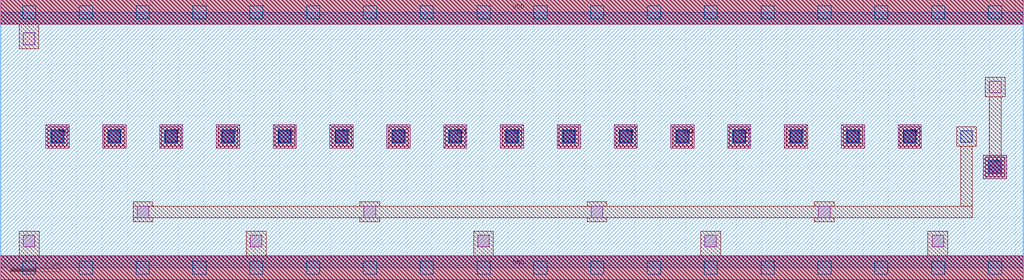
<source format=lef>
# LEF file generated by lefgen from LibreSilicon version 0.1
#

VERSION 5.4 ;
NAMESCASESENSITIVE ON ;
BUSBITCHARS "[]" ;
DIVIDERCHAR "/" ;
UNITS
  DATABASE MICRONS 1000 ;
END UNITS

USEMINSPACING OBS ON ;
USEMINSPACING PIN OFF ;
CLEARANCEMEASURE EUCLIDEAN ;


MANUFACTURINGGRID 0.005 ;

LAYER nwell
  TYPE	MASTERSLICE ;
END nwell

LAYER nactive
  TYPE	MASTERSLICE ;
END nactive

LAYER pactive
  TYPE	MASTERSLICE ;
END pactive

LAYER poly
  TYPE	MASTERSLICE ;
END poly

LAYER cc
  TYPE	CUT ;
  SPACING	0.9 ;
END cc

LAYER metal1
  TYPE		ROUTING ;
  DIRECTION	HORIZONTAL ;
  PITCH		3  ;
  OFFSET	1.5 ;
  WIDTH		0.9 ;
  SPACING	0.9 ;
  RESISTANCE	RPERSQ 0.09 ;
  CAPACITANCE	CPERSQDIST 3.2e-05 ;
END metal1

LAYER via
  TYPE	CUT ;
  SPACING	0.9 ;
END via

LAYER metal2
  TYPE		ROUTING ;
  DIRECTION	VERTICAL ;
  PITCH		2.4  ;
  OFFSET	1.2 ;
  WIDTH		0.9 ;
  SPACING	0.9 ;
  RESISTANCE	RPERSQ 0.09 ;
  CAPACITANCE	CPERSQDIST 1.6e-05 ;
END metal2

LAYER via2
  TYPE	CUT ;
  SPACING	0.9 ;
END via2

LAYER metal3
  TYPE		ROUTING ;
  DIRECTION	HORIZONTAL ;
  PITCH		3  ;
  OFFSET	1.5 ;
  WIDTH		1.5 ;
  SPACING	0.9 ;
  RESISTANCE	RPERSQ 0.05 ;
  CAPACITANCE	CPERSQDIST 1e-05 ;
END metal3

SPACING
  SAMENET cc  via	0.150 ;
  SAMENET via  via2	0.150 ;
END SPACING

VIA M2_M1 DEFAULT
  LAYER metal1 ;
    RECT -0.600 -0.600 0.600 0.600 ;
  LAYER via ;
    RECT -0.300 -0.300 0.300 0.300 ;
  LAYER metal2 ;
    RECT -0.600 -0.600 0.600 0.600 ;
END M2_M1

VIA M3_M2 DEFAULT
  LAYER metal2 ;
    RECT -0.600 -0.600 0.600 0.600 ;
  LAYER via2 ;
    RECT -0.300 -0.300 0.300 0.300 ;
  LAYER metal3 ;
    RECT -0.900 -0.900 0.900 0.900 ;
END M3_M2


VIARULE viagen21 GENERATE
  LAYER metal1 ;
    DIRECTION HORIZONTAL ;
    WIDTH 1.2 TO 120 ;
    OVERHANG 0.3 ;
    METALOVERHANG 0 ;
  LAYER metal2 ;
    DIRECTION VERTICAL ;
    WIDTH 1.2 TO 120 ;
    OVERHANG 0.3 ;
    METALOVERHANG 0 ;
  LAYER via ;
    RECT -0.3 -0.3 0.3 0.3 ;
    SPACING 1.5 BY 1.5 ;
END viagen21

VIARULE viagen32 GENERATE
  LAYER metal3 ;
    DIRECTION HORIZONTAL ;
    WIDTH 1.8 TO 180 ;
    OVERHANG 0.6 ;
    METALOVERHANG 0 ;
  LAYER metal2 ;
    DIRECTION VERTICAL ;
    WIDTH 1.2 TO 120 ;
    OVERHANG 0.6 ;
    METALOVERHANG 0 ;
  LAYER via2 ;
    RECT -0.3 -0.3 0.3 0.3 ;
    SPACING 2.1 BY 2.1 ;
END viagen32

VIARULE TURN1 GENERATE
  LAYER metal1 ;
    DIRECTION HORIZONTAL ;
  LAYER metal1 ;
    DIRECTION VERTICAL ;
END TURN1

VIARULE TURN2 GENERATE
  LAYER metal2 ;
    DIRECTION HORIZONTAL ;
  LAYER metal2 ;
    DIRECTION VERTICAL ;
END TURN2

VIARULE TURN3 GENERATE
  LAYER metal3 ;
    DIRECTION HORIZONTAL ;
  LAYER metal3 ;
    DIRECTION VERTICAL ;
END TURN3

SITE  corner
    CLASS	PAD ;
    SYMMETRY	R90 Y ;
    SIZE	300.000 BY 300.000 ;
END  corner

SITE  IO
    CLASS	PAD ;
    SYMMETRY	Y ;
    SIZE	90.000 BY 300.000 ;
END  IO

SITE  core
    CLASS	CORE ;
    SYMMETRY	Y ;
    SIZE	2.400 BY 30.000 ;
END  core

MACRO AAAAOI3332
 CLASS CORE ;
 FOREIGN AAAAOI3332 0 0 ;
 SIZE 14.56 BY 5.04 ;
 ORIGIN 0 0 ;
 SYMMETRY X Y R90 ;
 SITE unit ;
  PIN VDD
   DIRECTION INOUT ;
   USE POWER ;
   SHAPE ABUTMENT ;
    PORT
     CLASS CORE ;
       LAYER met1 ;
        RECT 0.00000000 4.80000000 14.56000000 5.28000000 ;
       LAYER met2 ;
        RECT 0.00000000 4.80000000 14.56000000 5.28000000 ;
    END
  END VDD

  PIN GND
   DIRECTION INOUT ;
   USE POWER ;
   SHAPE ABUTMENT ;
    PORT
     CLASS CORE ;
       LAYER met1 ;
        RECT 0.00000000 -0.24000000 14.56000000 0.24000000 ;
       LAYER met2 ;
        RECT 0.00000000 -0.24000000 14.56000000 0.24000000 ;
    END
  END GND

  PIN Y
   DIRECTION INOUT ;
   USE SIGNAL ;
   SHAPE ABUTMENT ;
    PORT
     CLASS CORE ;
       LAYER met2 ;
        RECT 0.32500000 3.33500000 0.78500000 3.79500000 ;
    END
  END Y

  PIN D
   DIRECTION INOUT ;
   USE SIGNAL ;
   SHAPE ABUTMENT ;
    PORT
     CLASS CORE ;
       LAYER met2 ;
        RECT 8.73000000 2.35700000 9.19000000 2.81700000 ;
    END
  END D

  PIN C
   DIRECTION INOUT ;
   USE SIGNAL ;
   SHAPE ABUTMENT ;
    PORT
     CLASS CORE ;
       LAYER met2 ;
        RECT 7.61000000 2.76200000 8.07000000 3.22200000 ;
    END
  END C

  PIN C1
   DIRECTION INOUT ;
   USE SIGNAL ;
   SHAPE ABUTMENT ;
    PORT
     CLASS CORE ;
       LAYER met2 ;
        RECT 12.09000000 2.35700000 12.55000000 2.81700000 ;
    END
  END C1

  PIN B1
   DIRECTION INOUT ;
   USE SIGNAL ;
   SHAPE ABUTMENT ;
    PORT
     CLASS CORE ;
       LAYER met2 ;
        RECT 5.37000000 2.35700000 5.83000000 2.81700000 ;
    END
  END B1

  PIN A2
   DIRECTION INOUT ;
   USE SIGNAL ;
   SHAPE ABUTMENT ;
    PORT
     CLASS CORE ;
       LAYER met2 ;
        RECT 3.13000000 2.35700000 3.59000000 2.81700000 ;
    END
  END A2

  PIN D1
   DIRECTION INOUT ;
   USE SIGNAL ;
   SHAPE ABUTMENT ;
    PORT
     CLASS CORE ;
       LAYER met2 ;
        RECT 9.85000000 2.35700000 10.31000000 2.81700000 ;
    END
  END D1

  PIN C2
   DIRECTION INOUT ;
   USE SIGNAL ;
   SHAPE ABUTMENT ;
    PORT
     CLASS CORE ;
       LAYER met2 ;
        RECT 10.97000000 2.35700000 11.43000000 2.81700000 ;
    END
  END C2

  PIN A
   DIRECTION INOUT ;
   USE SIGNAL ;
   SHAPE ABUTMENT ;
    PORT
     CLASS CORE ;
       LAYER met2 ;
        RECT 0.89000000 2.35700000 1.35000000 2.81700000 ;
    END
  END A

  PIN B2
   DIRECTION INOUT ;
   USE SIGNAL ;
   SHAPE ABUTMENT ;
    PORT
     CLASS CORE ;
       LAYER met2 ;
        RECT 4.25000000 2.35700000 4.71000000 2.81700000 ;
    END
  END B2

  PIN B
   DIRECTION INOUT ;
   USE SIGNAL ;
   SHAPE ABUTMENT ;
    PORT
     CLASS CORE ;
       LAYER met2 ;
        RECT 6.49000000 2.35700000 6.95000000 2.81700000 ;
    END
  END B

  PIN A1
   DIRECTION INOUT ;
   USE SIGNAL ;
   SHAPE ABUTMENT ;
    PORT
     CLASS CORE ;
       LAYER met2 ;
        RECT 2.01000000 2.35700000 2.47000000 2.81700000 ;
    END
  END A1

 OBS
    LAYER polycont ;
     RECT 1.00500000 2.47200000 1.23500000 2.70200000 ;
     RECT 2.12500000 2.47200000 2.35500000 2.70200000 ;
     RECT 3.24500000 2.47200000 3.47500000 2.70200000 ;
     RECT 4.36500000 2.47200000 4.59500000 2.70200000 ;
     RECT 5.48500000 2.47200000 5.71500000 2.70200000 ;
     RECT 6.60500000 2.47200000 6.83500000 2.70200000 ;
     RECT 8.84500000 2.47200000 9.07500000 2.70200000 ;
     RECT 9.96500000 2.47200000 10.19500000 2.70200000 ;
     RECT 11.08500000 2.47200000 11.31500000 2.70200000 ;
     RECT 12.20500000 2.47200000 12.43500000 2.70200000 ;
     RECT 7.72500000 2.87700000 7.95500000 3.10700000 ;
     RECT 13.32500000 3.14700000 13.55500000 3.37700000 ;

    LAYER pdiffc ;
     RECT 0.44000000 3.45000000 0.67000000 3.68000000 ;
     RECT 12.77000000 3.82200000 13.00000000 4.05200000 ;

    LAYER ndiffc ;
     RECT 3.80000000 0.41000000 4.03000000 0.64000000 ;
     RECT 10.52000000 0.41000000 10.75000000 0.64000000 ;
     RECT 0.44500000 1.87000000 0.67500000 2.10000000 ;
     RECT 8.29000000 1.87000000 8.52000000 2.10000000 ;

    LAYER met1 ;
     RECT 0.00000000 -0.24000000 14.56000000 0.24000000 ;
     RECT 3.72000000 0.24000000 4.11000000 0.72000000 ;
     RECT 10.44000000 0.24000000 10.83000000 0.72000000 ;
     RECT 8.21000000 1.79000000 8.60000000 1.87000000 ;
     RECT 13.25000000 1.79500000 13.63000000 1.87000000 ;
     RECT 8.21000000 1.87000000 13.63000000 2.10000000 ;
     RECT 13.25000000 2.10000000 13.63000000 2.17500000 ;
     RECT 8.21000000 2.10000000 8.60000000 2.18000000 ;
     RECT 0.92500000 2.39200000 1.31500000 2.78200000 ;
     RECT 2.04500000 2.39200000 2.43500000 2.78200000 ;
     RECT 3.16500000 2.39200000 3.55500000 2.78200000 ;
     RECT 4.28500000 2.39200000 4.67500000 2.78200000 ;
     RECT 5.40500000 2.39200000 5.79500000 2.78200000 ;
     RECT 6.52500000 2.39200000 6.91500000 2.78200000 ;
     RECT 8.76500000 2.39200000 9.15500000 2.78200000 ;
     RECT 9.88500000 2.39200000 10.27500000 2.78200000 ;
     RECT 11.00500000 2.39200000 11.39500000 2.78200000 ;
     RECT 12.12500000 2.39200000 12.51500000 2.78200000 ;
     RECT 7.64500000 2.79700000 8.03500000 3.14700000 ;
     RECT 13.24500000 3.06700000 13.63500000 3.14700000 ;
     RECT 7.64500000 3.14700000 13.63500000 3.18700000 ;
     RECT 7.72500000 3.18700000 13.63500000 3.37700000 ;
     RECT 13.24500000 3.37700000 13.63500000 3.45700000 ;
     RECT 0.36500000 1.79000000 0.75500000 2.18000000 ;
     RECT 0.44000000 2.18000000 0.67000000 3.37000000 ;
     RECT 0.36000000 3.37000000 0.75000000 3.76000000 ;
     RECT 12.69000000 3.74200000 13.08000000 4.13200000 ;
     RECT 0.00000000 4.80000000 14.56000000 5.28000000 ;

    LAYER via1 ;
     RECT 0.43000000 -0.13000000 0.69000000 0.13000000 ;
     RECT 1.55000000 -0.13000000 1.81000000 0.13000000 ;
     RECT 2.67000000 -0.13000000 2.93000000 0.13000000 ;
     RECT 3.79000000 -0.13000000 4.05000000 0.13000000 ;
     RECT 4.91000000 -0.13000000 5.17000000 0.13000000 ;
     RECT 6.03000000 -0.13000000 6.29000000 0.13000000 ;
     RECT 7.15000000 -0.13000000 7.41000000 0.13000000 ;
     RECT 8.27000000 -0.13000000 8.53000000 0.13000000 ;
     RECT 9.39000000 -0.13000000 9.65000000 0.13000000 ;
     RECT 10.51000000 -0.13000000 10.77000000 0.13000000 ;
     RECT 11.63000000 -0.13000000 11.89000000 0.13000000 ;
     RECT 12.75000000 -0.13000000 13.01000000 0.13000000 ;
     RECT 13.87000000 -0.13000000 14.13000000 0.13000000 ;
     RECT 13.31000000 1.85500000 13.57000000 2.11500000 ;
     RECT 0.99000000 2.45700000 1.25000000 2.71700000 ;
     RECT 2.11000000 2.45700000 2.37000000 2.71700000 ;
     RECT 3.23000000 2.45700000 3.49000000 2.71700000 ;
     RECT 4.35000000 2.45700000 4.61000000 2.71700000 ;
     RECT 5.47000000 2.45700000 5.73000000 2.71700000 ;
     RECT 6.59000000 2.45700000 6.85000000 2.71700000 ;
     RECT 8.83000000 2.45700000 9.09000000 2.71700000 ;
     RECT 9.95000000 2.45700000 10.21000000 2.71700000 ;
     RECT 11.07000000 2.45700000 11.33000000 2.71700000 ;
     RECT 12.19000000 2.45700000 12.45000000 2.71700000 ;
     RECT 7.71000000 2.86200000 7.97000000 3.12200000 ;
     RECT 0.42500000 3.43500000 0.68500000 3.69500000 ;
     RECT 12.75500000 3.80700000 13.01500000 4.06700000 ;
     RECT 0.43000000 4.91000000 0.69000000 5.17000000 ;
     RECT 1.55000000 4.91000000 1.81000000 5.17000000 ;
     RECT 2.67000000 4.91000000 2.93000000 5.17000000 ;
     RECT 3.79000000 4.91000000 4.05000000 5.17000000 ;
     RECT 4.91000000 4.91000000 5.17000000 5.17000000 ;
     RECT 6.03000000 4.91000000 6.29000000 5.17000000 ;
     RECT 7.15000000 4.91000000 7.41000000 5.17000000 ;
     RECT 8.27000000 4.91000000 8.53000000 5.17000000 ;
     RECT 9.39000000 4.91000000 9.65000000 5.17000000 ;
     RECT 10.51000000 4.91000000 10.77000000 5.17000000 ;
     RECT 11.63000000 4.91000000 11.89000000 5.17000000 ;
     RECT 12.75000000 4.91000000 13.01000000 5.17000000 ;
     RECT 13.87000000 4.91000000 14.13000000 5.17000000 ;

    LAYER met2 ;
     RECT 0.00000000 -0.24000000 14.56000000 0.24000000 ;
     RECT 0.89000000 2.35700000 1.35000000 2.81700000 ;
     RECT 2.01000000 2.35700000 2.47000000 2.81700000 ;
     RECT 3.13000000 2.35700000 3.59000000 2.81700000 ;
     RECT 4.25000000 2.35700000 4.71000000 2.81700000 ;
     RECT 5.37000000 2.35700000 5.83000000 2.81700000 ;
     RECT 6.49000000 2.35700000 6.95000000 2.81700000 ;
     RECT 8.73000000 2.35700000 9.19000000 2.81700000 ;
     RECT 9.85000000 2.35700000 10.31000000 2.81700000 ;
     RECT 10.97000000 2.35700000 11.43000000 2.81700000 ;
     RECT 12.09000000 2.35700000 12.55000000 2.81700000 ;
     RECT 7.61000000 2.76200000 8.07000000 3.22200000 ;
     RECT 0.32500000 3.33500000 0.78500000 3.79500000 ;
     RECT 13.21000000 1.75500000 13.67000000 2.21500000 ;
     RECT 12.65500000 3.70700000 13.11500000 3.79700000 ;
     RECT 13.30000000 2.21500000 13.58000000 3.79700000 ;
     RECT 12.65500000 3.79700000 13.58000000 4.07700000 ;
     RECT 12.65500000 4.07700000 13.11500000 4.16700000 ;
     RECT 0.00000000 4.80000000 14.56000000 5.28000000 ;

 END
END AAAAOI3332

MACRO AAAOAI3221
 CLASS CORE ;
 FOREIGN AAAOAI3221 0 0 ;
 SIZE 11.200000000000001 BY 5.04 ;
 ORIGIN 0 0 ;
 SYMMETRY X Y R90 ;
 SITE unit ;
  PIN VDD
   DIRECTION INOUT ;
   USE POWER ;
   SHAPE ABUTMENT ;
    PORT
     CLASS CORE ;
       LAYER met1 ;
        RECT 0.00000000 4.80000000 11.20000000 5.28000000 ;
       LAYER met2 ;
        RECT 0.00000000 4.80000000 11.20000000 5.28000000 ;
    END
  END VDD

  PIN GND
   DIRECTION INOUT ;
   USE POWER ;
   SHAPE ABUTMENT ;
    PORT
     CLASS CORE ;
       LAYER met1 ;
        RECT 0.00000000 -0.24000000 11.20000000 0.24000000 ;
       LAYER met2 ;
        RECT 0.00000000 -0.24000000 11.20000000 0.24000000 ;
    END
  END GND

  PIN Y
   DIRECTION INOUT ;
   USE SIGNAL ;
   SHAPE ABUTMENT ;
    PORT
     CLASS CORE ;
       LAYER met2 ;
        RECT 10.41000000 1.75500000 10.87000000 2.21500000 ;
    END
  END Y

  PIN A1
   DIRECTION INOUT ;
   USE SIGNAL ;
   SHAPE ABUTMENT ;
    PORT
     CLASS CORE ;
       LAYER met2 ;
        RECT 8.73000000 2.35700000 9.19000000 2.81700000 ;
    END
  END A1

  PIN D
   DIRECTION INOUT ;
   USE SIGNAL ;
   SHAPE ABUTMENT ;
    PORT
     CLASS CORE ;
       LAYER met2 ;
        RECT 0.89000000 2.35700000 1.35000000 2.81700000 ;
    END
  END D

  PIN C1
   DIRECTION INOUT ;
   USE SIGNAL ;
   SHAPE ABUTMENT ;
    PORT
     CLASS CORE ;
       LAYER met2 ;
        RECT 2.01000000 2.35700000 2.47000000 2.81700000 ;
    END
  END C1

  PIN A2
   DIRECTION INOUT ;
   USE SIGNAL ;
   SHAPE ABUTMENT ;
    PORT
     CLASS CORE ;
       LAYER met2 ;
        RECT 7.61000000 2.35700000 8.07000000 2.81700000 ;
    END
  END A2

  PIN A
   DIRECTION INOUT ;
   USE SIGNAL ;
   SHAPE ABUTMENT ;
    PORT
     CLASS CORE ;
       LAYER met2 ;
        RECT 9.85000000 2.49200000 10.31000000 2.95200000 ;
    END
  END A

  PIN B
   DIRECTION INOUT ;
   USE SIGNAL ;
   SHAPE ABUTMENT ;
    PORT
     CLASS CORE ;
       LAYER met2 ;
        RECT 5.37000000 2.35700000 5.83000000 2.81700000 ;
    END
  END B

  PIN B1
   DIRECTION INOUT ;
   USE SIGNAL ;
   SHAPE ABUTMENT ;
    PORT
     CLASS CORE ;
       LAYER met2 ;
        RECT 6.49000000 2.35700000 6.95000000 2.81700000 ;
    END
  END B1

  PIN C
   DIRECTION INOUT ;
   USE SIGNAL ;
   SHAPE ABUTMENT ;
    PORT
     CLASS CORE ;
       LAYER met2 ;
        RECT 3.13000000 2.35700000 3.59000000 2.81700000 ;
    END
  END C

 OBS
    LAYER polycont ;
     RECT 1.00500000 2.47200000 1.23500000 2.70200000 ;
     RECT 2.12500000 2.47200000 2.35500000 2.70200000 ;
     RECT 3.24500000 2.47200000 3.47500000 2.70200000 ;
     RECT 5.48500000 2.47200000 5.71500000 2.70200000 ;
     RECT 6.60500000 2.47200000 6.83500000 2.70200000 ;
     RECT 7.72500000 2.47200000 7.95500000 2.70200000 ;
     RECT 8.84500000 2.47200000 9.07500000 2.70200000 ;
     RECT 9.96500000 2.60700000 10.19500000 2.83700000 ;

    LAYER pdiffc ;
     RECT 0.44000000 3.45000000 0.67000000 3.68000000 ;
     RECT 4.92000000 3.45000000 5.15000000 3.68000000 ;
     RECT 10.53000000 3.45000000 10.76000000 3.68000000 ;
     RECT 3.81000000 4.40000000 4.04000000 4.63000000 ;

    LAYER ndiffc ;
     RECT 0.44500000 0.41000000 0.67500000 0.64000000 ;
     RECT 7.16000000 1.25700000 7.39000000 1.48700000 ;
     RECT 1.56000000 1.87000000 1.79000000 2.10000000 ;
     RECT 4.92500000 1.87000000 5.15500000 2.10000000 ;
     RECT 10.52500000 1.87000000 10.75500000 2.10000000 ;

    LAYER met1 ;
     RECT 0.00000000 -0.24000000 11.20000000 0.24000000 ;
     RECT 0.36500000 0.24000000 0.75500000 0.72000000 ;
     RECT 0.92500000 2.39200000 1.31500000 2.78200000 ;
     RECT 2.04500000 2.39200000 2.43500000 2.78200000 ;
     RECT 3.16500000 2.39200000 3.55500000 2.78200000 ;
     RECT 5.40500000 2.39200000 5.79500000 2.78200000 ;
     RECT 6.52500000 2.39200000 6.91500000 2.78200000 ;
     RECT 7.64500000 2.39200000 8.03500000 2.78200000 ;
     RECT 8.76500000 2.39200000 9.15500000 2.78200000 ;
     RECT 9.88500000 2.52700000 10.27500000 2.91700000 ;
     RECT 7.08000000 1.17700000 7.47000000 1.25700000 ;
     RECT 1.56000000 1.25700000 7.47000000 1.48700000 ;
     RECT 7.08000000 1.48700000 7.47000000 1.56700000 ;
     RECT 1.56000000 1.48700000 1.79000000 1.79000000 ;
     RECT 1.48000000 1.79000000 1.87000000 1.87000000 ;
     RECT 0.44000000 1.87000000 1.87000000 2.10000000 ;
     RECT 1.48000000 2.10000000 1.87000000 2.18000000 ;
     RECT 0.44000000 2.10000000 0.67000000 3.37000000 ;
     RECT 0.36000000 3.37000000 0.75000000 3.76000000 ;
     RECT 4.84500000 1.79000000 5.23500000 2.18000000 ;
     RECT 4.92000000 2.18000000 5.15000000 3.37000000 ;
     RECT 4.84000000 3.37000000 5.23000000 3.76000000 ;
     RECT 10.44500000 1.79000000 10.83500000 2.18000000 ;
     RECT 10.53000000 2.18000000 10.76000000 3.37000000 ;
     RECT 10.45000000 3.37000000 10.84000000 3.76000000 ;
     RECT 3.73000000 4.32000000 4.12000000 4.80000000 ;
     RECT 0.00000000 4.80000000 11.20000000 5.28000000 ;

    LAYER via1 ;
     RECT 0.43000000 -0.13000000 0.69000000 0.13000000 ;
     RECT 1.55000000 -0.13000000 1.81000000 0.13000000 ;
     RECT 2.67000000 -0.13000000 2.93000000 0.13000000 ;
     RECT 3.79000000 -0.13000000 4.05000000 0.13000000 ;
     RECT 4.91000000 -0.13000000 5.17000000 0.13000000 ;
     RECT 6.03000000 -0.13000000 6.29000000 0.13000000 ;
     RECT 7.15000000 -0.13000000 7.41000000 0.13000000 ;
     RECT 8.27000000 -0.13000000 8.53000000 0.13000000 ;
     RECT 9.39000000 -0.13000000 9.65000000 0.13000000 ;
     RECT 10.51000000 -0.13000000 10.77000000 0.13000000 ;
     RECT 10.51000000 1.85500000 10.77000000 2.11500000 ;
     RECT 0.99000000 2.45700000 1.25000000 2.71700000 ;
     RECT 2.11000000 2.45700000 2.37000000 2.71700000 ;
     RECT 3.23000000 2.45700000 3.49000000 2.71700000 ;
     RECT 5.47000000 2.45700000 5.73000000 2.71700000 ;
     RECT 6.59000000 2.45700000 6.85000000 2.71700000 ;
     RECT 7.71000000 2.45700000 7.97000000 2.71700000 ;
     RECT 8.83000000 2.45700000 9.09000000 2.71700000 ;
     RECT 9.95000000 2.59200000 10.21000000 2.85200000 ;
     RECT 0.43000000 4.91000000 0.69000000 5.17000000 ;
     RECT 1.55000000 4.91000000 1.81000000 5.17000000 ;
     RECT 2.67000000 4.91000000 2.93000000 5.17000000 ;
     RECT 3.79000000 4.91000000 4.05000000 5.17000000 ;
     RECT 4.91000000 4.91000000 5.17000000 5.17000000 ;
     RECT 6.03000000 4.91000000 6.29000000 5.17000000 ;
     RECT 7.15000000 4.91000000 7.41000000 5.17000000 ;
     RECT 8.27000000 4.91000000 8.53000000 5.17000000 ;
     RECT 9.39000000 4.91000000 9.65000000 5.17000000 ;
     RECT 10.51000000 4.91000000 10.77000000 5.17000000 ;

    LAYER met2 ;
     RECT 0.00000000 -0.24000000 11.20000000 0.24000000 ;
     RECT 10.41000000 1.75500000 10.87000000 2.21500000 ;
     RECT 0.89000000 2.35700000 1.35000000 2.81700000 ;
     RECT 2.01000000 2.35700000 2.47000000 2.81700000 ;
     RECT 3.13000000 2.35700000 3.59000000 2.81700000 ;
     RECT 5.37000000 2.35700000 5.83000000 2.81700000 ;
     RECT 6.49000000 2.35700000 6.95000000 2.81700000 ;
     RECT 7.61000000 2.35700000 8.07000000 2.81700000 ;
     RECT 8.73000000 2.35700000 9.19000000 2.81700000 ;
     RECT 9.85000000 2.49200000 10.31000000 2.95200000 ;
     RECT 0.00000000 4.80000000 11.20000000 5.28000000 ;

 END
END AAAOAI3221

MACRO AAAOAI32211
 CLASS CORE ;
 FOREIGN AAAOAI32211 0 0 ;
 SIZE 13.44 BY 5.04 ;
 ORIGIN 0 0 ;
 SYMMETRY X Y R90 ;
 SITE unit ;
  PIN VDD
   DIRECTION INOUT ;
   USE POWER ;
   SHAPE ABUTMENT ;
    PORT
     CLASS CORE ;
       LAYER met1 ;
        RECT 0.00000000 4.80000000 13.44000000 5.28000000 ;
       LAYER met2 ;
        RECT 0.00000000 4.80000000 13.44000000 5.28000000 ;
    END
  END VDD

  PIN GND
   DIRECTION INOUT ;
   USE POWER ;
   SHAPE ABUTMENT ;
    PORT
     CLASS CORE ;
       LAYER met1 ;
        RECT 0.00000000 -0.24000000 13.44000000 0.24000000 ;
       LAYER met2 ;
        RECT 0.00000000 -0.24000000 13.44000000 0.24000000 ;
    END
  END GND

  PIN Y
   DIRECTION INOUT ;
   USE SIGNAL ;
   SHAPE ABUTMENT ;
    PORT
     CLASS CORE ;
       LAYER met2 ;
        RECT 0.32500000 3.33500000 0.78500000 3.79500000 ;
    END
  END Y

  PIN C
   DIRECTION INOUT ;
   USE SIGNAL ;
   SHAPE ABUTMENT ;
    PORT
     CLASS CORE ;
       LAYER met2 ;
        RECT 7.61000000 2.35700000 8.07000000 2.81700000 ;
    END
  END C

  PIN D
   DIRECTION INOUT ;
   USE SIGNAL ;
   SHAPE ABUTMENT ;
    PORT
     CLASS CORE ;
       LAYER met2 ;
        RECT 9.85000000 2.76200000 10.31000000 3.22200000 ;
    END
  END D

  PIN A
   DIRECTION INOUT ;
   USE SIGNAL ;
   SHAPE ABUTMENT ;
    PORT
     CLASS CORE ;
       LAYER met2 ;
        RECT 0.89000000 2.35700000 1.35000000 2.81700000 ;
    END
  END A

  PIN A1
   DIRECTION INOUT ;
   USE SIGNAL ;
   SHAPE ABUTMENT ;
    PORT
     CLASS CORE ;
       LAYER met2 ;
        RECT 2.01000000 2.35700000 2.47000000 2.81700000 ;
    END
  END A1

  PIN B
   DIRECTION INOUT ;
   USE SIGNAL ;
   SHAPE ABUTMENT ;
    PORT
     CLASS CORE ;
       LAYER met2 ;
        RECT 5.37000000 2.35700000 5.83000000 2.81700000 ;
    END
  END B

  PIN B1
   DIRECTION INOUT ;
   USE SIGNAL ;
   SHAPE ABUTMENT ;
    PORT
     CLASS CORE ;
       LAYER met2 ;
        RECT 4.25000000 2.35700000 4.71000000 2.81700000 ;
    END
  END B1

  PIN C1
   DIRECTION INOUT ;
   USE SIGNAL ;
   SHAPE ABUTMENT ;
    PORT
     CLASS CORE ;
       LAYER met2 ;
        RECT 8.73000000 2.35700000 9.19000000 2.81700000 ;
    END
  END C1

  PIN A2
   DIRECTION INOUT ;
   USE SIGNAL ;
   SHAPE ABUTMENT ;
    PORT
     CLASS CORE ;
       LAYER met2 ;
        RECT 3.13000000 2.35700000 3.59000000 2.81700000 ;
    END
  END A2

  PIN E
   DIRECTION INOUT ;
   USE SIGNAL ;
   SHAPE ABUTMENT ;
    PORT
     CLASS CORE ;
       LAYER met2 ;
        RECT 12.09000000 2.35700000 12.55000000 2.81700000 ;
    END
  END E

 OBS
    LAYER polycont ;
     RECT 1.00500000 2.47200000 1.23500000 2.70200000 ;
     RECT 2.12500000 2.47200000 2.35500000 2.70200000 ;
     RECT 3.24500000 2.47200000 3.47500000 2.70200000 ;
     RECT 4.36500000 2.47200000 4.59500000 2.70200000 ;
     RECT 5.48500000 2.47200000 5.71500000 2.70200000 ;
     RECT 7.72500000 2.47200000 7.95500000 2.70200000 ;
     RECT 8.84500000 2.47200000 9.07500000 2.70200000 ;
     RECT 12.20500000 2.47200000 12.43500000 2.70200000 ;
     RECT 9.96500000 2.87700000 10.19500000 3.10700000 ;
     RECT 11.08500000 2.87700000 11.31500000 3.10700000 ;

    LAYER pdiffc ;
     RECT 0.44000000 3.45000000 0.67000000 3.68000000 ;
     RECT 6.05000000 3.45000000 6.28000000 3.68000000 ;
     RECT 7.16000000 3.45000000 7.39000000 3.68000000 ;
     RECT 11.64000000 3.45000000 11.87000000 3.68000000 ;
     RECT 10.53000000 4.40000000 10.76000000 4.63000000 ;
     RECT 12.77000000 4.40000000 13.00000000 4.63000000 ;

    LAYER ndiffc ;
     RECT 12.76500000 0.41000000 12.99500000 0.64000000 ;
     RECT 3.81000000 1.25700000 4.04000000 1.48700000 ;
     RECT 9.40500000 1.25700000 9.63500000 1.48700000 ;
     RECT 0.44500000 1.87000000 0.67500000 2.10000000 ;
     RECT 6.04500000 1.87000000 6.27500000 2.10000000 ;
     RECT 10.52500000 1.87000000 10.75500000 2.10000000 ;
     RECT 11.64500000 1.87000000 11.87500000 2.10000000 ;

    LAYER met1 ;
     RECT 0.00000000 -0.24000000 13.44000000 0.24000000 ;
     RECT 12.68500000 0.24000000 13.07500000 0.72000000 ;
     RECT 0.92500000 2.39200000 1.31500000 2.78200000 ;
     RECT 2.04500000 2.39200000 2.43500000 2.78200000 ;
     RECT 3.16500000 2.39200000 3.55500000 2.78200000 ;
     RECT 4.28500000 2.39200000 4.67500000 2.78200000 ;
     RECT 5.40500000 2.39200000 5.79500000 2.78200000 ;
     RECT 7.64500000 2.39200000 8.03500000 2.78200000 ;
     RECT 8.76500000 2.39200000 9.15500000 2.78200000 ;
     RECT 12.12500000 2.39200000 12.51500000 2.78200000 ;
     RECT 9.88500000 2.79700000 10.27500000 2.87700000 ;
     RECT 11.00500000 2.79700000 11.39500000 2.87700000 ;
     RECT 9.88500000 2.87700000 11.39500000 3.10700000 ;
     RECT 9.88500000 3.10700000 10.27500000 3.18700000 ;
     RECT 11.00500000 3.10700000 11.39500000 3.18700000 ;
     RECT 0.36500000 1.79000000 0.75500000 2.18000000 ;
     RECT 0.44000000 2.18000000 0.67000000 3.37000000 ;
     RECT 0.36000000 3.37000000 0.75000000 3.76000000 ;
     RECT 5.96500000 1.79000000 6.35500000 2.18000000 ;
     RECT 6.05000000 2.18000000 6.28000000 3.37000000 ;
     RECT 5.97000000 3.37000000 6.36000000 3.76000000 ;
     RECT 10.44500000 1.79000000 10.83500000 1.87000000 ;
     RECT 7.16000000 1.87000000 10.83500000 2.10000000 ;
     RECT 10.44500000 2.10000000 10.83500000 2.18000000 ;
     RECT 7.16000000 2.10000000 7.39000000 3.37000000 ;
     RECT 7.08000000 3.37000000 7.47000000 3.76000000 ;
     RECT 3.73000000 1.17700000 4.12000000 1.25700000 ;
     RECT 9.32500000 1.17700000 9.71500000 1.25700000 ;
     RECT 3.73000000 1.25700000 11.87500000 1.48700000 ;
     RECT 3.73000000 1.48700000 4.12000000 1.56700000 ;
     RECT 9.32500000 1.48700000 9.71500000 1.56700000 ;
     RECT 11.64500000 1.48700000 11.87500000 1.79000000 ;
     RECT 11.56500000 1.79000000 11.95500000 1.87000000 ;
     RECT 11.56500000 1.87000000 13.00000000 2.10000000 ;
     RECT 11.56500000 2.10000000 11.95500000 2.18000000 ;
     RECT 11.56000000 3.37000000 11.95000000 3.45000000 ;
     RECT 12.77000000 2.10000000 13.00000000 3.45000000 ;
     RECT 11.56000000 3.45000000 13.00000000 3.68000000 ;
     RECT 11.56000000 3.68000000 11.95000000 3.76000000 ;
     RECT 10.45000000 4.32000000 10.84000000 4.80000000 ;
     RECT 12.69000000 4.32000000 13.08000000 4.80000000 ;
     RECT 0.00000000 4.80000000 13.44000000 5.28000000 ;

    LAYER via1 ;
     RECT 0.43000000 -0.13000000 0.69000000 0.13000000 ;
     RECT 1.55000000 -0.13000000 1.81000000 0.13000000 ;
     RECT 2.67000000 -0.13000000 2.93000000 0.13000000 ;
     RECT 3.79000000 -0.13000000 4.05000000 0.13000000 ;
     RECT 4.91000000 -0.13000000 5.17000000 0.13000000 ;
     RECT 6.03000000 -0.13000000 6.29000000 0.13000000 ;
     RECT 7.15000000 -0.13000000 7.41000000 0.13000000 ;
     RECT 8.27000000 -0.13000000 8.53000000 0.13000000 ;
     RECT 9.39000000 -0.13000000 9.65000000 0.13000000 ;
     RECT 10.51000000 -0.13000000 10.77000000 0.13000000 ;
     RECT 11.63000000 -0.13000000 11.89000000 0.13000000 ;
     RECT 12.75000000 -0.13000000 13.01000000 0.13000000 ;
     RECT 0.99000000 2.45700000 1.25000000 2.71700000 ;
     RECT 2.11000000 2.45700000 2.37000000 2.71700000 ;
     RECT 3.23000000 2.45700000 3.49000000 2.71700000 ;
     RECT 4.35000000 2.45700000 4.61000000 2.71700000 ;
     RECT 5.47000000 2.45700000 5.73000000 2.71700000 ;
     RECT 7.71000000 2.45700000 7.97000000 2.71700000 ;
     RECT 8.83000000 2.45700000 9.09000000 2.71700000 ;
     RECT 12.19000000 2.45700000 12.45000000 2.71700000 ;
     RECT 9.95000000 2.86200000 10.21000000 3.12200000 ;
     RECT 0.42500000 3.43500000 0.68500000 3.69500000 ;
     RECT 0.43000000 4.91000000 0.69000000 5.17000000 ;
     RECT 1.55000000 4.91000000 1.81000000 5.17000000 ;
     RECT 2.67000000 4.91000000 2.93000000 5.17000000 ;
     RECT 3.79000000 4.91000000 4.05000000 5.17000000 ;
     RECT 4.91000000 4.91000000 5.17000000 5.17000000 ;
     RECT 6.03000000 4.91000000 6.29000000 5.17000000 ;
     RECT 7.15000000 4.91000000 7.41000000 5.17000000 ;
     RECT 8.27000000 4.91000000 8.53000000 5.17000000 ;
     RECT 9.39000000 4.91000000 9.65000000 5.17000000 ;
     RECT 10.51000000 4.91000000 10.77000000 5.17000000 ;
     RECT 11.63000000 4.91000000 11.89000000 5.17000000 ;
     RECT 12.75000000 4.91000000 13.01000000 5.17000000 ;

    LAYER met2 ;
     RECT 0.00000000 -0.24000000 13.44000000 0.24000000 ;
     RECT 0.89000000 2.35700000 1.35000000 2.81700000 ;
     RECT 2.01000000 2.35700000 2.47000000 2.81700000 ;
     RECT 3.13000000 2.35700000 3.59000000 2.81700000 ;
     RECT 4.25000000 2.35700000 4.71000000 2.81700000 ;
     RECT 5.37000000 2.35700000 5.83000000 2.81700000 ;
     RECT 7.61000000 2.35700000 8.07000000 2.81700000 ;
     RECT 8.73000000 2.35700000 9.19000000 2.81700000 ;
     RECT 12.09000000 2.35700000 12.55000000 2.81700000 ;
     RECT 9.85000000 2.76200000 10.31000000 3.22200000 ;
     RECT 0.32500000 3.33500000 0.78500000 3.79500000 ;
     RECT 0.00000000 4.80000000 13.44000000 5.28000000 ;

 END
END AAAOAI32211

MACRO AAAOAI3321
 CLASS CORE ;
 FOREIGN AAAOAI3321 0 0 ;
 SIZE 12.32 BY 5.04 ;
 ORIGIN 0 0 ;
 SYMMETRY X Y R90 ;
 SITE unit ;
  PIN VDD
   DIRECTION INOUT ;
   USE POWER ;
   SHAPE ABUTMENT ;
    PORT
     CLASS CORE ;
       LAYER met1 ;
        RECT 0.00000000 4.80000000 12.32000000 5.28000000 ;
       LAYER met2 ;
        RECT 0.00000000 4.80000000 12.32000000 5.28000000 ;
    END
  END VDD

  PIN GND
   DIRECTION INOUT ;
   USE POWER ;
   SHAPE ABUTMENT ;
    PORT
     CLASS CORE ;
       LAYER met1 ;
        RECT 0.00000000 -0.24000000 12.32000000 0.24000000 ;
       LAYER met2 ;
        RECT 0.00000000 -0.24000000 12.32000000 0.24000000 ;
    END
  END GND

  PIN Y
   DIRECTION INOUT ;
   USE SIGNAL ;
   SHAPE ABUTMENT ;
    PORT
     CLASS CORE ;
       LAYER met2 ;
        RECT 11.53000000 1.75500000 11.99000000 2.21500000 ;
    END
  END Y

  PIN B1
   DIRECTION INOUT ;
   USE SIGNAL ;
   SHAPE ABUTMENT ;
    PORT
     CLASS CORE ;
       LAYER met2 ;
        RECT 6.49000000 2.35700000 6.95000000 2.81700000 ;
    END
  END B1

  PIN A
   DIRECTION INOUT ;
   USE SIGNAL ;
   SHAPE ABUTMENT ;
    PORT
     CLASS CORE ;
       LAYER met2 ;
        RECT 10.97000000 2.49200000 11.43000000 2.95200000 ;
    END
  END A

  PIN D
   DIRECTION INOUT ;
   USE SIGNAL ;
   SHAPE ABUTMENT ;
    PORT
     CLASS CORE ;
       LAYER met2 ;
        RECT 0.89000000 2.35700000 1.35000000 2.81700000 ;
    END
  END D

  PIN C
   DIRECTION INOUT ;
   USE SIGNAL ;
   SHAPE ABUTMENT ;
    PORT
     CLASS CORE ;
       LAYER met2 ;
        RECT 3.13000000 2.35700000 3.59000000 2.81700000 ;
    END
  END C

  PIN A2
   DIRECTION INOUT ;
   USE SIGNAL ;
   SHAPE ABUTMENT ;
    PORT
     CLASS CORE ;
       LAYER met2 ;
        RECT 8.73000000 2.35700000 9.19000000 2.81700000 ;
    END
  END A2

  PIN B2
   DIRECTION INOUT ;
   USE SIGNAL ;
   SHAPE ABUTMENT ;
    PORT
     CLASS CORE ;
       LAYER met2 ;
        RECT 7.61000000 2.35700000 8.07000000 2.81700000 ;
    END
  END B2

  PIN A1
   DIRECTION INOUT ;
   USE SIGNAL ;
   SHAPE ABUTMENT ;
    PORT
     CLASS CORE ;
       LAYER met2 ;
        RECT 9.85000000 2.35700000 10.31000000 2.81700000 ;
    END
  END A1

  PIN B
   DIRECTION INOUT ;
   USE SIGNAL ;
   SHAPE ABUTMENT ;
    PORT
     CLASS CORE ;
       LAYER met2 ;
        RECT 5.37000000 2.35700000 5.83000000 2.81700000 ;
    END
  END B

  PIN C1
   DIRECTION INOUT ;
   USE SIGNAL ;
   SHAPE ABUTMENT ;
    PORT
     CLASS CORE ;
       LAYER met2 ;
        RECT 2.01000000 2.35700000 2.47000000 2.81700000 ;
    END
  END C1

 OBS
    LAYER polycont ;
     RECT 1.00500000 2.47200000 1.23500000 2.70200000 ;
     RECT 2.12500000 2.47200000 2.35500000 2.70200000 ;
     RECT 3.24500000 2.47200000 3.47500000 2.70200000 ;
     RECT 5.48500000 2.47200000 5.71500000 2.70200000 ;
     RECT 6.60500000 2.47200000 6.83500000 2.70200000 ;
     RECT 7.72500000 2.47200000 7.95500000 2.70200000 ;
     RECT 8.84500000 2.47200000 9.07500000 2.70200000 ;
     RECT 9.96500000 2.47200000 10.19500000 2.70200000 ;
     RECT 11.08500000 2.60700000 11.31500000 2.83700000 ;

    LAYER pdiffc ;
     RECT 0.44000000 3.45000000 0.67000000 3.68000000 ;
     RECT 4.92000000 3.45000000 5.15000000 3.68000000 ;
     RECT 11.65000000 3.45000000 11.88000000 3.68000000 ;
     RECT 3.81000000 4.40000000 4.04000000 4.63000000 ;

    LAYER ndiffc ;
     RECT 0.44500000 0.41000000 0.67500000 0.64000000 ;
     RECT 1.56000000 1.25700000 1.79000000 1.48700000 ;
     RECT 8.28000000 1.25700000 8.51000000 1.48700000 ;
     RECT 3.80500000 1.87000000 4.03500000 2.10000000 ;
     RECT 11.64500000 1.87000000 11.87500000 2.10000000 ;

    LAYER met1 ;
     RECT 0.00000000 -0.24000000 12.32000000 0.24000000 ;
     RECT 0.36500000 0.24000000 0.75500000 0.72000000 ;
     RECT 0.92500000 2.39200000 1.31500000 2.78200000 ;
     RECT 2.04500000 2.39200000 2.43500000 2.78200000 ;
     RECT 3.16500000 2.39200000 3.55500000 2.78200000 ;
     RECT 5.40500000 2.39200000 5.79500000 2.78200000 ;
     RECT 6.52500000 2.39200000 6.91500000 2.78200000 ;
     RECT 7.64500000 2.39200000 8.03500000 2.78200000 ;
     RECT 8.76500000 2.39200000 9.15500000 2.78200000 ;
     RECT 9.88500000 2.39200000 10.27500000 2.78200000 ;
     RECT 11.00500000 2.52700000 11.39500000 2.91700000 ;
     RECT 1.48000000 1.17700000 1.87000000 1.25700000 ;
     RECT 8.20000000 1.17700000 8.59000000 1.25700000 ;
     RECT 0.44000000 1.25700000 8.59000000 1.48700000 ;
     RECT 1.48000000 1.48700000 1.87000000 1.56700000 ;
     RECT 8.20000000 1.48700000 8.59000000 1.56700000 ;
     RECT 0.44000000 1.48700000 0.67000000 3.37000000 ;
     RECT 0.36000000 3.37000000 0.75000000 3.76000000 ;
     RECT 3.72500000 1.79000000 4.11500000 1.87000000 ;
     RECT 3.72500000 1.87000000 5.15000000 2.10000000 ;
     RECT 3.72500000 2.10000000 4.11500000 2.18000000 ;
     RECT 4.92000000 2.10000000 5.15000000 3.37000000 ;
     RECT 4.84000000 3.37000000 5.23000000 3.76000000 ;
     RECT 11.56500000 1.79000000 11.95500000 2.18000000 ;
     RECT 11.65000000 2.18000000 11.88000000 3.37000000 ;
     RECT 11.57000000 3.37000000 11.96000000 3.76000000 ;
     RECT 3.73000000 4.32000000 4.12000000 4.80000000 ;
     RECT 0.00000000 4.80000000 12.32000000 5.28000000 ;

    LAYER via1 ;
     RECT 0.43000000 -0.13000000 0.69000000 0.13000000 ;
     RECT 1.55000000 -0.13000000 1.81000000 0.13000000 ;
     RECT 2.67000000 -0.13000000 2.93000000 0.13000000 ;
     RECT 3.79000000 -0.13000000 4.05000000 0.13000000 ;
     RECT 4.91000000 -0.13000000 5.17000000 0.13000000 ;
     RECT 6.03000000 -0.13000000 6.29000000 0.13000000 ;
     RECT 7.15000000 -0.13000000 7.41000000 0.13000000 ;
     RECT 8.27000000 -0.13000000 8.53000000 0.13000000 ;
     RECT 9.39000000 -0.13000000 9.65000000 0.13000000 ;
     RECT 10.51000000 -0.13000000 10.77000000 0.13000000 ;
     RECT 11.63000000 -0.13000000 11.89000000 0.13000000 ;
     RECT 11.63000000 1.85500000 11.89000000 2.11500000 ;
     RECT 0.99000000 2.45700000 1.25000000 2.71700000 ;
     RECT 2.11000000 2.45700000 2.37000000 2.71700000 ;
     RECT 3.23000000 2.45700000 3.49000000 2.71700000 ;
     RECT 5.47000000 2.45700000 5.73000000 2.71700000 ;
     RECT 6.59000000 2.45700000 6.85000000 2.71700000 ;
     RECT 7.71000000 2.45700000 7.97000000 2.71700000 ;
     RECT 8.83000000 2.45700000 9.09000000 2.71700000 ;
     RECT 9.95000000 2.45700000 10.21000000 2.71700000 ;
     RECT 11.07000000 2.59200000 11.33000000 2.85200000 ;
     RECT 0.43000000 4.91000000 0.69000000 5.17000000 ;
     RECT 1.55000000 4.91000000 1.81000000 5.17000000 ;
     RECT 2.67000000 4.91000000 2.93000000 5.17000000 ;
     RECT 3.79000000 4.91000000 4.05000000 5.17000000 ;
     RECT 4.91000000 4.91000000 5.17000000 5.17000000 ;
     RECT 6.03000000 4.91000000 6.29000000 5.17000000 ;
     RECT 7.15000000 4.91000000 7.41000000 5.17000000 ;
     RECT 8.27000000 4.91000000 8.53000000 5.17000000 ;
     RECT 9.39000000 4.91000000 9.65000000 5.17000000 ;
     RECT 10.51000000 4.91000000 10.77000000 5.17000000 ;
     RECT 11.63000000 4.91000000 11.89000000 5.17000000 ;

    LAYER met2 ;
     RECT 0.00000000 -0.24000000 12.32000000 0.24000000 ;
     RECT 11.53000000 1.75500000 11.99000000 2.21500000 ;
     RECT 0.89000000 2.35700000 1.35000000 2.81700000 ;
     RECT 2.01000000 2.35700000 2.47000000 2.81700000 ;
     RECT 3.13000000 2.35700000 3.59000000 2.81700000 ;
     RECT 5.37000000 2.35700000 5.83000000 2.81700000 ;
     RECT 6.49000000 2.35700000 6.95000000 2.81700000 ;
     RECT 7.61000000 2.35700000 8.07000000 2.81700000 ;
     RECT 8.73000000 2.35700000 9.19000000 2.81700000 ;
     RECT 9.85000000 2.35700000 10.31000000 2.81700000 ;
     RECT 10.97000000 2.49200000 11.43000000 2.95200000 ;
     RECT 0.00000000 4.80000000 12.32000000 5.28000000 ;

 END
END AAAOAI3321

MACRO AAAOI222
 CLASS CORE ;
 FOREIGN AAAOI222 0 0 ;
 SIZE 8.96 BY 5.04 ;
 ORIGIN 0 0 ;
 SYMMETRY X Y R90 ;
 SITE unit ;
  PIN VDD
   DIRECTION INOUT ;
   USE POWER ;
   SHAPE ABUTMENT ;
    PORT
     CLASS CORE ;
       LAYER met1 ;
        RECT 0.00000000 4.80000000 8.96000000 5.28000000 ;
       LAYER met2 ;
        RECT 0.00000000 4.80000000 8.96000000 5.28000000 ;
    END
  END VDD

  PIN GND
   DIRECTION INOUT ;
   USE POWER ;
   SHAPE ABUTMENT ;
    PORT
     CLASS CORE ;
       LAYER met1 ;
        RECT 0.00000000 -0.24000000 8.96000000 0.24000000 ;
       LAYER met2 ;
        RECT 0.00000000 -0.24000000 8.96000000 0.24000000 ;
    END
  END GND

  PIN Y
   DIRECTION INOUT ;
   USE SIGNAL ;
   SHAPE ABUTMENT ;
    PORT
     CLASS CORE ;
       LAYER met2 ;
        RECT 0.33000000 0.60200000 0.79000000 1.06200000 ;
    END
  END Y

  PIN C1
   DIRECTION INOUT ;
   USE SIGNAL ;
   SHAPE ABUTMENT ;
    PORT
     CLASS CORE ;
       LAYER met2 ;
        RECT 5.37000000 2.35700000 5.83000000 2.81700000 ;
    END
  END C1

  PIN B
   DIRECTION INOUT ;
   USE SIGNAL ;
   SHAPE ABUTMENT ;
    PORT
     CLASS CORE ;
       LAYER met2 ;
        RECT 7.61000000 2.35700000 8.07000000 2.81700000 ;
       LAYER met2 ;
        RECT 3.13000000 2.76200000 3.59000000 3.22200000 ;
    END
  END B

  PIN C
   DIRECTION INOUT ;
   USE SIGNAL ;
   SHAPE ABUTMENT ;
    PORT
     CLASS CORE ;
       LAYER met2 ;
        RECT 4.25000000 2.35700000 4.71000000 2.81700000 ;
    END
  END C

  PIN A
   DIRECTION INOUT ;
   USE SIGNAL ;
   SHAPE ABUTMENT ;
    PORT
     CLASS CORE ;
       LAYER met2 ;
        RECT 0.89000000 2.35700000 1.35000000 2.81700000 ;
    END
  END A

  PIN A1
   DIRECTION INOUT ;
   USE SIGNAL ;
   SHAPE ABUTMENT ;
    PORT
     CLASS CORE ;
       LAYER met2 ;
        RECT 2.01000000 2.35700000 2.47000000 2.81700000 ;
    END
  END A1

  PIN B1
   DIRECTION INOUT ;
   USE SIGNAL ;
   SHAPE ABUTMENT ;
    PORT
     CLASS CORE ;
       LAYER met2 ;
        RECT 6.49000000 2.35700000 6.95000000 2.81700000 ;
    END
  END B1

 OBS
    LAYER polycont ;
     RECT 1.00500000 2.47200000 1.23500000 2.70200000 ;
     RECT 2.12500000 2.47200000 2.35500000 2.70200000 ;
     RECT 4.36500000 2.47200000 4.59500000 2.70200000 ;
     RECT 5.48500000 2.47200000 5.71500000 2.70200000 ;
     RECT 6.60500000 2.47200000 6.83500000 2.70200000 ;
     RECT 7.72500000 2.47200000 7.95500000 2.70200000 ;
     RECT 3.24500000 2.87700000 3.47500000 3.10700000 ;

    LAYER pdiffc ;
     RECT 0.44000000 3.45000000 0.67000000 3.68000000 ;
     RECT 7.17000000 3.45000000 7.40000000 3.68000000 ;

    LAYER ndiffc ;
     RECT 2.68000000 0.41000000 2.91000000 0.64000000 ;
     RECT 6.04000000 0.41000000 6.27000000 0.64000000 ;
     RECT 0.44500000 0.71700000 0.67500000 0.94700000 ;
     RECT 8.28500000 1.87000000 8.51500000 2.10000000 ;

    LAYER met1 ;
     RECT 0.00000000 -0.24000000 8.96000000 0.24000000 ;
     RECT 2.60000000 0.24000000 2.99000000 0.72000000 ;
     RECT 5.96000000 0.24000000 6.35000000 0.72000000 ;
     RECT 0.36500000 0.63700000 0.75500000 1.02700000 ;
     RECT 0.92500000 2.39200000 1.31500000 2.78200000 ;
     RECT 2.04500000 2.39200000 2.43500000 2.78200000 ;
     RECT 4.28500000 2.39200000 4.67500000 2.78200000 ;
     RECT 5.40500000 2.39200000 5.79500000 2.78200000 ;
     RECT 6.52500000 2.39200000 6.91500000 2.78200000 ;
     RECT 7.64500000 2.39200000 8.03500000 2.78200000 ;
     RECT 3.16500000 2.79700000 3.55500000 3.18700000 ;
     RECT 8.20500000 1.79000000 8.59500000 1.87000000 ;
     RECT 0.44000000 1.87000000 8.59500000 2.10000000 ;
     RECT 8.20500000 2.10000000 8.59500000 2.18000000 ;
     RECT 0.44000000 2.10000000 0.67000000 3.37000000 ;
     RECT 0.36000000 3.37000000 0.75000000 3.45000000 ;
     RECT 7.09000000 3.37000000 7.48000000 3.45000000 ;
     RECT 0.36000000 3.45000000 7.48000000 3.68000000 ;
     RECT 0.36000000 3.68000000 0.75000000 3.76000000 ;
     RECT 7.09000000 3.68000000 7.48000000 3.76000000 ;
     RECT 0.00000000 4.80000000 8.96000000 5.28000000 ;

    LAYER via1 ;
     RECT 0.43000000 -0.13000000 0.69000000 0.13000000 ;
     RECT 1.55000000 -0.13000000 1.81000000 0.13000000 ;
     RECT 2.67000000 -0.13000000 2.93000000 0.13000000 ;
     RECT 3.79000000 -0.13000000 4.05000000 0.13000000 ;
     RECT 4.91000000 -0.13000000 5.17000000 0.13000000 ;
     RECT 6.03000000 -0.13000000 6.29000000 0.13000000 ;
     RECT 7.15000000 -0.13000000 7.41000000 0.13000000 ;
     RECT 8.27000000 -0.13000000 8.53000000 0.13000000 ;
     RECT 0.43000000 0.70200000 0.69000000 0.96200000 ;
     RECT 0.99000000 2.45700000 1.25000000 2.71700000 ;
     RECT 2.11000000 2.45700000 2.37000000 2.71700000 ;
     RECT 4.35000000 2.45700000 4.61000000 2.71700000 ;
     RECT 5.47000000 2.45700000 5.73000000 2.71700000 ;
     RECT 6.59000000 2.45700000 6.85000000 2.71700000 ;
     RECT 7.71000000 2.45700000 7.97000000 2.71700000 ;
     RECT 3.23000000 2.86200000 3.49000000 3.12200000 ;
     RECT 0.43000000 4.91000000 0.69000000 5.17000000 ;
     RECT 1.55000000 4.91000000 1.81000000 5.17000000 ;
     RECT 2.67000000 4.91000000 2.93000000 5.17000000 ;
     RECT 3.79000000 4.91000000 4.05000000 5.17000000 ;
     RECT 4.91000000 4.91000000 5.17000000 5.17000000 ;
     RECT 6.03000000 4.91000000 6.29000000 5.17000000 ;
     RECT 7.15000000 4.91000000 7.41000000 5.17000000 ;
     RECT 8.27000000 4.91000000 8.53000000 5.17000000 ;

    LAYER met2 ;
     RECT 0.00000000 -0.24000000 8.96000000 0.24000000 ;
     RECT 0.33000000 0.60200000 0.79000000 1.06200000 ;
     RECT 0.89000000 2.35700000 1.35000000 2.81700000 ;
     RECT 2.01000000 2.35700000 2.47000000 2.81700000 ;
     RECT 4.25000000 2.35700000 4.71000000 2.81700000 ;
     RECT 5.37000000 2.35700000 5.83000000 2.81700000 ;
     RECT 6.49000000 2.35700000 6.95000000 2.81700000 ;
     RECT 7.61000000 2.35700000 8.07000000 2.81700000 ;
     RECT 3.13000000 2.76200000 3.59000000 3.22200000 ;
     RECT 0.00000000 4.80000000 8.96000000 5.28000000 ;

 END
END AAAOI222

MACRO AAAOI322
 CLASS CORE ;
 FOREIGN AAAOI322 0 0 ;
 SIZE 10.08 BY 5.04 ;
 ORIGIN 0 0 ;
 SYMMETRY X Y R90 ;
 SITE unit ;
  PIN VDD
   DIRECTION INOUT ;
   USE POWER ;
   SHAPE ABUTMENT ;
    PORT
     CLASS CORE ;
       LAYER met1 ;
        RECT 0.00000000 4.80000000 10.08000000 5.28000000 ;
       LAYER met2 ;
        RECT 0.00000000 4.80000000 10.08000000 5.28000000 ;
    END
  END VDD

  PIN GND
   DIRECTION INOUT ;
   USE POWER ;
   SHAPE ABUTMENT ;
    PORT
     CLASS CORE ;
       LAYER met1 ;
        RECT 0.00000000 -0.24000000 10.08000000 0.24000000 ;
       LAYER met2 ;
        RECT 0.00000000 -0.24000000 10.08000000 0.24000000 ;
    END
  END GND

  PIN Y
   DIRECTION INOUT ;
   USE SIGNAL ;
   SHAPE ABUTMENT ;
    PORT
     CLASS CORE ;
       LAYER met2 ;
        RECT 0.32500000 3.33500000 0.78500000 3.79500000 ;
    END
  END Y

  PIN A
   DIRECTION INOUT ;
   USE SIGNAL ;
   SHAPE ABUTMENT ;
    PORT
     CLASS CORE ;
       LAYER met2 ;
        RECT 0.89000000 2.35700000 1.35000000 2.81700000 ;
    END
  END A

  PIN C1
   DIRECTION INOUT ;
   USE SIGNAL ;
   SHAPE ABUTMENT ;
    PORT
     CLASS CORE ;
       LAYER met2 ;
        RECT 6.49000000 2.35700000 6.95000000 2.81700000 ;
    END
  END C1

  PIN B1
   DIRECTION INOUT ;
   USE SIGNAL ;
   SHAPE ABUTMENT ;
    PORT
     CLASS CORE ;
       LAYER met2 ;
        RECT 7.61000000 2.35700000 8.07000000 2.81700000 ;
    END
  END B1

  PIN A1
   DIRECTION INOUT ;
   USE SIGNAL ;
   SHAPE ABUTMENT ;
    PORT
     CLASS CORE ;
       LAYER met2 ;
        RECT 2.01000000 2.35700000 2.47000000 2.81700000 ;
    END
  END A1

  PIN B
   DIRECTION INOUT ;
   USE SIGNAL ;
   SHAPE ABUTMENT ;
    PORT
     CLASS CORE ;
       LAYER met2 ;
        RECT 4.25000000 2.76200000 4.71000000 3.22200000 ;
    END
  END B

  PIN C
   DIRECTION INOUT ;
   USE SIGNAL ;
   SHAPE ABUTMENT ;
    PORT
     CLASS CORE ;
       LAYER met2 ;
        RECT 5.37000000 2.35700000 5.83000000 2.81700000 ;
    END
  END C

  PIN A2
   DIRECTION INOUT ;
   USE SIGNAL ;
   SHAPE ABUTMENT ;
    PORT
     CLASS CORE ;
       LAYER met2 ;
        RECT 3.13000000 2.35700000 3.59000000 2.81700000 ;
    END
  END A2

 OBS
    LAYER polycont ;
     RECT 1.00500000 2.47200000 1.23500000 2.70200000 ;
     RECT 2.12500000 2.47200000 2.35500000 2.70200000 ;
     RECT 3.24500000 2.47200000 3.47500000 2.70200000 ;
     RECT 5.48500000 2.47200000 5.71500000 2.70200000 ;
     RECT 6.60500000 2.47200000 6.83500000 2.70200000 ;
     RECT 7.72500000 2.47200000 7.95500000 2.70200000 ;
     RECT 4.36500000 2.87700000 4.59500000 3.10700000 ;
     RECT 8.84500000 3.41700000 9.07500000 3.64700000 ;

    LAYER pdiffc ;
     RECT 0.44000000 3.45000000 0.67000000 3.68000000 ;
     RECT 8.29000000 4.09200000 8.52000000 4.32200000 ;

    LAYER ndiffc ;
     RECT 3.80000000 0.41000000 4.03000000 0.64000000 ;
     RECT 7.16000000 0.41000000 7.39000000 0.64000000 ;
     RECT 0.44500000 1.87000000 0.67500000 2.10000000 ;
     RECT 9.40500000 1.87000000 9.63500000 2.10000000 ;

    LAYER met1 ;
     RECT 0.00000000 -0.24000000 10.08000000 0.24000000 ;
     RECT 3.72000000 0.24000000 4.11000000 0.72000000 ;
     RECT 7.08000000 0.24000000 7.47000000 0.72000000 ;
     RECT 9.32500000 1.79000000 9.71500000 2.18000000 ;
     RECT 0.92500000 2.39200000 1.31500000 2.78200000 ;
     RECT 2.04500000 2.39200000 2.43500000 2.78200000 ;
     RECT 3.16500000 2.39200000 3.55500000 2.78200000 ;
     RECT 5.40500000 2.39200000 5.79500000 2.78200000 ;
     RECT 6.52500000 2.39200000 6.91500000 2.78200000 ;
     RECT 7.64500000 2.39200000 8.03500000 2.78200000 ;
     RECT 4.28500000 2.79700000 4.67500000 3.18700000 ;
     RECT 4.36500000 3.18700000 4.59500000 3.41700000 ;
     RECT 8.76500000 3.33700000 9.15500000 3.41700000 ;
     RECT 4.36500000 3.41700000 9.15500000 3.64700000 ;
     RECT 8.76500000 3.64700000 9.15500000 3.72700000 ;
     RECT 0.36500000 1.79000000 0.75500000 2.18000000 ;
     RECT 0.44000000 2.18000000 0.67000000 3.37000000 ;
     RECT 0.36000000 3.37000000 0.75000000 3.76000000 ;
     RECT 8.21000000 4.01200000 8.60000000 4.40200000 ;
     RECT 0.00000000 4.80000000 10.08000000 5.28000000 ;

    LAYER via1 ;
     RECT 0.43000000 -0.13000000 0.69000000 0.13000000 ;
     RECT 1.55000000 -0.13000000 1.81000000 0.13000000 ;
     RECT 2.67000000 -0.13000000 2.93000000 0.13000000 ;
     RECT 3.79000000 -0.13000000 4.05000000 0.13000000 ;
     RECT 4.91000000 -0.13000000 5.17000000 0.13000000 ;
     RECT 6.03000000 -0.13000000 6.29000000 0.13000000 ;
     RECT 7.15000000 -0.13000000 7.41000000 0.13000000 ;
     RECT 8.27000000 -0.13000000 8.53000000 0.13000000 ;
     RECT 9.39000000 -0.13000000 9.65000000 0.13000000 ;
     RECT 9.39000000 1.85500000 9.65000000 2.11500000 ;
     RECT 0.99000000 2.45700000 1.25000000 2.71700000 ;
     RECT 2.11000000 2.45700000 2.37000000 2.71700000 ;
     RECT 3.23000000 2.45700000 3.49000000 2.71700000 ;
     RECT 5.47000000 2.45700000 5.73000000 2.71700000 ;
     RECT 6.59000000 2.45700000 6.85000000 2.71700000 ;
     RECT 7.71000000 2.45700000 7.97000000 2.71700000 ;
     RECT 4.35000000 2.86200000 4.61000000 3.12200000 ;
     RECT 0.42500000 3.43500000 0.68500000 3.69500000 ;
     RECT 8.27500000 4.07700000 8.53500000 4.33700000 ;
     RECT 0.43000000 4.91000000 0.69000000 5.17000000 ;
     RECT 1.55000000 4.91000000 1.81000000 5.17000000 ;
     RECT 2.67000000 4.91000000 2.93000000 5.17000000 ;
     RECT 3.79000000 4.91000000 4.05000000 5.17000000 ;
     RECT 4.91000000 4.91000000 5.17000000 5.17000000 ;
     RECT 6.03000000 4.91000000 6.29000000 5.17000000 ;
     RECT 7.15000000 4.91000000 7.41000000 5.17000000 ;
     RECT 8.27000000 4.91000000 8.53000000 5.17000000 ;
     RECT 9.39000000 4.91000000 9.65000000 5.17000000 ;

    LAYER met2 ;
     RECT 0.00000000 -0.24000000 10.08000000 0.24000000 ;
     RECT 0.89000000 2.35700000 1.35000000 2.81700000 ;
     RECT 2.01000000 2.35700000 2.47000000 2.81700000 ;
     RECT 3.13000000 2.35700000 3.59000000 2.81700000 ;
     RECT 5.37000000 2.35700000 5.83000000 2.81700000 ;
     RECT 6.49000000 2.35700000 6.95000000 2.81700000 ;
     RECT 7.61000000 2.35700000 8.07000000 2.81700000 ;
     RECT 4.25000000 2.76200000 4.71000000 3.22200000 ;
     RECT 0.32500000 3.33500000 0.78500000 3.79500000 ;
     RECT 9.29000000 1.75500000 9.75000000 2.21500000 ;
     RECT 8.17500000 3.97700000 8.63500000 4.06700000 ;
     RECT 9.38000000 2.21500000 9.66000000 4.06700000 ;
     RECT 8.17500000 4.06700000 9.66000000 4.34700000 ;
     RECT 8.17500000 4.34700000 8.63500000 4.43700000 ;
     RECT 0.00000000 4.80000000 10.08000000 5.28000000 ;

 END
END AAAOI322

MACRO AAAOI3221
 CLASS CORE ;
 FOREIGN AAAOI3221 0 0 ;
 SIZE 11.200000000000001 BY 5.04 ;
 ORIGIN 0 0 ;
 SYMMETRY X Y R90 ;
 SITE unit ;
  PIN VDD
   DIRECTION INOUT ;
   USE POWER ;
   SHAPE ABUTMENT ;
    PORT
     CLASS CORE ;
       LAYER met1 ;
        RECT 0.00000000 4.80000000 11.20000000 5.28000000 ;
       LAYER met2 ;
        RECT 0.00000000 4.80000000 11.20000000 5.28000000 ;
    END
  END VDD

  PIN GND
   DIRECTION INOUT ;
   USE POWER ;
   SHAPE ABUTMENT ;
    PORT
     CLASS CORE ;
       LAYER met1 ;
        RECT 0.00000000 -0.24000000 11.20000000 0.24000000 ;
       LAYER met2 ;
        RECT 0.00000000 -0.24000000 11.20000000 0.24000000 ;
    END
  END GND

  PIN Y
   DIRECTION INOUT ;
   USE SIGNAL ;
   SHAPE ABUTMENT ;
    PORT
     CLASS CORE ;
       LAYER met2 ;
        RECT 0.32500000 3.33500000 0.78500000 3.79500000 ;
    END
  END Y

  PIN D
   DIRECTION INOUT ;
   USE SIGNAL ;
   SHAPE ABUTMENT ;
    PORT
     CLASS CORE ;
       LAYER met2 ;
        RECT 9.85000000 2.35700000 10.31000000 2.81700000 ;
    END
  END D

  PIN A1
   DIRECTION INOUT ;
   USE SIGNAL ;
   SHAPE ABUTMENT ;
    PORT
     CLASS CORE ;
       LAYER met2 ;
        RECT 2.01000000 2.35700000 2.47000000 2.81700000 ;
    END
  END A1

  PIN B1
   DIRECTION INOUT ;
   USE SIGNAL ;
   SHAPE ABUTMENT ;
    PORT
     CLASS CORE ;
       LAYER met2 ;
        RECT 4.25000000 2.35700000 4.71000000 2.81700000 ;
    END
  END B1

  PIN A2
   DIRECTION INOUT ;
   USE SIGNAL ;
   SHAPE ABUTMENT ;
    PORT
     CLASS CORE ;
       LAYER met2 ;
        RECT 3.13000000 2.35700000 3.59000000 2.81700000 ;
    END
  END A2

  PIN B
   DIRECTION INOUT ;
   USE SIGNAL ;
   SHAPE ABUTMENT ;
    PORT
     CLASS CORE ;
       LAYER met2 ;
        RECT 5.37000000 2.35700000 5.83000000 2.81700000 ;
    END
  END B

  PIN A
   DIRECTION INOUT ;
   USE SIGNAL ;
   SHAPE ABUTMENT ;
    PORT
     CLASS CORE ;
       LAYER met2 ;
        RECT 0.89000000 2.35700000 1.35000000 2.81700000 ;
    END
  END A

  PIN C
   DIRECTION INOUT ;
   USE SIGNAL ;
   SHAPE ABUTMENT ;
    PORT
     CLASS CORE ;
       LAYER met2 ;
        RECT 7.61000000 2.35700000 8.07000000 2.81700000 ;
    END
  END C

  PIN C1
   DIRECTION INOUT ;
   USE SIGNAL ;
   SHAPE ABUTMENT ;
    PORT
     CLASS CORE ;
       LAYER met2 ;
        RECT 8.73000000 2.35700000 9.19000000 2.81700000 ;
    END
  END C1

 OBS
    LAYER polycont ;
     RECT 1.00500000 2.47200000 1.23500000 2.70200000 ;
     RECT 2.12500000 2.47200000 2.35500000 2.70200000 ;
     RECT 3.24500000 2.47200000 3.47500000 2.70200000 ;
     RECT 4.36500000 2.47200000 4.59500000 2.70200000 ;
     RECT 5.48500000 2.47200000 5.71500000 2.70200000 ;
     RECT 7.72500000 2.47200000 7.95500000 2.70200000 ;
     RECT 8.84500000 2.47200000 9.07500000 2.70200000 ;
     RECT 9.96500000 2.47200000 10.19500000 2.70200000 ;

    LAYER pdiffc ;
     RECT 0.44000000 3.45000000 0.67000000 3.68000000 ;
     RECT 6.05000000 3.45000000 6.28000000 3.68000000 ;
     RECT 7.16000000 3.45000000 7.39000000 3.68000000 ;
     RECT 10.53000000 4.40000000 10.76000000 4.63000000 ;

    LAYER ndiffc ;
     RECT 3.80000000 0.41000000 4.03000000 0.64000000 ;
     RECT 9.40000000 0.41000000 9.63000000 0.64000000 ;
     RECT 0.44500000 1.87000000 0.67500000 2.10000000 ;
     RECT 6.04500000 1.87000000 6.27500000 2.10000000 ;
     RECT 10.52500000 1.87000000 10.75500000 2.10000000 ;

    LAYER met1 ;
     RECT 0.00000000 -0.24000000 11.20000000 0.24000000 ;
     RECT 3.72000000 0.24000000 4.11000000 0.72000000 ;
     RECT 9.32000000 0.24000000 9.71000000 0.72000000 ;
     RECT 0.92500000 2.39200000 1.31500000 2.78200000 ;
     RECT 2.04500000 2.39200000 2.43500000 2.78200000 ;
     RECT 3.16500000 2.39200000 3.55500000 2.78200000 ;
     RECT 4.28500000 2.39200000 4.67500000 2.78200000 ;
     RECT 5.40500000 2.39200000 5.79500000 2.78200000 ;
     RECT 7.64500000 2.39200000 8.03500000 2.78200000 ;
     RECT 8.76500000 2.39200000 9.15500000 2.78200000 ;
     RECT 9.88500000 2.39200000 10.27500000 2.78200000 ;
     RECT 0.36500000 1.79000000 0.75500000 2.18000000 ;
     RECT 0.44000000 2.18000000 0.67000000 3.37000000 ;
     RECT 0.36000000 3.37000000 0.75000000 3.76000000 ;
     RECT 5.96500000 1.79000000 6.35500000 2.18000000 ;
     RECT 6.05000000 2.18000000 6.28000000 3.37000000 ;
     RECT 5.97000000 3.37000000 6.36000000 3.76000000 ;
     RECT 10.44500000 1.79000000 10.83500000 1.87000000 ;
     RECT 7.16000000 1.87000000 10.83500000 2.10000000 ;
     RECT 10.44500000 2.10000000 10.83500000 2.18000000 ;
     RECT 7.16000000 2.10000000 7.39000000 3.37000000 ;
     RECT 7.08000000 3.37000000 7.47000000 3.76000000 ;
     RECT 10.45000000 4.32000000 10.84000000 4.80000000 ;
     RECT 0.00000000 4.80000000 11.20000000 5.28000000 ;

    LAYER via1 ;
     RECT 0.43000000 -0.13000000 0.69000000 0.13000000 ;
     RECT 1.55000000 -0.13000000 1.81000000 0.13000000 ;
     RECT 2.67000000 -0.13000000 2.93000000 0.13000000 ;
     RECT 3.79000000 -0.13000000 4.05000000 0.13000000 ;
     RECT 4.91000000 -0.13000000 5.17000000 0.13000000 ;
     RECT 6.03000000 -0.13000000 6.29000000 0.13000000 ;
     RECT 7.15000000 -0.13000000 7.41000000 0.13000000 ;
     RECT 8.27000000 -0.13000000 8.53000000 0.13000000 ;
     RECT 9.39000000 -0.13000000 9.65000000 0.13000000 ;
     RECT 10.51000000 -0.13000000 10.77000000 0.13000000 ;
     RECT 0.99000000 2.45700000 1.25000000 2.71700000 ;
     RECT 2.11000000 2.45700000 2.37000000 2.71700000 ;
     RECT 3.23000000 2.45700000 3.49000000 2.71700000 ;
     RECT 4.35000000 2.45700000 4.61000000 2.71700000 ;
     RECT 5.47000000 2.45700000 5.73000000 2.71700000 ;
     RECT 7.71000000 2.45700000 7.97000000 2.71700000 ;
     RECT 8.83000000 2.45700000 9.09000000 2.71700000 ;
     RECT 9.95000000 2.45700000 10.21000000 2.71700000 ;
     RECT 0.42500000 3.43500000 0.68500000 3.69500000 ;
     RECT 0.43000000 4.91000000 0.69000000 5.17000000 ;
     RECT 1.55000000 4.91000000 1.81000000 5.17000000 ;
     RECT 2.67000000 4.91000000 2.93000000 5.17000000 ;
     RECT 3.79000000 4.91000000 4.05000000 5.17000000 ;
     RECT 4.91000000 4.91000000 5.17000000 5.17000000 ;
     RECT 6.03000000 4.91000000 6.29000000 5.17000000 ;
     RECT 7.15000000 4.91000000 7.41000000 5.17000000 ;
     RECT 8.27000000 4.91000000 8.53000000 5.17000000 ;
     RECT 9.39000000 4.91000000 9.65000000 5.17000000 ;
     RECT 10.51000000 4.91000000 10.77000000 5.17000000 ;

    LAYER met2 ;
     RECT 0.00000000 -0.24000000 11.20000000 0.24000000 ;
     RECT 0.89000000 2.35700000 1.35000000 2.81700000 ;
     RECT 2.01000000 2.35700000 2.47000000 2.81700000 ;
     RECT 3.13000000 2.35700000 3.59000000 2.81700000 ;
     RECT 4.25000000 2.35700000 4.71000000 2.81700000 ;
     RECT 5.37000000 2.35700000 5.83000000 2.81700000 ;
     RECT 7.61000000 2.35700000 8.07000000 2.81700000 ;
     RECT 8.73000000 2.35700000 9.19000000 2.81700000 ;
     RECT 9.85000000 2.35700000 10.31000000 2.81700000 ;
     RECT 0.32500000 3.33500000 0.78500000 3.79500000 ;
     RECT 0.00000000 4.80000000 11.20000000 5.28000000 ;

 END
END AAAOI3221

MACRO AAAOI3321
 CLASS CORE ;
 FOREIGN AAAOI3321 0 0 ;
 SIZE 12.32 BY 5.04 ;
 ORIGIN 0 0 ;
 SYMMETRY X Y R90 ;
 SITE unit ;
  PIN VDD
   DIRECTION INOUT ;
   USE POWER ;
   SHAPE ABUTMENT ;
    PORT
     CLASS CORE ;
       LAYER met1 ;
        RECT 0.00000000 4.80000000 12.32000000 5.28000000 ;
       LAYER met2 ;
        RECT 0.00000000 4.80000000 12.32000000 5.28000000 ;
    END
  END VDD

  PIN GND
   DIRECTION INOUT ;
   USE POWER ;
   SHAPE ABUTMENT ;
    PORT
     CLASS CORE ;
       LAYER met1 ;
        RECT 0.00000000 -0.24000000 12.32000000 0.24000000 ;
       LAYER met2 ;
        RECT 0.00000000 -0.24000000 12.32000000 0.24000000 ;
    END
  END GND

  PIN Y
   DIRECTION INOUT ;
   USE SIGNAL ;
   SHAPE ABUTMENT ;
    PORT
     CLASS CORE ;
       LAYER met2 ;
        RECT 11.53000000 1.75500000 11.99000000 2.21500000 ;
    END
  END Y

  PIN A1
   DIRECTION INOUT ;
   USE SIGNAL ;
   SHAPE ABUTMENT ;
    PORT
     CLASS CORE ;
       LAYER met2 ;
        RECT 9.85000000 2.35700000 10.31000000 2.81700000 ;
    END
  END A1

  PIN A2
   DIRECTION INOUT ;
   USE SIGNAL ;
   SHAPE ABUTMENT ;
    PORT
     CLASS CORE ;
       LAYER met2 ;
        RECT 8.73000000 2.35700000 9.19000000 2.81700000 ;
    END
  END A2

  PIN B
   DIRECTION INOUT ;
   USE SIGNAL ;
   SHAPE ABUTMENT ;
    PORT
     CLASS CORE ;
       LAYER met2 ;
        RECT 5.37000000 2.35700000 5.83000000 2.81700000 ;
    END
  END B

  PIN D
   DIRECTION INOUT ;
   USE SIGNAL ;
   SHAPE ABUTMENT ;
    PORT
     CLASS CORE ;
       LAYER met2 ;
        RECT 0.89000000 2.35700000 1.35000000 2.81700000 ;
    END
  END D

  PIN C
   DIRECTION INOUT ;
   USE SIGNAL ;
   SHAPE ABUTMENT ;
    PORT
     CLASS CORE ;
       LAYER met2 ;
        RECT 3.13000000 2.35700000 3.59000000 2.81700000 ;
    END
  END C

  PIN B1
   DIRECTION INOUT ;
   USE SIGNAL ;
   SHAPE ABUTMENT ;
    PORT
     CLASS CORE ;
       LAYER met2 ;
        RECT 6.49000000 2.35700000 6.95000000 2.81700000 ;
    END
  END B1

  PIN B2
   DIRECTION INOUT ;
   USE SIGNAL ;
   SHAPE ABUTMENT ;
    PORT
     CLASS CORE ;
       LAYER met2 ;
        RECT 7.61000000 2.35700000 8.07000000 2.81700000 ;
    END
  END B2

  PIN A
   DIRECTION INOUT ;
   USE SIGNAL ;
   SHAPE ABUTMENT ;
    PORT
     CLASS CORE ;
       LAYER met2 ;
        RECT 10.97000000 2.49200000 11.43000000 2.95200000 ;
    END
  END A

  PIN C1
   DIRECTION INOUT ;
   USE SIGNAL ;
   SHAPE ABUTMENT ;
    PORT
     CLASS CORE ;
       LAYER met2 ;
        RECT 2.01000000 2.35700000 2.47000000 2.81700000 ;
    END
  END C1

 OBS
    LAYER polycont ;
     RECT 1.00500000 2.47200000 1.23500000 2.70200000 ;
     RECT 2.12500000 2.47200000 2.35500000 2.70200000 ;
     RECT 3.24500000 2.47200000 3.47500000 2.70200000 ;
     RECT 5.48500000 2.47200000 5.71500000 2.70200000 ;
     RECT 6.60500000 2.47200000 6.83500000 2.70200000 ;
     RECT 7.72500000 2.47200000 7.95500000 2.70200000 ;
     RECT 8.84500000 2.47200000 9.07500000 2.70200000 ;
     RECT 9.96500000 2.47200000 10.19500000 2.70200000 ;
     RECT 11.08500000 2.60700000 11.31500000 2.83700000 ;

    LAYER pdiffc ;
     RECT 3.81000000 3.45000000 4.04000000 3.68000000 ;
     RECT 4.92000000 3.45000000 5.15000000 3.68000000 ;
     RECT 11.65000000 3.45000000 11.88000000 3.68000000 ;
     RECT 0.44000000 4.40000000 0.67000000 4.63000000 ;

    LAYER ndiffc ;
     RECT 1.56000000 0.41000000 1.79000000 0.64000000 ;
     RECT 8.28000000 0.41000000 8.51000000 0.64000000 ;
     RECT 0.44500000 1.87000000 0.67500000 2.10000000 ;
     RECT 3.80500000 1.87000000 4.03500000 2.10000000 ;
     RECT 11.64500000 1.87000000 11.87500000 2.10000000 ;

    LAYER met1 ;
     RECT 0.00000000 -0.24000000 12.32000000 0.24000000 ;
     RECT 1.48000000 0.24000000 1.87000000 0.72000000 ;
     RECT 8.20000000 0.24000000 8.59000000 0.72000000 ;
     RECT 0.92500000 2.39200000 1.31500000 2.78200000 ;
     RECT 2.04500000 2.39200000 2.43500000 2.78200000 ;
     RECT 3.16500000 2.39200000 3.55500000 2.78200000 ;
     RECT 5.40500000 2.39200000 5.79500000 2.78200000 ;
     RECT 6.52500000 2.39200000 6.91500000 2.78200000 ;
     RECT 7.64500000 2.39200000 8.03500000 2.78200000 ;
     RECT 8.76500000 2.39200000 9.15500000 2.78200000 ;
     RECT 9.88500000 2.39200000 10.27500000 2.78200000 ;
     RECT 11.00500000 2.52700000 11.39500000 2.91700000 ;
     RECT 0.36500000 1.79000000 0.75500000 2.18000000 ;
     RECT 0.44000000 2.18000000 0.67000000 3.45000000 ;
     RECT 3.73000000 3.37000000 4.12000000 3.45000000 ;
     RECT 0.44000000 3.45000000 4.12000000 3.68000000 ;
     RECT 3.73000000 3.68000000 4.12000000 3.76000000 ;
     RECT 3.72500000 1.79000000 4.11500000 1.87000000 ;
     RECT 3.72500000 1.87000000 5.15000000 2.10000000 ;
     RECT 3.72500000 2.10000000 4.11500000 2.18000000 ;
     RECT 4.92000000 2.10000000 5.15000000 3.37000000 ;
     RECT 4.84000000 3.37000000 5.23000000 3.76000000 ;
     RECT 11.56500000 1.79000000 11.95500000 2.18000000 ;
     RECT 11.65000000 2.18000000 11.88000000 3.37000000 ;
     RECT 11.57000000 3.37000000 11.96000000 3.76000000 ;
     RECT 0.36000000 4.32000000 0.75000000 4.80000000 ;
     RECT 0.00000000 4.80000000 12.32000000 5.28000000 ;

    LAYER via1 ;
     RECT 0.43000000 -0.13000000 0.69000000 0.13000000 ;
     RECT 1.55000000 -0.13000000 1.81000000 0.13000000 ;
     RECT 2.67000000 -0.13000000 2.93000000 0.13000000 ;
     RECT 3.79000000 -0.13000000 4.05000000 0.13000000 ;
     RECT 4.91000000 -0.13000000 5.17000000 0.13000000 ;
     RECT 6.03000000 -0.13000000 6.29000000 0.13000000 ;
     RECT 7.15000000 -0.13000000 7.41000000 0.13000000 ;
     RECT 8.27000000 -0.13000000 8.53000000 0.13000000 ;
     RECT 9.39000000 -0.13000000 9.65000000 0.13000000 ;
     RECT 10.51000000 -0.13000000 10.77000000 0.13000000 ;
     RECT 11.63000000 -0.13000000 11.89000000 0.13000000 ;
     RECT 11.63000000 1.85500000 11.89000000 2.11500000 ;
     RECT 0.99000000 2.45700000 1.25000000 2.71700000 ;
     RECT 2.11000000 2.45700000 2.37000000 2.71700000 ;
     RECT 3.23000000 2.45700000 3.49000000 2.71700000 ;
     RECT 5.47000000 2.45700000 5.73000000 2.71700000 ;
     RECT 6.59000000 2.45700000 6.85000000 2.71700000 ;
     RECT 7.71000000 2.45700000 7.97000000 2.71700000 ;
     RECT 8.83000000 2.45700000 9.09000000 2.71700000 ;
     RECT 9.95000000 2.45700000 10.21000000 2.71700000 ;
     RECT 11.07000000 2.59200000 11.33000000 2.85200000 ;
     RECT 0.43000000 4.91000000 0.69000000 5.17000000 ;
     RECT 1.55000000 4.91000000 1.81000000 5.17000000 ;
     RECT 2.67000000 4.91000000 2.93000000 5.17000000 ;
     RECT 3.79000000 4.91000000 4.05000000 5.17000000 ;
     RECT 4.91000000 4.91000000 5.17000000 5.17000000 ;
     RECT 6.03000000 4.91000000 6.29000000 5.17000000 ;
     RECT 7.15000000 4.91000000 7.41000000 5.17000000 ;
     RECT 8.27000000 4.91000000 8.53000000 5.17000000 ;
     RECT 9.39000000 4.91000000 9.65000000 5.17000000 ;
     RECT 10.51000000 4.91000000 10.77000000 5.17000000 ;
     RECT 11.63000000 4.91000000 11.89000000 5.17000000 ;

    LAYER met2 ;
     RECT 0.00000000 -0.24000000 12.32000000 0.24000000 ;
     RECT 11.53000000 1.75500000 11.99000000 2.21500000 ;
     RECT 0.89000000 2.35700000 1.35000000 2.81700000 ;
     RECT 2.01000000 2.35700000 2.47000000 2.81700000 ;
     RECT 3.13000000 2.35700000 3.59000000 2.81700000 ;
     RECT 5.37000000 2.35700000 5.83000000 2.81700000 ;
     RECT 6.49000000 2.35700000 6.95000000 2.81700000 ;
     RECT 7.61000000 2.35700000 8.07000000 2.81700000 ;
     RECT 8.73000000 2.35700000 9.19000000 2.81700000 ;
     RECT 9.85000000 2.35700000 10.31000000 2.81700000 ;
     RECT 10.97000000 2.49200000 11.43000000 2.95200000 ;
     RECT 0.00000000 4.80000000 12.32000000 5.28000000 ;

 END
END AAAOI3321

MACRO AAAOI333
 CLASS CORE ;
 FOREIGN AAAOI333 0 0 ;
 SIZE 12.32 BY 5.04 ;
 ORIGIN 0 0 ;
 SYMMETRY X Y R90 ;
 SITE unit ;
  PIN VDD
   DIRECTION INOUT ;
   USE POWER ;
   SHAPE ABUTMENT ;
    PORT
     CLASS CORE ;
       LAYER met1 ;
        RECT 0.00000000 4.80000000 12.32000000 5.28000000 ;
       LAYER met2 ;
        RECT 0.00000000 4.80000000 12.32000000 5.28000000 ;
    END
  END VDD

  PIN GND
   DIRECTION INOUT ;
   USE POWER ;
   SHAPE ABUTMENT ;
    PORT
     CLASS CORE ;
       LAYER met1 ;
        RECT 0.00000000 -0.24000000 12.32000000 0.24000000 ;
       LAYER met2 ;
        RECT 0.00000000 -0.24000000 12.32000000 0.24000000 ;
    END
  END GND

  PIN Y
   DIRECTION INOUT ;
   USE SIGNAL ;
   SHAPE ABUTMENT ;
    PORT
     CLASS CORE ;
       LAYER met2 ;
        RECT 10.41500000 3.33500000 10.87500000 3.79500000 ;
    END
  END Y

  PIN C
   DIRECTION INOUT ;
   USE SIGNAL ;
   SHAPE ABUTMENT ;
    PORT
     CLASS CORE ;
       LAYER met2 ;
        RECT 0.89000000 2.35700000 1.35000000 2.81700000 ;
    END
  END C

  PIN A1
   DIRECTION INOUT ;
   USE SIGNAL ;
   SHAPE ABUTMENT ;
    PORT
     CLASS CORE ;
       LAYER met2 ;
        RECT 9.85000000 2.35700000 10.31000000 2.81700000 ;
    END
  END A1

  PIN B2
   DIRECTION INOUT ;
   USE SIGNAL ;
   SHAPE ABUTMENT ;
    PORT
     CLASS CORE ;
       LAYER met2 ;
        RECT 4.25000000 2.35700000 4.71000000 2.81700000 ;
    END
  END B2

  PIN A
   DIRECTION INOUT ;
   USE SIGNAL ;
   SHAPE ABUTMENT ;
    PORT
     CLASS CORE ;
       LAYER met2 ;
        RECT 7.61000000 2.76200000 8.07000000 3.22200000 ;
       LAYER met2 ;
        RECT 10.97000000 2.35700000 11.43000000 2.81700000 ;
    END
  END A

  PIN B
   DIRECTION INOUT ;
   USE SIGNAL ;
   SHAPE ABUTMENT ;
    PORT
     CLASS CORE ;
       LAYER met2 ;
        RECT 6.49000000 2.35700000 6.95000000 2.81700000 ;
    END
  END B

  PIN C1
   DIRECTION INOUT ;
   USE SIGNAL ;
   SHAPE ABUTMENT ;
    PORT
     CLASS CORE ;
       LAYER met2 ;
        RECT 2.01000000 2.35700000 2.47000000 2.81700000 ;
    END
  END C1

  PIN C2
   DIRECTION INOUT ;
   USE SIGNAL ;
   SHAPE ABUTMENT ;
    PORT
     CLASS CORE ;
       LAYER met2 ;
        RECT 3.13000000 2.35700000 3.59000000 2.81700000 ;
    END
  END C2

  PIN B1
   DIRECTION INOUT ;
   USE SIGNAL ;
   SHAPE ABUTMENT ;
    PORT
     CLASS CORE ;
       LAYER met2 ;
        RECT 5.37000000 2.35700000 5.83000000 2.81700000 ;
    END
  END B1

  PIN A2
   DIRECTION INOUT ;
   USE SIGNAL ;
   SHAPE ABUTMENT ;
    PORT
     CLASS CORE ;
       LAYER met2 ;
        RECT 8.73000000 2.35700000 9.19000000 2.81700000 ;
    END
  END A2

 OBS
    LAYER polycont ;
     RECT 1.00500000 2.47200000 1.23500000 2.70200000 ;
     RECT 2.12500000 2.47200000 2.35500000 2.70200000 ;
     RECT 3.24500000 2.47200000 3.47500000 2.70200000 ;
     RECT 4.36500000 2.47200000 4.59500000 2.70200000 ;
     RECT 5.48500000 2.47200000 5.71500000 2.70200000 ;
     RECT 6.60500000 2.47200000 6.83500000 2.70200000 ;
     RECT 8.84500000 2.47200000 9.07500000 2.70200000 ;
     RECT 9.96500000 2.47200000 10.19500000 2.70200000 ;
     RECT 11.08500000 2.47200000 11.31500000 2.70200000 ;
     RECT 7.72500000 2.87700000 7.95500000 3.10700000 ;

    LAYER pdiffc ;
     RECT 10.53000000 3.45000000 10.76000000 3.68000000 ;
     RECT 0.44000000 4.40000000 0.67000000 4.63000000 ;

    LAYER ndiffc ;
     RECT 3.80000000 0.41000000 4.03000000 0.64000000 ;
     RECT 8.28500000 0.41000000 8.51500000 0.64000000 ;
     RECT 11.64500000 1.87000000 11.87500000 2.10000000 ;

    LAYER met1 ;
     RECT 0.00000000 -0.24000000 12.32000000 0.24000000 ;
     RECT 3.72000000 0.24000000 4.11000000 0.72000000 ;
     RECT 8.20500000 0.24000000 8.59500000 0.72000000 ;
     RECT 0.92500000 2.39200000 1.31500000 2.78200000 ;
     RECT 2.04500000 2.39200000 2.43500000 2.78200000 ;
     RECT 3.16500000 2.39200000 3.55500000 2.78200000 ;
     RECT 4.28500000 2.39200000 4.67500000 2.78200000 ;
     RECT 5.40500000 2.39200000 5.79500000 2.78200000 ;
     RECT 6.52500000 2.39200000 6.91500000 2.78200000 ;
     RECT 8.76500000 2.39200000 9.15500000 2.78200000 ;
     RECT 9.88500000 2.39200000 10.27500000 2.78200000 ;
     RECT 11.00500000 2.39200000 11.39500000 2.78200000 ;
     RECT 7.64500000 2.79700000 8.03500000 3.18700000 ;
     RECT 11.56500000 1.79000000 11.95500000 1.87000000 ;
     RECT 0.44000000 1.87000000 11.95500000 2.10000000 ;
     RECT 11.56500000 2.10000000 11.95500000 2.18000000 ;
     RECT 0.44000000 2.10000000 0.67000000 3.45000000 ;
     RECT 10.45000000 3.37000000 10.84000000 3.45000000 ;
     RECT 0.44000000 3.45000000 10.84000000 3.68000000 ;
     RECT 10.45000000 3.68000000 10.84000000 3.76000000 ;
     RECT 0.36000000 4.32000000 0.75000000 4.80000000 ;
     RECT 0.00000000 4.80000000 12.32000000 5.28000000 ;

    LAYER via1 ;
     RECT 0.43000000 -0.13000000 0.69000000 0.13000000 ;
     RECT 1.55000000 -0.13000000 1.81000000 0.13000000 ;
     RECT 2.67000000 -0.13000000 2.93000000 0.13000000 ;
     RECT 3.79000000 -0.13000000 4.05000000 0.13000000 ;
     RECT 4.91000000 -0.13000000 5.17000000 0.13000000 ;
     RECT 6.03000000 -0.13000000 6.29000000 0.13000000 ;
     RECT 7.15000000 -0.13000000 7.41000000 0.13000000 ;
     RECT 8.27000000 -0.13000000 8.53000000 0.13000000 ;
     RECT 9.39000000 -0.13000000 9.65000000 0.13000000 ;
     RECT 10.51000000 -0.13000000 10.77000000 0.13000000 ;
     RECT 11.63000000 -0.13000000 11.89000000 0.13000000 ;
     RECT 0.99000000 2.45700000 1.25000000 2.71700000 ;
     RECT 2.11000000 2.45700000 2.37000000 2.71700000 ;
     RECT 3.23000000 2.45700000 3.49000000 2.71700000 ;
     RECT 4.35000000 2.45700000 4.61000000 2.71700000 ;
     RECT 5.47000000 2.45700000 5.73000000 2.71700000 ;
     RECT 6.59000000 2.45700000 6.85000000 2.71700000 ;
     RECT 8.83000000 2.45700000 9.09000000 2.71700000 ;
     RECT 9.95000000 2.45700000 10.21000000 2.71700000 ;
     RECT 11.07000000 2.45700000 11.33000000 2.71700000 ;
     RECT 7.71000000 2.86200000 7.97000000 3.12200000 ;
     RECT 10.51500000 3.43500000 10.77500000 3.69500000 ;
     RECT 0.43000000 4.91000000 0.69000000 5.17000000 ;
     RECT 1.55000000 4.91000000 1.81000000 5.17000000 ;
     RECT 2.67000000 4.91000000 2.93000000 5.17000000 ;
     RECT 3.79000000 4.91000000 4.05000000 5.17000000 ;
     RECT 4.91000000 4.91000000 5.17000000 5.17000000 ;
     RECT 6.03000000 4.91000000 6.29000000 5.17000000 ;
     RECT 7.15000000 4.91000000 7.41000000 5.17000000 ;
     RECT 8.27000000 4.91000000 8.53000000 5.17000000 ;
     RECT 9.39000000 4.91000000 9.65000000 5.17000000 ;
     RECT 10.51000000 4.91000000 10.77000000 5.17000000 ;
     RECT 11.63000000 4.91000000 11.89000000 5.17000000 ;

    LAYER met2 ;
     RECT 0.00000000 -0.24000000 12.32000000 0.24000000 ;
     RECT 0.89000000 2.35700000 1.35000000 2.81700000 ;
     RECT 2.01000000 2.35700000 2.47000000 2.81700000 ;
     RECT 3.13000000 2.35700000 3.59000000 2.81700000 ;
     RECT 4.25000000 2.35700000 4.71000000 2.81700000 ;
     RECT 5.37000000 2.35700000 5.83000000 2.81700000 ;
     RECT 6.49000000 2.35700000 6.95000000 2.81700000 ;
     RECT 8.73000000 2.35700000 9.19000000 2.81700000 ;
     RECT 9.85000000 2.35700000 10.31000000 2.81700000 ;
     RECT 10.97000000 2.35700000 11.43000000 2.81700000 ;
     RECT 7.61000000 2.76200000 8.07000000 3.22200000 ;
     RECT 10.41500000 3.33500000 10.87500000 3.79500000 ;
     RECT 0.00000000 4.80000000 12.32000000 5.28000000 ;

 END
END AAAOI333

MACRO AAOAAOI2222
 CLASS CORE ;
 FOREIGN AAOAAOI2222 0 0 ;
 SIZE 11.200000000000001 BY 5.04 ;
 ORIGIN 0 0 ;
 SYMMETRY X Y R90 ;
 SITE unit ;
  PIN VDD
   DIRECTION INOUT ;
   USE POWER ;
   SHAPE ABUTMENT ;
    PORT
     CLASS CORE ;
       LAYER met1 ;
        RECT 0.00000000 4.80000000 11.20000000 5.28000000 ;
       LAYER met2 ;
        RECT 0.00000000 4.80000000 11.20000000 5.28000000 ;
    END
  END VDD

  PIN GND
   DIRECTION INOUT ;
   USE POWER ;
   SHAPE ABUTMENT ;
    PORT
     CLASS CORE ;
       LAYER met1 ;
        RECT 0.00000000 -0.24000000 11.20000000 0.24000000 ;
       LAYER met2 ;
        RECT 0.00000000 -0.24000000 11.20000000 0.24000000 ;
    END
  END GND

  PIN Y
   DIRECTION INOUT ;
   USE SIGNAL ;
   SHAPE ABUTMENT ;
    PORT
     CLASS CORE ;
       LAYER met2 ;
        RECT 5.93000000 0.60200000 6.39000000 1.06200000 ;
    END
  END Y

  PIN D
   DIRECTION INOUT ;
   USE SIGNAL ;
   SHAPE ABUTMENT ;
    PORT
     CLASS CORE ;
       LAYER met2 ;
        RECT 0.89000000 2.35700000 1.35000000 2.81700000 ;
    END
  END D

  PIN C
   DIRECTION INOUT ;
   USE SIGNAL ;
   SHAPE ABUTMENT ;
    PORT
     CLASS CORE ;
       LAYER met2 ;
        RECT 4.25000000 2.35700000 4.71000000 2.81700000 ;
    END
  END C

  PIN B1
   DIRECTION INOUT ;
   USE SIGNAL ;
   SHAPE ABUTMENT ;
    PORT
     CLASS CORE ;
       LAYER met2 ;
        RECT 8.73000000 2.35700000 9.19000000 2.81700000 ;
    END
  END B1

  PIN D1
   DIRECTION INOUT ;
   USE SIGNAL ;
   SHAPE ABUTMENT ;
    PORT
     CLASS CORE ;
       LAYER met2 ;
        RECT 2.01000000 2.35700000 2.47000000 2.81700000 ;
    END
  END D1

  PIN C1
   DIRECTION INOUT ;
   USE SIGNAL ;
   SHAPE ABUTMENT ;
    PORT
     CLASS CORE ;
       LAYER met2 ;
        RECT 3.13000000 2.35700000 3.59000000 2.81700000 ;
    END
  END C1

  PIN A1
   DIRECTION INOUT ;
   USE SIGNAL ;
   SHAPE ABUTMENT ;
    PORT
     CLASS CORE ;
       LAYER met2 ;
        RECT 7.61000000 2.35700000 8.07000000 2.81700000 ;
    END
  END A1

  PIN B
   DIRECTION INOUT ;
   USE SIGNAL ;
   SHAPE ABUTMENT ;
    PORT
     CLASS CORE ;
       LAYER met2 ;
        RECT 5.37000000 2.76200000 5.83000000 3.22200000 ;
    END
  END B

  PIN A
   DIRECTION INOUT ;
   USE SIGNAL ;
   SHAPE ABUTMENT ;
    PORT
     CLASS CORE ;
       LAYER met2 ;
        RECT 6.49000000 2.35700000 6.95000000 2.81700000 ;
    END
  END A

 OBS
    LAYER polycont ;
     RECT 1.00500000 2.47200000 1.23500000 2.70200000 ;
     RECT 2.12500000 2.47200000 2.35500000 2.70200000 ;
     RECT 3.24500000 2.47200000 3.47500000 2.70200000 ;
     RECT 4.36500000 2.47200000 4.59500000 2.70200000 ;
     RECT 6.60500000 2.47200000 6.83500000 2.70200000 ;
     RECT 7.72500000 2.47200000 7.95500000 2.70200000 ;
     RECT 8.84500000 2.47200000 9.07500000 2.70200000 ;
     RECT 5.48500000 2.87700000 5.71500000 3.10700000 ;
     RECT 9.96500000 3.14700000 10.19500000 3.37700000 ;

    LAYER pdiffc ;
     RECT 0.44000000 3.45000000 0.67000000 3.68000000 ;
     RECT 9.41000000 3.82200000 9.64000000 4.05200000 ;

    LAYER ndiffc ;
     RECT 2.68000000 0.41000000 2.91000000 0.64000000 ;
     RECT 6.04500000 0.71700000 6.27500000 0.94700000 ;
     RECT 4.92500000 1.39200000 5.15500000 1.62200000 ;
     RECT 8.28000000 1.39200000 8.51000000 1.62200000 ;
     RECT 0.44500000 1.87000000 0.67500000 2.10000000 ;

    LAYER met1 ;
     RECT 0.00000000 -0.24000000 11.20000000 0.24000000 ;
     RECT 2.60000000 0.24000000 2.99000000 0.72000000 ;
     RECT 5.96500000 0.63700000 6.35500000 1.02700000 ;
     RECT 4.84500000 1.31200000 5.23500000 1.39200000 ;
     RECT 8.20000000 1.31200000 8.59000000 1.39200000 ;
     RECT 4.84500000 1.39200000 8.59000000 1.62200000 ;
     RECT 4.84500000 1.62200000 5.23500000 1.70200000 ;
     RECT 8.20000000 1.62200000 8.59000000 1.70200000 ;
     RECT 0.92500000 2.39200000 1.31500000 2.78200000 ;
     RECT 2.04500000 2.39200000 2.43500000 2.78200000 ;
     RECT 3.16500000 2.39200000 3.55500000 2.78200000 ;
     RECT 4.28500000 2.39200000 4.67500000 2.78200000 ;
     RECT 6.52500000 2.39200000 6.91500000 2.78200000 ;
     RECT 7.64500000 2.39200000 8.03500000 2.78200000 ;
     RECT 8.76500000 2.39200000 9.15500000 2.78200000 ;
     RECT 5.40500000 2.79700000 5.79500000 3.14700000 ;
     RECT 9.88500000 3.06700000 10.27500000 3.14700000 ;
     RECT 5.40500000 3.14700000 10.27500000 3.18700000 ;
     RECT 5.48500000 3.18700000 10.27500000 3.37700000 ;
     RECT 9.88500000 3.37700000 10.27500000 3.45700000 ;
     RECT 0.36500000 1.79000000 0.75500000 2.18000000 ;
     RECT 0.44000000 2.18000000 0.67000000 3.37000000 ;
     RECT 0.36000000 3.37000000 0.75000000 3.76000000 ;
     RECT 0.44000000 3.76000000 0.75000000 3.82200000 ;
     RECT 9.33000000 3.74200000 9.72000000 3.82200000 ;
     RECT 0.44000000 3.82200000 9.72000000 4.05200000 ;
     RECT 9.33000000 4.05200000 9.72000000 4.13200000 ;
     RECT 0.00000000 4.80000000 11.20000000 5.28000000 ;

    LAYER via1 ;
     RECT 0.43000000 -0.13000000 0.69000000 0.13000000 ;
     RECT 1.55000000 -0.13000000 1.81000000 0.13000000 ;
     RECT 2.67000000 -0.13000000 2.93000000 0.13000000 ;
     RECT 3.79000000 -0.13000000 4.05000000 0.13000000 ;
     RECT 4.91000000 -0.13000000 5.17000000 0.13000000 ;
     RECT 6.03000000 -0.13000000 6.29000000 0.13000000 ;
     RECT 7.15000000 -0.13000000 7.41000000 0.13000000 ;
     RECT 8.27000000 -0.13000000 8.53000000 0.13000000 ;
     RECT 9.39000000 -0.13000000 9.65000000 0.13000000 ;
     RECT 10.51000000 -0.13000000 10.77000000 0.13000000 ;
     RECT 6.03000000 0.70200000 6.29000000 0.96200000 ;
     RECT 0.99000000 2.45700000 1.25000000 2.71700000 ;
     RECT 2.11000000 2.45700000 2.37000000 2.71700000 ;
     RECT 3.23000000 2.45700000 3.49000000 2.71700000 ;
     RECT 4.35000000 2.45700000 4.61000000 2.71700000 ;
     RECT 6.59000000 2.45700000 6.85000000 2.71700000 ;
     RECT 7.71000000 2.45700000 7.97000000 2.71700000 ;
     RECT 8.83000000 2.45700000 9.09000000 2.71700000 ;
     RECT 5.47000000 2.86200000 5.73000000 3.12200000 ;
     RECT 0.43000000 4.91000000 0.69000000 5.17000000 ;
     RECT 1.55000000 4.91000000 1.81000000 5.17000000 ;
     RECT 2.67000000 4.91000000 2.93000000 5.17000000 ;
     RECT 3.79000000 4.91000000 4.05000000 5.17000000 ;
     RECT 4.91000000 4.91000000 5.17000000 5.17000000 ;
     RECT 6.03000000 4.91000000 6.29000000 5.17000000 ;
     RECT 7.15000000 4.91000000 7.41000000 5.17000000 ;
     RECT 8.27000000 4.91000000 8.53000000 5.17000000 ;
     RECT 9.39000000 4.91000000 9.65000000 5.17000000 ;
     RECT 10.51000000 4.91000000 10.77000000 5.17000000 ;

    LAYER met2 ;
     RECT 0.00000000 -0.24000000 11.20000000 0.24000000 ;
     RECT 5.93000000 0.60200000 6.39000000 1.06200000 ;
     RECT 0.89000000 2.35700000 1.35000000 2.81700000 ;
     RECT 2.01000000 2.35700000 2.47000000 2.81700000 ;
     RECT 3.13000000 2.35700000 3.59000000 2.81700000 ;
     RECT 4.25000000 2.35700000 4.71000000 2.81700000 ;
     RECT 6.49000000 2.35700000 6.95000000 2.81700000 ;
     RECT 7.61000000 2.35700000 8.07000000 2.81700000 ;
     RECT 8.73000000 2.35700000 9.19000000 2.81700000 ;
     RECT 5.37000000 2.76200000 5.83000000 3.22200000 ;
     RECT 0.00000000 4.80000000 11.20000000 5.28000000 ;

 END
END AAOAAOI2222

MACRO AAOAAOI2223
 CLASS CORE ;
 FOREIGN AAOAAOI2223 0 0 ;
 SIZE 12.32 BY 5.04 ;
 ORIGIN 0 0 ;
 SYMMETRY X Y R90 ;
 SITE unit ;
  PIN VDD
   DIRECTION INOUT ;
   USE POWER ;
   SHAPE ABUTMENT ;
    PORT
     CLASS CORE ;
       LAYER met1 ;
        RECT 0.00000000 4.80000000 12.32000000 5.28000000 ;
       LAYER met2 ;
        RECT 0.00000000 4.80000000 12.32000000 5.28000000 ;
    END
  END VDD

  PIN GND
   DIRECTION INOUT ;
   USE POWER ;
   SHAPE ABUTMENT ;
    PORT
     CLASS CORE ;
       LAYER met1 ;
        RECT 0.00000000 -0.24000000 12.32000000 0.24000000 ;
       LAYER met2 ;
        RECT 0.00000000 -0.24000000 12.32000000 0.24000000 ;
    END
  END GND

  PIN Y
   DIRECTION INOUT ;
   USE SIGNAL ;
   SHAPE ABUTMENT ;
    PORT
     CLASS CORE ;
       LAYER met2 ;
        RECT 7.05000000 0.60200000 7.51000000 1.06200000 ;
    END
  END Y

  PIN D
   DIRECTION INOUT ;
   USE SIGNAL ;
   SHAPE ABUTMENT ;
    PORT
     CLASS CORE ;
       LAYER met2 ;
        RECT 3.13000000 2.35700000 3.59000000 2.81700000 ;
    END
  END D

  PIN A
   DIRECTION INOUT ;
   USE SIGNAL ;
   SHAPE ABUTMENT ;
    PORT
     CLASS CORE ;
       LAYER met2 ;
        RECT 7.61000000 2.35700000 8.07000000 2.81700000 ;
    END
  END A

  PIN D2
   DIRECTION INOUT ;
   USE SIGNAL ;
   SHAPE ABUTMENT ;
    PORT
     CLASS CORE ;
       LAYER met2 ;
        RECT 0.89000000 2.35700000 1.35000000 2.81700000 ;
    END
  END D2

  PIN D1
   DIRECTION INOUT ;
   USE SIGNAL ;
   SHAPE ABUTMENT ;
    PORT
     CLASS CORE ;
       LAYER met2 ;
        RECT 2.01000000 2.35700000 2.47000000 2.81700000 ;
    END
  END D1

  PIN B
   DIRECTION INOUT ;
   USE SIGNAL ;
   SHAPE ABUTMENT ;
    PORT
     CLASS CORE ;
       LAYER met2 ;
        RECT 6.49000000 2.76200000 6.95000000 3.22200000 ;
    END
  END B

  PIN C1
   DIRECTION INOUT ;
   USE SIGNAL ;
   SHAPE ABUTMENT ;
    PORT
     CLASS CORE ;
       LAYER met2 ;
        RECT 4.25000000 2.35700000 4.71000000 2.81700000 ;
    END
  END C1

  PIN C
   DIRECTION INOUT ;
   USE SIGNAL ;
   SHAPE ABUTMENT ;
    PORT
     CLASS CORE ;
       LAYER met2 ;
        RECT 5.37000000 2.35700000 5.83000000 2.81700000 ;
    END
  END C

  PIN B1
   DIRECTION INOUT ;
   USE SIGNAL ;
   SHAPE ABUTMENT ;
    PORT
     CLASS CORE ;
       LAYER met2 ;
        RECT 9.85000000 2.35700000 10.31000000 2.81700000 ;
    END
  END B1

  PIN A1
   DIRECTION INOUT ;
   USE SIGNAL ;
   SHAPE ABUTMENT ;
    PORT
     CLASS CORE ;
       LAYER met2 ;
        RECT 8.73000000 2.35700000 9.19000000 2.81700000 ;
    END
  END A1

 OBS
    LAYER polycont ;
     RECT 1.00500000 2.47200000 1.23500000 2.70200000 ;
     RECT 2.12500000 2.47200000 2.35500000 2.70200000 ;
     RECT 3.24500000 2.47200000 3.47500000 2.70200000 ;
     RECT 4.36500000 2.47200000 4.59500000 2.70200000 ;
     RECT 5.48500000 2.47200000 5.71500000 2.70200000 ;
     RECT 7.72500000 2.47200000 7.95500000 2.70200000 ;
     RECT 8.84500000 2.47200000 9.07500000 2.70200000 ;
     RECT 9.96500000 2.47200000 10.19500000 2.70200000 ;
     RECT 6.60500000 2.87700000 6.83500000 3.10700000 ;
     RECT 11.08500000 3.28200000 11.31500000 3.51200000 ;

    LAYER pdiffc ;
     RECT 10.53000000 3.95700000 10.76000000 4.18700000 ;

    LAYER ndiffc ;
     RECT 0.44500000 0.41000000 0.67500000 0.64000000 ;
     RECT 3.80000000 0.41000000 4.03000000 0.64000000 ;
     RECT 7.16500000 0.71700000 7.39500000 0.94700000 ;
     RECT 6.04500000 1.39200000 6.27500000 1.62200000 ;
     RECT 9.40000000 1.39200000 9.63000000 1.62200000 ;
     RECT 2.68000000 1.87000000 2.91000000 2.10000000 ;

    LAYER met1 ;
     RECT 0.00000000 -0.24000000 12.32000000 0.24000000 ;
     RECT 0.36500000 0.24000000 0.75500000 0.72000000 ;
     RECT 3.72000000 0.24000000 4.11000000 0.72000000 ;
     RECT 7.08500000 0.63700000 7.47500000 1.02700000 ;
     RECT 5.96500000 1.31200000 6.35500000 1.39200000 ;
     RECT 9.32000000 1.31200000 9.71000000 1.39200000 ;
     RECT 5.96500000 1.39200000 9.71000000 1.62200000 ;
     RECT 5.96500000 1.62200000 6.35500000 1.70200000 ;
     RECT 9.32000000 1.62200000 9.71000000 1.70200000 ;
     RECT 0.92500000 2.39200000 1.31500000 2.78200000 ;
     RECT 2.04500000 2.39200000 2.43500000 2.78200000 ;
     RECT 3.16500000 2.39200000 3.55500000 2.78200000 ;
     RECT 4.28500000 2.39200000 4.67500000 2.78200000 ;
     RECT 5.40500000 2.39200000 5.79500000 2.78200000 ;
     RECT 7.64500000 2.39200000 8.03500000 2.78200000 ;
     RECT 8.76500000 2.39200000 9.15500000 2.78200000 ;
     RECT 9.88500000 2.39200000 10.27500000 2.78200000 ;
     RECT 6.52500000 2.79700000 6.91500000 3.18700000 ;
     RECT 6.60500000 3.18700000 6.91500000 3.28200000 ;
     RECT 11.00500000 3.20200000 11.39500000 3.28200000 ;
     RECT 6.60500000 3.28200000 11.39500000 3.51200000 ;
     RECT 11.00500000 3.51200000 11.39500000 3.59200000 ;
     RECT 2.60000000 1.79000000 2.99000000 1.87000000 ;
     RECT 0.44000000 1.87000000 2.99000000 2.10000000 ;
     RECT 2.60000000 2.10000000 2.99000000 2.18000000 ;
     RECT 0.44000000 2.10000000 0.67000000 3.95700000 ;
     RECT 10.45000000 3.87700000 10.84000000 3.95700000 ;
     RECT 0.44000000 3.95700000 10.84000000 4.18700000 ;
     RECT 10.45000000 4.18700000 10.84000000 4.26700000 ;
     RECT 0.00000000 4.80000000 12.32000000 5.28000000 ;

    LAYER via1 ;
     RECT 0.43000000 -0.13000000 0.69000000 0.13000000 ;
     RECT 1.55000000 -0.13000000 1.81000000 0.13000000 ;
     RECT 2.67000000 -0.13000000 2.93000000 0.13000000 ;
     RECT 3.79000000 -0.13000000 4.05000000 0.13000000 ;
     RECT 4.91000000 -0.13000000 5.17000000 0.13000000 ;
     RECT 6.03000000 -0.13000000 6.29000000 0.13000000 ;
     RECT 7.15000000 -0.13000000 7.41000000 0.13000000 ;
     RECT 8.27000000 -0.13000000 8.53000000 0.13000000 ;
     RECT 9.39000000 -0.13000000 9.65000000 0.13000000 ;
     RECT 10.51000000 -0.13000000 10.77000000 0.13000000 ;
     RECT 11.63000000 -0.13000000 11.89000000 0.13000000 ;
     RECT 7.15000000 0.70200000 7.41000000 0.96200000 ;
     RECT 0.99000000 2.45700000 1.25000000 2.71700000 ;
     RECT 2.11000000 2.45700000 2.37000000 2.71700000 ;
     RECT 3.23000000 2.45700000 3.49000000 2.71700000 ;
     RECT 4.35000000 2.45700000 4.61000000 2.71700000 ;
     RECT 5.47000000 2.45700000 5.73000000 2.71700000 ;
     RECT 7.71000000 2.45700000 7.97000000 2.71700000 ;
     RECT 8.83000000 2.45700000 9.09000000 2.71700000 ;
     RECT 9.95000000 2.45700000 10.21000000 2.71700000 ;
     RECT 6.59000000 2.86200000 6.85000000 3.12200000 ;
     RECT 0.43000000 4.91000000 0.69000000 5.17000000 ;
     RECT 1.55000000 4.91000000 1.81000000 5.17000000 ;
     RECT 2.67000000 4.91000000 2.93000000 5.17000000 ;
     RECT 3.79000000 4.91000000 4.05000000 5.17000000 ;
     RECT 4.91000000 4.91000000 5.17000000 5.17000000 ;
     RECT 6.03000000 4.91000000 6.29000000 5.17000000 ;
     RECT 7.15000000 4.91000000 7.41000000 5.17000000 ;
     RECT 8.27000000 4.91000000 8.53000000 5.17000000 ;
     RECT 9.39000000 4.91000000 9.65000000 5.17000000 ;
     RECT 10.51000000 4.91000000 10.77000000 5.17000000 ;
     RECT 11.63000000 4.91000000 11.89000000 5.17000000 ;

    LAYER met2 ;
     RECT 0.00000000 -0.24000000 12.32000000 0.24000000 ;
     RECT 7.05000000 0.60200000 7.51000000 1.06200000 ;
     RECT 0.89000000 2.35700000 1.35000000 2.81700000 ;
     RECT 2.01000000 2.35700000 2.47000000 2.81700000 ;
     RECT 3.13000000 2.35700000 3.59000000 2.81700000 ;
     RECT 4.25000000 2.35700000 4.71000000 2.81700000 ;
     RECT 5.37000000 2.35700000 5.83000000 2.81700000 ;
     RECT 7.61000000 2.35700000 8.07000000 2.81700000 ;
     RECT 8.73000000 2.35700000 9.19000000 2.81700000 ;
     RECT 9.85000000 2.35700000 10.31000000 2.81700000 ;
     RECT 6.49000000 2.76200000 6.95000000 3.22200000 ;
     RECT 0.00000000 4.80000000 12.32000000 5.28000000 ;

 END
END AAOAAOI2223

MACRO AAOAAOI3212
 CLASS CORE ;
 FOREIGN AAOAAOI3212 0 0 ;
 SIZE 11.200000000000001 BY 5.04 ;
 ORIGIN 0 0 ;
 SYMMETRY X Y R90 ;
 SITE unit ;
  PIN VDD
   DIRECTION INOUT ;
   USE POWER ;
   SHAPE ABUTMENT ;
    PORT
     CLASS CORE ;
       LAYER met1 ;
        RECT 0.00000000 4.80000000 11.20000000 5.28000000 ;
       LAYER met2 ;
        RECT 0.00000000 4.80000000 11.20000000 5.28000000 ;
    END
  END VDD

  PIN GND
   DIRECTION INOUT ;
   USE POWER ;
   SHAPE ABUTMENT ;
    PORT
     CLASS CORE ;
       LAYER met1 ;
        RECT 0.00000000 -0.24000000 11.20000000 0.24000000 ;
       LAYER met2 ;
        RECT 0.00000000 -0.24000000 11.20000000 0.24000000 ;
    END
  END GND

  PIN Y
   DIRECTION INOUT ;
   USE SIGNAL ;
   SHAPE ABUTMENT ;
    PORT
     CLASS CORE ;
       LAYER met2 ;
        RECT 0.32500000 3.33500000 0.78500000 3.79500000 ;
    END
  END Y

  PIN B1
   DIRECTION INOUT ;
   USE SIGNAL ;
   SHAPE ABUTMENT ;
    PORT
     CLASS CORE ;
       LAYER met2 ;
        RECT 4.25000000 2.35700000 4.71000000 2.81700000 ;
    END
  END B1

  PIN A1
   DIRECTION INOUT ;
   USE SIGNAL ;
   SHAPE ABUTMENT ;
    PORT
     CLASS CORE ;
       LAYER met2 ;
        RECT 2.01000000 2.35700000 2.47000000 2.81700000 ;
    END
  END A1

  PIN A
   DIRECTION INOUT ;
   USE SIGNAL ;
   SHAPE ABUTMENT ;
    PORT
     CLASS CORE ;
       LAYER met2 ;
        RECT 0.89000000 2.35700000 1.35000000 2.81700000 ;
    END
  END A

  PIN C
   DIRECTION INOUT ;
   USE SIGNAL ;
   SHAPE ABUTMENT ;
    PORT
     CLASS CORE ;
       LAYER met2 ;
        RECT 7.61000000 2.35700000 8.07000000 2.81700000 ;
    END
  END C

  PIN D
   DIRECTION INOUT ;
   USE SIGNAL ;
   SHAPE ABUTMENT ;
    PORT
     CLASS CORE ;
       LAYER met2 ;
        RECT 9.85000000 2.35700000 10.31000000 2.81700000 ;
    END
  END D

  PIN A2
   DIRECTION INOUT ;
   USE SIGNAL ;
   SHAPE ABUTMENT ;
    PORT
     CLASS CORE ;
       LAYER met2 ;
        RECT 3.13000000 2.35700000 3.59000000 2.81700000 ;
    END
  END A2

  PIN B
   DIRECTION INOUT ;
   USE SIGNAL ;
   SHAPE ABUTMENT ;
    PORT
     CLASS CORE ;
       LAYER met2 ;
        RECT 5.37000000 2.35700000 5.83000000 2.81700000 ;
    END
  END B

  PIN D1
   DIRECTION INOUT ;
   USE SIGNAL ;
   SHAPE ABUTMENT ;
    PORT
     CLASS CORE ;
       LAYER met2 ;
        RECT 8.73000000 2.35700000 9.19000000 2.81700000 ;
    END
  END D1

 OBS
    LAYER polycont ;
     RECT 1.00500000 2.47200000 1.23500000 2.70200000 ;
     RECT 2.12500000 2.47200000 2.35500000 2.70200000 ;
     RECT 3.24500000 2.47200000 3.47500000 2.70200000 ;
     RECT 4.36500000 2.47200000 4.59500000 2.70200000 ;
     RECT 5.48500000 2.47200000 5.71500000 2.70200000 ;
     RECT 7.72500000 2.47200000 7.95500000 2.70200000 ;
     RECT 8.84500000 2.47200000 9.07500000 2.70200000 ;
     RECT 9.96500000 2.47200000 10.19500000 2.70200000 ;

    LAYER pdiffc ;
     RECT 0.44000000 3.45000000 0.67000000 3.68000000 ;
     RECT 6.05000000 3.45000000 6.28000000 3.68000000 ;
     RECT 7.16000000 3.45000000 7.39000000 3.68000000 ;
     RECT 10.53000000 3.45000000 10.76000000 3.68000000 ;

    LAYER ndiffc ;
     RECT 8.28000000 0.41000000 8.51000000 0.64000000 ;
     RECT 3.81000000 1.25700000 4.04000000 1.48700000 ;
     RECT 0.44500000 1.87000000 0.67500000 2.10000000 ;
     RECT 6.04500000 1.87000000 6.27500000 2.10000000 ;
     RECT 7.16500000 1.87000000 7.39500000 2.10000000 ;
     RECT 10.52500000 1.87000000 10.75500000 2.10000000 ;

    LAYER met1 ;
     RECT 0.00000000 -0.24000000 11.20000000 0.24000000 ;
     RECT 8.20000000 0.24000000 8.59000000 0.72000000 ;
     RECT 0.92500000 2.39200000 1.31500000 2.78200000 ;
     RECT 2.04500000 2.39200000 2.43500000 2.78200000 ;
     RECT 3.16500000 2.39200000 3.55500000 2.78200000 ;
     RECT 4.28500000 2.39200000 4.67500000 2.78200000 ;
     RECT 5.40500000 2.39200000 5.79500000 2.78200000 ;
     RECT 7.64500000 2.39200000 8.03500000 2.78200000 ;
     RECT 8.76500000 2.39200000 9.15500000 2.78200000 ;
     RECT 9.88500000 2.39200000 10.27500000 2.78200000 ;
     RECT 0.36500000 1.79000000 0.75500000 2.18000000 ;
     RECT 0.44000000 2.18000000 0.67000000 3.37000000 ;
     RECT 0.36000000 3.37000000 0.75000000 3.76000000 ;
     RECT 5.96500000 1.79000000 6.35500000 2.18000000 ;
     RECT 6.05000000 2.18000000 6.28000000 3.37000000 ;
     RECT 5.97000000 3.37000000 6.36000000 3.76000000 ;
     RECT 3.73000000 1.17700000 4.12000000 1.25700000 ;
     RECT 3.73000000 1.25700000 7.39000000 1.48700000 ;
     RECT 3.73000000 1.48700000 4.12000000 1.56700000 ;
     RECT 7.16000000 1.48700000 7.39000000 1.79000000 ;
     RECT 7.08500000 1.79000000 7.47500000 2.18000000 ;
     RECT 7.16000000 2.18000000 7.39000000 3.37000000 ;
     RECT 7.08000000 3.37000000 7.47000000 3.76000000 ;
     RECT 10.44500000 1.79000000 10.83500000 2.18000000 ;
     RECT 10.53000000 2.18000000 10.76000000 3.37000000 ;
     RECT 10.45000000 3.37000000 10.84000000 3.76000000 ;
     RECT 0.00000000 4.80000000 11.20000000 5.28000000 ;

    LAYER via1 ;
     RECT 0.43000000 -0.13000000 0.69000000 0.13000000 ;
     RECT 1.55000000 -0.13000000 1.81000000 0.13000000 ;
     RECT 2.67000000 -0.13000000 2.93000000 0.13000000 ;
     RECT 3.79000000 -0.13000000 4.05000000 0.13000000 ;
     RECT 4.91000000 -0.13000000 5.17000000 0.13000000 ;
     RECT 6.03000000 -0.13000000 6.29000000 0.13000000 ;
     RECT 7.15000000 -0.13000000 7.41000000 0.13000000 ;
     RECT 8.27000000 -0.13000000 8.53000000 0.13000000 ;
     RECT 9.39000000 -0.13000000 9.65000000 0.13000000 ;
     RECT 10.51000000 -0.13000000 10.77000000 0.13000000 ;
     RECT 0.99000000 2.45700000 1.25000000 2.71700000 ;
     RECT 2.11000000 2.45700000 2.37000000 2.71700000 ;
     RECT 3.23000000 2.45700000 3.49000000 2.71700000 ;
     RECT 4.35000000 2.45700000 4.61000000 2.71700000 ;
     RECT 5.47000000 2.45700000 5.73000000 2.71700000 ;
     RECT 7.71000000 2.45700000 7.97000000 2.71700000 ;
     RECT 8.83000000 2.45700000 9.09000000 2.71700000 ;
     RECT 9.95000000 2.45700000 10.21000000 2.71700000 ;
     RECT 0.42500000 3.43500000 0.68500000 3.69500000 ;
     RECT 0.43000000 4.91000000 0.69000000 5.17000000 ;
     RECT 1.55000000 4.91000000 1.81000000 5.17000000 ;
     RECT 2.67000000 4.91000000 2.93000000 5.17000000 ;
     RECT 3.79000000 4.91000000 4.05000000 5.17000000 ;
     RECT 4.91000000 4.91000000 5.17000000 5.17000000 ;
     RECT 6.03000000 4.91000000 6.29000000 5.17000000 ;
     RECT 7.15000000 4.91000000 7.41000000 5.17000000 ;
     RECT 8.27000000 4.91000000 8.53000000 5.17000000 ;
     RECT 9.39000000 4.91000000 9.65000000 5.17000000 ;
     RECT 10.51000000 4.91000000 10.77000000 5.17000000 ;

    LAYER met2 ;
     RECT 0.00000000 -0.24000000 11.20000000 0.24000000 ;
     RECT 0.89000000 2.35700000 1.35000000 2.81700000 ;
     RECT 2.01000000 2.35700000 2.47000000 2.81700000 ;
     RECT 3.13000000 2.35700000 3.59000000 2.81700000 ;
     RECT 4.25000000 2.35700000 4.71000000 2.81700000 ;
     RECT 5.37000000 2.35700000 5.83000000 2.81700000 ;
     RECT 7.61000000 2.35700000 8.07000000 2.81700000 ;
     RECT 8.73000000 2.35700000 9.19000000 2.81700000 ;
     RECT 9.85000000 2.35700000 10.31000000 2.81700000 ;
     RECT 0.32500000 3.33500000 0.78500000 3.79500000 ;
     RECT 0.00000000 4.80000000 11.20000000 5.28000000 ;

 END
END AAOAAOI3212

MACRO AAOAI221
 CLASS CORE ;
 FOREIGN AAOAI221 0 0 ;
 SIZE 7.84 BY 5.04 ;
 ORIGIN 0 0 ;
 SYMMETRY X Y R90 ;
 SITE unit ;
  PIN VDD
   DIRECTION INOUT ;
   USE POWER ;
   SHAPE ABUTMENT ;
    PORT
     CLASS CORE ;
       LAYER met1 ;
        RECT 0.00000000 4.80000000 7.84000000 5.28000000 ;
       LAYER met2 ;
        RECT 0.00000000 4.80000000 7.84000000 5.28000000 ;
    END
  END VDD

  PIN GND
   DIRECTION INOUT ;
   USE POWER ;
   SHAPE ABUTMENT ;
    PORT
     CLASS CORE ;
       LAYER met1 ;
        RECT 0.00000000 -0.24000000 7.84000000 0.24000000 ;
       LAYER met2 ;
        RECT 0.00000000 -0.24000000 7.84000000 0.24000000 ;
    END
  END GND

  PIN Y
   DIRECTION INOUT ;
   USE SIGNAL ;
   SHAPE ABUTMENT ;
    PORT
     CLASS CORE ;
       LAYER met2 ;
        RECT 2.57000000 0.60200000 3.03000000 1.06200000 ;
    END
  END Y

  PIN A
   DIRECTION INOUT ;
   USE SIGNAL ;
   SHAPE ABUTMENT ;
    PORT
     CLASS CORE ;
       LAYER met2 ;
        RECT 3.13000000 2.35700000 3.59000000 2.81700000 ;
    END
  END A

  PIN A1
   DIRECTION INOUT ;
   USE SIGNAL ;
   SHAPE ABUTMENT ;
    PORT
     CLASS CORE ;
       LAYER met2 ;
        RECT 4.25000000 2.35700000 4.71000000 2.81700000 ;
    END
  END A1

  PIN C
   DIRECTION INOUT ;
   USE SIGNAL ;
   SHAPE ABUTMENT ;
    PORT
     CLASS CORE ;
       LAYER met2 ;
        RECT 0.89000000 2.35700000 1.35000000 2.81700000 ;
    END
  END C

  PIN B1
   DIRECTION INOUT ;
   USE SIGNAL ;
   SHAPE ABUTMENT ;
    PORT
     CLASS CORE ;
       LAYER met2 ;
        RECT 5.37000000 2.35700000 5.83000000 2.81700000 ;
    END
  END B1

  PIN B
   DIRECTION INOUT ;
   USE SIGNAL ;
   SHAPE ABUTMENT ;
    PORT
     CLASS CORE ;
       LAYER met2 ;
        RECT 2.01000000 2.76200000 2.47000000 3.22200000 ;
    END
  END B

 OBS
    LAYER polycont ;
     RECT 1.00500000 2.47200000 1.23500000 2.70200000 ;
     RECT 3.24500000 2.47200000 3.47500000 2.70200000 ;
     RECT 4.36500000 2.47200000 4.59500000 2.70200000 ;
     RECT 5.48500000 2.47200000 5.71500000 2.70200000 ;
     RECT 2.12500000 2.87700000 2.35500000 3.10700000 ;
     RECT 6.60500000 3.14700000 6.83500000 3.37700000 ;

    LAYER pdiffc ;
     RECT 0.44000000 3.45000000 0.67000000 3.68000000 ;
     RECT 6.05000000 4.40000000 6.28000000 4.63000000 ;

    LAYER ndiffc ;
     RECT 0.44500000 0.41000000 0.67500000 0.64000000 ;
     RECT 2.68500000 0.71700000 2.91500000 0.94700000 ;
     RECT 1.56000000 1.87000000 1.79000000 2.10000000 ;
     RECT 4.92000000 1.87000000 5.15000000 2.10000000 ;

    LAYER met1 ;
     RECT 0.00000000 -0.24000000 7.84000000 0.24000000 ;
     RECT 0.36500000 0.24000000 0.75500000 0.72000000 ;
     RECT 2.60500000 0.63700000 2.99500000 1.02700000 ;
     RECT 0.92500000 2.39200000 1.31500000 2.78200000 ;
     RECT 3.16500000 2.39200000 3.55500000 2.78200000 ;
     RECT 4.28500000 2.39200000 4.67500000 2.78200000 ;
     RECT 5.40500000 2.39200000 5.79500000 2.78200000 ;
     RECT 2.04500000 2.79700000 2.43500000 3.14700000 ;
     RECT 6.52500000 3.06700000 6.91500000 3.14700000 ;
     RECT 2.04500000 3.14700000 6.91500000 3.18700000 ;
     RECT 2.12500000 3.18700000 6.91500000 3.37700000 ;
     RECT 6.52500000 3.37700000 6.91500000 3.45700000 ;
     RECT 1.48000000 1.79000000 1.87000000 1.87000000 ;
     RECT 4.84000000 1.79000000 5.23000000 1.87000000 ;
     RECT 0.44000000 1.87000000 5.23000000 2.10000000 ;
     RECT 1.48000000 2.10000000 1.87000000 2.18000000 ;
     RECT 4.84000000 2.10000000 5.23000000 2.18000000 ;
     RECT 0.44000000 2.10000000 0.67000000 3.37000000 ;
     RECT 0.36000000 3.37000000 0.75000000 3.76000000 ;
     RECT 5.97000000 4.32000000 6.36000000 4.80000000 ;
     RECT 0.00000000 4.80000000 7.84000000 5.28000000 ;

    LAYER via1 ;
     RECT 0.43000000 -0.13000000 0.69000000 0.13000000 ;
     RECT 1.55000000 -0.13000000 1.81000000 0.13000000 ;
     RECT 2.67000000 -0.13000000 2.93000000 0.13000000 ;
     RECT 3.79000000 -0.13000000 4.05000000 0.13000000 ;
     RECT 4.91000000 -0.13000000 5.17000000 0.13000000 ;
     RECT 6.03000000 -0.13000000 6.29000000 0.13000000 ;
     RECT 7.15000000 -0.13000000 7.41000000 0.13000000 ;
     RECT 2.67000000 0.70200000 2.93000000 0.96200000 ;
     RECT 0.99000000 2.45700000 1.25000000 2.71700000 ;
     RECT 3.23000000 2.45700000 3.49000000 2.71700000 ;
     RECT 4.35000000 2.45700000 4.61000000 2.71700000 ;
     RECT 5.47000000 2.45700000 5.73000000 2.71700000 ;
     RECT 2.11000000 2.86200000 2.37000000 3.12200000 ;
     RECT 0.43000000 4.91000000 0.69000000 5.17000000 ;
     RECT 1.55000000 4.91000000 1.81000000 5.17000000 ;
     RECT 2.67000000 4.91000000 2.93000000 5.17000000 ;
     RECT 3.79000000 4.91000000 4.05000000 5.17000000 ;
     RECT 4.91000000 4.91000000 5.17000000 5.17000000 ;
     RECT 6.03000000 4.91000000 6.29000000 5.17000000 ;
     RECT 7.15000000 4.91000000 7.41000000 5.17000000 ;

    LAYER met2 ;
     RECT 0.00000000 -0.24000000 7.84000000 0.24000000 ;
     RECT 2.57000000 0.60200000 3.03000000 1.06200000 ;
     RECT 0.89000000 2.35700000 1.35000000 2.81700000 ;
     RECT 3.13000000 2.35700000 3.59000000 2.81700000 ;
     RECT 4.25000000 2.35700000 4.71000000 2.81700000 ;
     RECT 5.37000000 2.35700000 5.83000000 2.81700000 ;
     RECT 2.01000000 2.76200000 2.47000000 3.22200000 ;
     RECT 0.00000000 4.80000000 7.84000000 5.28000000 ;

 END
END AAOAI221

MACRO AAOAI2212
 CLASS CORE ;
 FOREIGN AAOAI2212 0 0 ;
 SIZE 10.08 BY 5.04 ;
 ORIGIN 0 0 ;
 SYMMETRY X Y R90 ;
 SITE unit ;
  PIN VDD
   DIRECTION INOUT ;
   USE POWER ;
   SHAPE ABUTMENT ;
    PORT
     CLASS CORE ;
       LAYER met1 ;
        RECT 0.00000000 4.80000000 10.08000000 5.28000000 ;
       LAYER met2 ;
        RECT 0.00000000 4.80000000 10.08000000 5.28000000 ;
    END
  END VDD

  PIN GND
   DIRECTION INOUT ;
   USE POWER ;
   SHAPE ABUTMENT ;
    PORT
     CLASS CORE ;
       LAYER met1 ;
        RECT 0.00000000 -0.24000000 10.08000000 0.24000000 ;
       LAYER met2 ;
        RECT 0.00000000 -0.24000000 10.08000000 0.24000000 ;
    END
  END GND

  PIN Y
   DIRECTION INOUT ;
   USE SIGNAL ;
   SHAPE ABUTMENT ;
    PORT
     CLASS CORE ;
       LAYER met2 ;
        RECT 4.81000000 0.60200000 5.27000000 1.06200000 ;
    END
  END Y

  PIN A
   DIRECTION INOUT ;
   USE SIGNAL ;
   SHAPE ABUTMENT ;
    PORT
     CLASS CORE ;
       LAYER met2 ;
        RECT 5.37000000 2.35700000 5.83000000 2.81700000 ;
    END
  END A

  PIN D1
   DIRECTION INOUT ;
   USE SIGNAL ;
   SHAPE ABUTMENT ;
    PORT
     CLASS CORE ;
       LAYER met2 ;
        RECT 0.89000000 2.35700000 1.35000000 2.81700000 ;
    END
  END D1

  PIN C
   DIRECTION INOUT ;
   USE SIGNAL ;
   SHAPE ABUTMENT ;
    PORT
     CLASS CORE ;
       LAYER met2 ;
        RECT 3.13000000 2.35700000 3.59000000 2.81700000 ;
    END
  END C

  PIN D
   DIRECTION INOUT ;
   USE SIGNAL ;
   SHAPE ABUTMENT ;
    PORT
     CLASS CORE ;
       LAYER met2 ;
        RECT 2.01000000 2.35700000 2.47000000 2.81700000 ;
    END
  END D

  PIN A1
   DIRECTION INOUT ;
   USE SIGNAL ;
   SHAPE ABUTMENT ;
    PORT
     CLASS CORE ;
       LAYER met2 ;
        RECT 6.49000000 2.35700000 6.95000000 2.81700000 ;
    END
  END A1

  PIN B
   DIRECTION INOUT ;
   USE SIGNAL ;
   SHAPE ABUTMENT ;
    PORT
     CLASS CORE ;
       LAYER met2 ;
        RECT 4.25000000 2.76200000 4.71000000 3.22200000 ;
       LAYER met2 ;
        RECT 8.73000000 2.76200000 9.19000000 3.22200000 ;
    END
  END B

  PIN B1
   DIRECTION INOUT ;
   USE SIGNAL ;
   SHAPE ABUTMENT ;
    PORT
     CLASS CORE ;
       LAYER met2 ;
        RECT 7.61000000 2.35700000 8.07000000 2.81700000 ;
    END
  END B1

 OBS
    LAYER polycont ;
     RECT 1.00500000 2.47200000 1.23500000 2.70200000 ;
     RECT 2.12500000 2.47200000 2.35500000 2.70200000 ;
     RECT 3.24500000 2.47200000 3.47500000 2.70200000 ;
     RECT 5.48500000 2.47200000 5.71500000 2.70200000 ;
     RECT 6.60500000 2.47200000 6.83500000 2.70200000 ;
     RECT 7.72500000 2.47200000 7.95500000 2.70200000 ;
     RECT 4.36500000 2.87700000 4.59500000 3.10700000 ;
     RECT 8.84500000 2.87700000 9.07500000 3.10700000 ;

    LAYER pdiffc ;
     RECT 8.29000000 3.45000000 8.52000000 3.68000000 ;
     RECT 0.44000000 4.40000000 0.67000000 4.63000000 ;

    LAYER ndiffc ;
     RECT 0.44500000 0.41000000 0.67500000 0.64000000 ;
     RECT 3.80000000 0.71700000 4.03000000 0.94700000 ;
     RECT 4.92500000 0.71700000 5.15500000 0.94700000 ;
     RECT 2.69000000 1.39200000 2.92000000 1.62200000 ;
     RECT 7.16000000 1.39200000 7.39000000 1.62200000 ;

    LAYER met1 ;
     RECT 0.00000000 -0.24000000 10.08000000 0.24000000 ;
     RECT 0.36500000 0.24000000 0.75500000 0.72000000 ;
     RECT 4.84500000 0.63700000 5.23500000 1.02700000 ;
     RECT 2.61000000 1.31200000 3.00000000 1.39200000 ;
     RECT 7.08000000 1.31200000 7.47000000 1.39200000 ;
     RECT 2.61000000 1.39200000 7.47000000 1.62200000 ;
     RECT 2.61000000 1.62200000 3.00000000 1.70200000 ;
     RECT 7.08000000 1.62200000 7.47000000 1.70200000 ;
     RECT 0.92500000 2.39200000 1.31500000 2.78200000 ;
     RECT 2.04500000 2.39200000 2.43500000 2.78200000 ;
     RECT 3.16500000 2.39200000 3.55500000 2.78200000 ;
     RECT 5.40500000 2.39200000 5.79500000 2.78200000 ;
     RECT 6.52500000 2.39200000 6.91500000 2.78200000 ;
     RECT 7.64500000 2.39200000 8.03500000 2.78200000 ;
     RECT 4.28500000 2.79700000 4.67500000 3.18700000 ;
     RECT 8.76500000 2.79700000 9.15500000 3.18700000 ;
     RECT 3.72000000 0.63700000 4.11000000 0.71700000 ;
     RECT 2.12500000 0.71700000 4.11000000 0.94700000 ;
     RECT 2.12500000 0.94700000 2.35500000 0.98700000 ;
     RECT 3.72000000 0.94700000 4.11000000 1.02700000 ;
     RECT 0.44000000 0.98700000 2.35500000 1.21700000 ;
     RECT 0.44000000 1.21700000 0.67000000 3.45000000 ;
     RECT 8.21000000 3.37000000 8.60000000 3.45000000 ;
     RECT 0.44000000 3.45000000 8.60000000 3.68000000 ;
     RECT 8.21000000 3.68000000 8.60000000 3.76000000 ;
     RECT 0.36000000 4.32000000 0.75000000 4.80000000 ;
     RECT 0.00000000 4.80000000 10.08000000 5.28000000 ;

    LAYER via1 ;
     RECT 0.43000000 -0.13000000 0.69000000 0.13000000 ;
     RECT 1.55000000 -0.13000000 1.81000000 0.13000000 ;
     RECT 2.67000000 -0.13000000 2.93000000 0.13000000 ;
     RECT 3.79000000 -0.13000000 4.05000000 0.13000000 ;
     RECT 4.91000000 -0.13000000 5.17000000 0.13000000 ;
     RECT 6.03000000 -0.13000000 6.29000000 0.13000000 ;
     RECT 7.15000000 -0.13000000 7.41000000 0.13000000 ;
     RECT 8.27000000 -0.13000000 8.53000000 0.13000000 ;
     RECT 9.39000000 -0.13000000 9.65000000 0.13000000 ;
     RECT 4.91000000 0.70200000 5.17000000 0.96200000 ;
     RECT 0.99000000 2.45700000 1.25000000 2.71700000 ;
     RECT 2.11000000 2.45700000 2.37000000 2.71700000 ;
     RECT 3.23000000 2.45700000 3.49000000 2.71700000 ;
     RECT 5.47000000 2.45700000 5.73000000 2.71700000 ;
     RECT 6.59000000 2.45700000 6.85000000 2.71700000 ;
     RECT 7.71000000 2.45700000 7.97000000 2.71700000 ;
     RECT 4.35000000 2.86200000 4.61000000 3.12200000 ;
     RECT 8.83000000 2.86200000 9.09000000 3.12200000 ;
     RECT 0.43000000 4.91000000 0.69000000 5.17000000 ;
     RECT 1.55000000 4.91000000 1.81000000 5.17000000 ;
     RECT 2.67000000 4.91000000 2.93000000 5.17000000 ;
     RECT 3.79000000 4.91000000 4.05000000 5.17000000 ;
     RECT 4.91000000 4.91000000 5.17000000 5.17000000 ;
     RECT 6.03000000 4.91000000 6.29000000 5.17000000 ;
     RECT 7.15000000 4.91000000 7.41000000 5.17000000 ;
     RECT 8.27000000 4.91000000 8.53000000 5.17000000 ;
     RECT 9.39000000 4.91000000 9.65000000 5.17000000 ;

    LAYER met2 ;
     RECT 0.00000000 -0.24000000 10.08000000 0.24000000 ;
     RECT 4.81000000 0.60200000 5.27000000 1.06200000 ;
     RECT 0.89000000 2.35700000 1.35000000 2.81700000 ;
     RECT 2.01000000 2.35700000 2.47000000 2.81700000 ;
     RECT 3.13000000 2.35700000 3.59000000 2.81700000 ;
     RECT 5.37000000 2.35700000 5.83000000 2.81700000 ;
     RECT 6.49000000 2.35700000 6.95000000 2.81700000 ;
     RECT 7.61000000 2.35700000 8.07000000 2.81700000 ;
     RECT 4.25000000 2.76200000 4.71000000 3.22200000 ;
     RECT 8.73000000 2.76200000 9.19000000 3.22200000 ;
     RECT 0.00000000 4.80000000 10.08000000 5.28000000 ;

 END
END AAOAI2212

MACRO AAOAI222
 CLASS CORE ;
 FOREIGN AAOAI222 0 0 ;
 SIZE 8.96 BY 5.04 ;
 ORIGIN 0 0 ;
 SYMMETRY X Y R90 ;
 SITE unit ;
  PIN VDD
   DIRECTION INOUT ;
   USE POWER ;
   SHAPE ABUTMENT ;
    PORT
     CLASS CORE ;
       LAYER met1 ;
        RECT 0.00000000 4.80000000 8.96000000 5.28000000 ;
       LAYER met2 ;
        RECT 0.00000000 4.80000000 8.96000000 5.28000000 ;
    END
  END VDD

  PIN GND
   DIRECTION INOUT ;
   USE POWER ;
   SHAPE ABUTMENT ;
    PORT
     CLASS CORE ;
       LAYER met1 ;
        RECT 0.00000000 -0.24000000 8.96000000 0.24000000 ;
       LAYER met2 ;
        RECT 0.00000000 -0.24000000 8.96000000 0.24000000 ;
    END
  END GND

  PIN Y
   DIRECTION INOUT ;
   USE SIGNAL ;
   SHAPE ABUTMENT ;
    PORT
     CLASS CORE ;
       LAYER met2 ;
        RECT 0.33000000 0.60200000 0.79000000 1.06200000 ;
    END
  END Y

  PIN B1
   DIRECTION INOUT ;
   USE SIGNAL ;
   SHAPE ABUTMENT ;
    PORT
     CLASS CORE ;
       LAYER met2 ;
        RECT 6.49000000 2.35700000 6.95000000 2.81700000 ;
    END
  END B1

  PIN A
   DIRECTION INOUT ;
   USE SIGNAL ;
   SHAPE ABUTMENT ;
    PORT
     CLASS CORE ;
       LAYER met2 ;
        RECT 0.89000000 2.35700000 1.35000000 2.81700000 ;
    END
  END A

  PIN C1
   DIRECTION INOUT ;
   USE SIGNAL ;
   SHAPE ABUTMENT ;
    PORT
     CLASS CORE ;
       LAYER met2 ;
        RECT 4.25000000 2.35700000 4.71000000 2.81700000 ;
    END
  END C1

  PIN A1
   DIRECTION INOUT ;
   USE SIGNAL ;
   SHAPE ABUTMENT ;
    PORT
     CLASS CORE ;
       LAYER met2 ;
        RECT 2.01000000 2.35700000 2.47000000 2.81700000 ;
    END
  END A1

  PIN C
   DIRECTION INOUT ;
   USE SIGNAL ;
   SHAPE ABUTMENT ;
    PORT
     CLASS CORE ;
       LAYER met2 ;
        RECT 5.37000000 2.35700000 5.83000000 2.81700000 ;
    END
  END C

  PIN B
   DIRECTION INOUT ;
   USE SIGNAL ;
   SHAPE ABUTMENT ;
    PORT
     CLASS CORE ;
       LAYER met2 ;
        RECT 7.61000000 2.35700000 8.07000000 2.81700000 ;
       LAYER met2 ;
        RECT 3.13000000 2.76200000 3.59000000 3.22200000 ;
    END
  END B

 OBS
    LAYER polycont ;
     RECT 1.00500000 2.47200000 1.23500000 2.70200000 ;
     RECT 2.12500000 2.47200000 2.35500000 2.70200000 ;
     RECT 4.36500000 2.47200000 4.59500000 2.70200000 ;
     RECT 5.48500000 2.47200000 5.71500000 2.70200000 ;
     RECT 6.60500000 2.47200000 6.83500000 2.70200000 ;
     RECT 7.72500000 2.47200000 7.95500000 2.70200000 ;
     RECT 3.24500000 2.87700000 3.47500000 3.10700000 ;

    LAYER pdiffc ;
     RECT 0.44000000 3.45000000 0.67000000 3.68000000 ;
     RECT 7.17000000 3.45000000 7.40000000 3.68000000 ;

    LAYER ndiffc ;
     RECT 3.80500000 0.41000000 4.03500000 0.64000000 ;
     RECT 0.44500000 0.71700000 0.67500000 0.94700000 ;
     RECT 2.68500000 0.98700000 2.91500000 1.21700000 ;
     RECT 6.04000000 0.98700000 6.27000000 1.21700000 ;
     RECT 8.28500000 1.87000000 8.51500000 2.10000000 ;

    LAYER met1 ;
     RECT 0.00000000 -0.24000000 8.96000000 0.24000000 ;
     RECT 3.72500000 0.24000000 4.11500000 0.72000000 ;
     RECT 0.36500000 0.63700000 0.75500000 1.02700000 ;
     RECT 2.60500000 0.90700000 2.99500000 0.98700000 ;
     RECT 5.96000000 0.90700000 6.35000000 0.98700000 ;
     RECT 2.60500000 0.98700000 6.35000000 1.21700000 ;
     RECT 2.60500000 1.21700000 2.99500000 1.29700000 ;
     RECT 5.96000000 1.21700000 6.35000000 1.29700000 ;
     RECT 0.92500000 2.39200000 1.31500000 2.78200000 ;
     RECT 2.04500000 2.39200000 2.43500000 2.78200000 ;
     RECT 4.28500000 2.39200000 4.67500000 2.78200000 ;
     RECT 5.40500000 2.39200000 5.79500000 2.78200000 ;
     RECT 6.52500000 2.39200000 6.91500000 2.78200000 ;
     RECT 7.64500000 2.39200000 8.03500000 2.78200000 ;
     RECT 3.16500000 2.79700000 3.55500000 3.18700000 ;
     RECT 8.20500000 1.79000000 8.59500000 1.87000000 ;
     RECT 0.44000000 1.87000000 8.59500000 2.10000000 ;
     RECT 8.20500000 2.10000000 8.59500000 2.18000000 ;
     RECT 0.44000000 2.10000000 0.67000000 3.37000000 ;
     RECT 0.36000000 3.37000000 0.75000000 3.45000000 ;
     RECT 7.09000000 3.37000000 7.48000000 3.45000000 ;
     RECT 0.36000000 3.45000000 7.48000000 3.68000000 ;
     RECT 0.36000000 3.68000000 0.75000000 3.76000000 ;
     RECT 7.09000000 3.68000000 7.48000000 3.76000000 ;
     RECT 0.00000000 4.80000000 8.96000000 5.28000000 ;

    LAYER via1 ;
     RECT 0.43000000 -0.13000000 0.69000000 0.13000000 ;
     RECT 1.55000000 -0.13000000 1.81000000 0.13000000 ;
     RECT 2.67000000 -0.13000000 2.93000000 0.13000000 ;
     RECT 3.79000000 -0.13000000 4.05000000 0.13000000 ;
     RECT 4.91000000 -0.13000000 5.17000000 0.13000000 ;
     RECT 6.03000000 -0.13000000 6.29000000 0.13000000 ;
     RECT 7.15000000 -0.13000000 7.41000000 0.13000000 ;
     RECT 8.27000000 -0.13000000 8.53000000 0.13000000 ;
     RECT 0.43000000 0.70200000 0.69000000 0.96200000 ;
     RECT 0.99000000 2.45700000 1.25000000 2.71700000 ;
     RECT 2.11000000 2.45700000 2.37000000 2.71700000 ;
     RECT 4.35000000 2.45700000 4.61000000 2.71700000 ;
     RECT 5.47000000 2.45700000 5.73000000 2.71700000 ;
     RECT 6.59000000 2.45700000 6.85000000 2.71700000 ;
     RECT 7.71000000 2.45700000 7.97000000 2.71700000 ;
     RECT 3.23000000 2.86200000 3.49000000 3.12200000 ;
     RECT 0.43000000 4.91000000 0.69000000 5.17000000 ;
     RECT 1.55000000 4.91000000 1.81000000 5.17000000 ;
     RECT 2.67000000 4.91000000 2.93000000 5.17000000 ;
     RECT 3.79000000 4.91000000 4.05000000 5.17000000 ;
     RECT 4.91000000 4.91000000 5.17000000 5.17000000 ;
     RECT 6.03000000 4.91000000 6.29000000 5.17000000 ;
     RECT 7.15000000 4.91000000 7.41000000 5.17000000 ;
     RECT 8.27000000 4.91000000 8.53000000 5.17000000 ;

    LAYER met2 ;
     RECT 0.00000000 -0.24000000 8.96000000 0.24000000 ;
     RECT 0.33000000 0.60200000 0.79000000 1.06200000 ;
     RECT 0.89000000 2.35700000 1.35000000 2.81700000 ;
     RECT 2.01000000 2.35700000 2.47000000 2.81700000 ;
     RECT 4.25000000 2.35700000 4.71000000 2.81700000 ;
     RECT 5.37000000 2.35700000 5.83000000 2.81700000 ;
     RECT 6.49000000 2.35700000 6.95000000 2.81700000 ;
     RECT 7.61000000 2.35700000 8.07000000 2.81700000 ;
     RECT 3.13000000 2.76200000 3.59000000 3.22200000 ;
     RECT 0.00000000 4.80000000 8.96000000 5.28000000 ;

 END
END AAOAI222

MACRO AAOAI321
 CLASS CORE ;
 FOREIGN AAOAI321 0 0 ;
 SIZE 8.96 BY 5.04 ;
 ORIGIN 0 0 ;
 SYMMETRY X Y R90 ;
 SITE unit ;
  PIN VDD
   DIRECTION INOUT ;
   USE POWER ;
   SHAPE ABUTMENT ;
    PORT
     CLASS CORE ;
       LAYER met1 ;
        RECT 0.00000000 4.80000000 8.96000000 5.28000000 ;
       LAYER met2 ;
        RECT 0.00000000 4.80000000 8.96000000 5.28000000 ;
    END
  END VDD

  PIN GND
   DIRECTION INOUT ;
   USE POWER ;
   SHAPE ABUTMENT ;
    PORT
     CLASS CORE ;
       LAYER met1 ;
        RECT 0.00000000 -0.24000000 8.96000000 0.24000000 ;
       LAYER met2 ;
        RECT 0.00000000 -0.24000000 8.96000000 0.24000000 ;
    END
  END GND

  PIN Y
   DIRECTION INOUT ;
   USE SIGNAL ;
   SHAPE ABUTMENT ;
    PORT
     CLASS CORE ;
       LAYER met2 ;
        RECT 8.17000000 1.75500000 8.63000000 2.21500000 ;
    END
  END Y

  PIN B1
   DIRECTION INOUT ;
   USE SIGNAL ;
   SHAPE ABUTMENT ;
    PORT
     CLASS CORE ;
       LAYER met2 ;
        RECT 2.01000000 2.35700000 2.47000000 2.81700000 ;
    END
  END B1

  PIN A
   DIRECTION INOUT ;
   USE SIGNAL ;
   SHAPE ABUTMENT ;
    PORT
     CLASS CORE ;
       LAYER met2 ;
        RECT 7.61000000 2.49200000 8.07000000 2.95200000 ;
    END
  END A

  PIN A1
   DIRECTION INOUT ;
   USE SIGNAL ;
   SHAPE ABUTMENT ;
    PORT
     CLASS CORE ;
       LAYER met2 ;
        RECT 6.49000000 2.35700000 6.95000000 2.81700000 ;
    END
  END A1

  PIN C
   DIRECTION INOUT ;
   USE SIGNAL ;
   SHAPE ABUTMENT ;
    PORT
     CLASS CORE ;
       LAYER met2 ;
        RECT 0.89000000 2.35700000 1.35000000 2.81700000 ;
    END
  END C

  PIN B
   DIRECTION INOUT ;
   USE SIGNAL ;
   SHAPE ABUTMENT ;
    PORT
     CLASS CORE ;
       LAYER met2 ;
        RECT 3.13000000 2.35700000 3.59000000 2.81700000 ;
    END
  END B

  PIN A2
   DIRECTION INOUT ;
   USE SIGNAL ;
   SHAPE ABUTMENT ;
    PORT
     CLASS CORE ;
       LAYER met2 ;
        RECT 5.37000000 2.35700000 5.83000000 2.81700000 ;
    END
  END A2

 OBS
    LAYER polycont ;
     RECT 1.00500000 2.47200000 1.23500000 2.70200000 ;
     RECT 2.12500000 2.47200000 2.35500000 2.70200000 ;
     RECT 3.24500000 2.47200000 3.47500000 2.70200000 ;
     RECT 5.48500000 2.47200000 5.71500000 2.70200000 ;
     RECT 6.60500000 2.47200000 6.83500000 2.70200000 ;
     RECT 7.72500000 2.60700000 7.95500000 2.83700000 ;

    LAYER pdiffc ;
     RECT 0.44000000 3.45000000 0.67000000 3.68000000 ;
     RECT 4.92000000 3.45000000 5.15000000 3.68000000 ;
     RECT 8.29000000 3.45000000 8.52000000 3.68000000 ;
     RECT 3.81000000 4.40000000 4.04000000 4.63000000 ;

    LAYER ndiffc ;
     RECT 0.44500000 0.41000000 0.67500000 0.64000000 ;
     RECT 4.92500000 1.25700000 5.15500000 1.48700000 ;
     RECT 1.56000000 1.87000000 1.79000000 2.10000000 ;
     RECT 3.80500000 1.87000000 4.03500000 2.10000000 ;
     RECT 8.28500000 1.87000000 8.51500000 2.10000000 ;

    LAYER met1 ;
     RECT 0.00000000 -0.24000000 8.96000000 0.24000000 ;
     RECT 0.36500000 0.24000000 0.75500000 0.72000000 ;
     RECT 0.92500000 2.39200000 1.31500000 2.78200000 ;
     RECT 2.04500000 2.39200000 2.43500000 2.78200000 ;
     RECT 3.16500000 2.39200000 3.55500000 2.78200000 ;
     RECT 5.40500000 2.39200000 5.79500000 2.78200000 ;
     RECT 6.52500000 2.39200000 6.91500000 2.78200000 ;
     RECT 7.64500000 2.52700000 8.03500000 2.91700000 ;
     RECT 4.84500000 1.17700000 5.23500000 1.25700000 ;
     RECT 1.56000000 1.25700000 5.23500000 1.48700000 ;
     RECT 4.84500000 1.48700000 5.23500000 1.56700000 ;
     RECT 1.56000000 1.48700000 1.79000000 1.79000000 ;
     RECT 1.48000000 1.79000000 1.87000000 1.87000000 ;
     RECT 0.44000000 1.87000000 1.87000000 2.10000000 ;
     RECT 1.48000000 2.10000000 1.87000000 2.18000000 ;
     RECT 0.44000000 2.10000000 0.67000000 3.37000000 ;
     RECT 0.36000000 3.37000000 0.75000000 3.76000000 ;
     RECT 3.72500000 1.79000000 4.11500000 1.87000000 ;
     RECT 3.72500000 1.87000000 5.15000000 2.10000000 ;
     RECT 3.72500000 2.10000000 4.11500000 2.18000000 ;
     RECT 4.92000000 2.10000000 5.15000000 3.37000000 ;
     RECT 4.84000000 3.37000000 5.23000000 3.76000000 ;
     RECT 8.20500000 1.79000000 8.59500000 2.18000000 ;
     RECT 8.29000000 2.18000000 8.52000000 3.37000000 ;
     RECT 8.21000000 3.37000000 8.60000000 3.76000000 ;
     RECT 3.73000000 4.32000000 4.12000000 4.80000000 ;
     RECT 0.00000000 4.80000000 8.96000000 5.28000000 ;

    LAYER via1 ;
     RECT 0.43000000 -0.13000000 0.69000000 0.13000000 ;
     RECT 1.55000000 -0.13000000 1.81000000 0.13000000 ;
     RECT 2.67000000 -0.13000000 2.93000000 0.13000000 ;
     RECT 3.79000000 -0.13000000 4.05000000 0.13000000 ;
     RECT 4.91000000 -0.13000000 5.17000000 0.13000000 ;
     RECT 6.03000000 -0.13000000 6.29000000 0.13000000 ;
     RECT 7.15000000 -0.13000000 7.41000000 0.13000000 ;
     RECT 8.27000000 -0.13000000 8.53000000 0.13000000 ;
     RECT 8.27000000 1.85500000 8.53000000 2.11500000 ;
     RECT 0.99000000 2.45700000 1.25000000 2.71700000 ;
     RECT 2.11000000 2.45700000 2.37000000 2.71700000 ;
     RECT 3.23000000 2.45700000 3.49000000 2.71700000 ;
     RECT 5.47000000 2.45700000 5.73000000 2.71700000 ;
     RECT 6.59000000 2.45700000 6.85000000 2.71700000 ;
     RECT 7.71000000 2.59200000 7.97000000 2.85200000 ;
     RECT 0.43000000 4.91000000 0.69000000 5.17000000 ;
     RECT 1.55000000 4.91000000 1.81000000 5.17000000 ;
     RECT 2.67000000 4.91000000 2.93000000 5.17000000 ;
     RECT 3.79000000 4.91000000 4.05000000 5.17000000 ;
     RECT 4.91000000 4.91000000 5.17000000 5.17000000 ;
     RECT 6.03000000 4.91000000 6.29000000 5.17000000 ;
     RECT 7.15000000 4.91000000 7.41000000 5.17000000 ;
     RECT 8.27000000 4.91000000 8.53000000 5.17000000 ;

    LAYER met2 ;
     RECT 0.00000000 -0.24000000 8.96000000 0.24000000 ;
     RECT 8.17000000 1.75500000 8.63000000 2.21500000 ;
     RECT 0.89000000 2.35700000 1.35000000 2.81700000 ;
     RECT 2.01000000 2.35700000 2.47000000 2.81700000 ;
     RECT 3.13000000 2.35700000 3.59000000 2.81700000 ;
     RECT 5.37000000 2.35700000 5.83000000 2.81700000 ;
     RECT 6.49000000 2.35700000 6.95000000 2.81700000 ;
     RECT 7.61000000 2.49200000 8.07000000 2.95200000 ;
     RECT 0.00000000 4.80000000 8.96000000 5.28000000 ;

 END
END AAOAI321

MACRO AAOAI3211
 CLASS CORE ;
 FOREIGN AAOAI3211 0 0 ;
 SIZE 10.08 BY 5.04 ;
 ORIGIN 0 0 ;
 SYMMETRY X Y R90 ;
 SITE unit ;
  PIN VDD
   DIRECTION INOUT ;
   USE POWER ;
   SHAPE ABUTMENT ;
    PORT
     CLASS CORE ;
       LAYER met1 ;
        RECT 0.00000000 4.80000000 10.08000000 5.28000000 ;
       LAYER met2 ;
        RECT 0.00000000 4.80000000 10.08000000 5.28000000 ;
    END
  END VDD

  PIN GND
   DIRECTION INOUT ;
   USE POWER ;
   SHAPE ABUTMENT ;
    PORT
     CLASS CORE ;
       LAYER met1 ;
        RECT 0.00000000 -0.24000000 10.08000000 0.24000000 ;
       LAYER met2 ;
        RECT 0.00000000 -0.24000000 10.08000000 0.24000000 ;
    END
  END GND

  PIN Y
   DIRECTION INOUT ;
   USE SIGNAL ;
   SHAPE ABUTMENT ;
    PORT
     CLASS CORE ;
       LAYER met2 ;
        RECT 0.32500000 3.33500000 0.78500000 3.79500000 ;
    END
  END Y

  PIN B
   DIRECTION INOUT ;
   USE SIGNAL ;
   SHAPE ABUTMENT ;
    PORT
     CLASS CORE ;
       LAYER met2 ;
        RECT 5.37000000 2.35700000 5.83000000 2.81700000 ;
    END
  END B

  PIN C
   DIRECTION INOUT ;
   USE SIGNAL ;
   SHAPE ABUTMENT ;
    PORT
     CLASS CORE ;
       LAYER met2 ;
        RECT 7.61000000 2.35700000 8.07000000 2.81700000 ;
    END
  END C

  PIN D
   DIRECTION INOUT ;
   USE SIGNAL ;
   SHAPE ABUTMENT ;
    PORT
     CLASS CORE ;
       LAYER met2 ;
        RECT 8.73000000 2.35700000 9.19000000 2.81700000 ;
    END
  END D

  PIN A2
   DIRECTION INOUT ;
   USE SIGNAL ;
   SHAPE ABUTMENT ;
    PORT
     CLASS CORE ;
       LAYER met2 ;
        RECT 3.13000000 2.35700000 3.59000000 2.81700000 ;
    END
  END A2

  PIN A1
   DIRECTION INOUT ;
   USE SIGNAL ;
   SHAPE ABUTMENT ;
    PORT
     CLASS CORE ;
       LAYER met2 ;
        RECT 2.01000000 2.35700000 2.47000000 2.81700000 ;
    END
  END A1

  PIN A
   DIRECTION INOUT ;
   USE SIGNAL ;
   SHAPE ABUTMENT ;
    PORT
     CLASS CORE ;
       LAYER met2 ;
        RECT 0.89000000 2.35700000 1.35000000 2.81700000 ;
    END
  END A

  PIN B1
   DIRECTION INOUT ;
   USE SIGNAL ;
   SHAPE ABUTMENT ;
    PORT
     CLASS CORE ;
       LAYER met2 ;
        RECT 4.25000000 2.35700000 4.71000000 2.81700000 ;
    END
  END B1

 OBS
    LAYER polycont ;
     RECT 1.00500000 2.47200000 1.23500000 2.70200000 ;
     RECT 2.12500000 2.47200000 2.35500000 2.70200000 ;
     RECT 3.24500000 2.47200000 3.47500000 2.70200000 ;
     RECT 4.36500000 2.47200000 4.59500000 2.70200000 ;
     RECT 5.48500000 2.47200000 5.71500000 2.70200000 ;
     RECT 7.72500000 2.47200000 7.95500000 2.70200000 ;
     RECT 8.84500000 2.47200000 9.07500000 2.70200000 ;

    LAYER pdiffc ;
     RECT 0.44000000 3.45000000 0.67000000 3.68000000 ;
     RECT 6.05000000 3.45000000 6.28000000 3.68000000 ;
     RECT 7.16000000 3.45000000 7.39000000 3.68000000 ;
     RECT 9.41000000 3.45000000 9.64000000 3.68000000 ;

    LAYER ndiffc ;
     RECT 9.40500000 0.41000000 9.63500000 0.64000000 ;
     RECT 3.81000000 1.25700000 4.04000000 1.48700000 ;
     RECT 0.44500000 1.87000000 0.67500000 2.10000000 ;
     RECT 6.04500000 1.87000000 6.27500000 2.10000000 ;
     RECT 7.16500000 1.87000000 7.39500000 2.10000000 ;
     RECT 8.29000000 1.87000000 8.52000000 2.10000000 ;

    LAYER met1 ;
     RECT 0.00000000 -0.24000000 10.08000000 0.24000000 ;
     RECT 9.32500000 0.24000000 9.71500000 0.72000000 ;
     RECT 0.92500000 2.39200000 1.31500000 2.78200000 ;
     RECT 2.04500000 2.39200000 2.43500000 2.78200000 ;
     RECT 3.16500000 2.39200000 3.55500000 2.78200000 ;
     RECT 4.28500000 2.39200000 4.67500000 2.78200000 ;
     RECT 5.40500000 2.39200000 5.79500000 2.78200000 ;
     RECT 7.64500000 2.39200000 8.03500000 2.78200000 ;
     RECT 8.76500000 2.39200000 9.15500000 2.78200000 ;
     RECT 0.36500000 1.79000000 0.75500000 2.18000000 ;
     RECT 0.44000000 2.18000000 0.67000000 3.37000000 ;
     RECT 0.36000000 3.37000000 0.75000000 3.76000000 ;
     RECT 5.96500000 1.79000000 6.35500000 2.18000000 ;
     RECT 6.05000000 2.18000000 6.28000000 3.37000000 ;
     RECT 5.97000000 3.37000000 6.36000000 3.76000000 ;
     RECT 7.08500000 1.79000000 7.47500000 2.18000000 ;
     RECT 7.16000000 2.18000000 7.39000000 3.37000000 ;
     RECT 7.08000000 3.37000000 7.47000000 3.76000000 ;
     RECT 3.73000000 1.17700000 4.12000000 1.25700000 ;
     RECT 3.73000000 1.25700000 8.52000000 1.48700000 ;
     RECT 3.73000000 1.48700000 4.12000000 1.56700000 ;
     RECT 8.29000000 1.48700000 8.52000000 1.79000000 ;
     RECT 8.21000000 1.79000000 8.60000000 1.87000000 ;
     RECT 8.21000000 1.87000000 9.64000000 2.10000000 ;
     RECT 8.21000000 2.10000000 8.60000000 2.18000000 ;
     RECT 9.41000000 2.10000000 9.64000000 3.37000000 ;
     RECT 9.33000000 3.37000000 9.72000000 3.76000000 ;
     RECT 0.00000000 4.80000000 10.08000000 5.28000000 ;

    LAYER via1 ;
     RECT 0.43000000 -0.13000000 0.69000000 0.13000000 ;
     RECT 1.55000000 -0.13000000 1.81000000 0.13000000 ;
     RECT 2.67000000 -0.13000000 2.93000000 0.13000000 ;
     RECT 3.79000000 -0.13000000 4.05000000 0.13000000 ;
     RECT 4.91000000 -0.13000000 5.17000000 0.13000000 ;
     RECT 6.03000000 -0.13000000 6.29000000 0.13000000 ;
     RECT 7.15000000 -0.13000000 7.41000000 0.13000000 ;
     RECT 8.27000000 -0.13000000 8.53000000 0.13000000 ;
     RECT 9.39000000 -0.13000000 9.65000000 0.13000000 ;
     RECT 0.99000000 2.45700000 1.25000000 2.71700000 ;
     RECT 2.11000000 2.45700000 2.37000000 2.71700000 ;
     RECT 3.23000000 2.45700000 3.49000000 2.71700000 ;
     RECT 4.35000000 2.45700000 4.61000000 2.71700000 ;
     RECT 5.47000000 2.45700000 5.73000000 2.71700000 ;
     RECT 7.71000000 2.45700000 7.97000000 2.71700000 ;
     RECT 8.83000000 2.45700000 9.09000000 2.71700000 ;
     RECT 0.42500000 3.43500000 0.68500000 3.69500000 ;
     RECT 0.43000000 4.91000000 0.69000000 5.17000000 ;
     RECT 1.55000000 4.91000000 1.81000000 5.17000000 ;
     RECT 2.67000000 4.91000000 2.93000000 5.17000000 ;
     RECT 3.79000000 4.91000000 4.05000000 5.17000000 ;
     RECT 4.91000000 4.91000000 5.17000000 5.17000000 ;
     RECT 6.03000000 4.91000000 6.29000000 5.17000000 ;
     RECT 7.15000000 4.91000000 7.41000000 5.17000000 ;
     RECT 8.27000000 4.91000000 8.53000000 5.17000000 ;
     RECT 9.39000000 4.91000000 9.65000000 5.17000000 ;

    LAYER met2 ;
     RECT 0.00000000 -0.24000000 10.08000000 0.24000000 ;
     RECT 0.89000000 2.35700000 1.35000000 2.81700000 ;
     RECT 2.01000000 2.35700000 2.47000000 2.81700000 ;
     RECT 3.13000000 2.35700000 3.59000000 2.81700000 ;
     RECT 4.25000000 2.35700000 4.71000000 2.81700000 ;
     RECT 5.37000000 2.35700000 5.83000000 2.81700000 ;
     RECT 7.61000000 2.35700000 8.07000000 2.81700000 ;
     RECT 8.73000000 2.35700000 9.19000000 2.81700000 ;
     RECT 0.32500000 3.33500000 0.78500000 3.79500000 ;
     RECT 0.00000000 4.80000000 10.08000000 5.28000000 ;

 END
END AAOAI3211

MACRO AAOAI331
 CLASS CORE ;
 FOREIGN AAOAI331 0 0 ;
 SIZE 10.08 BY 5.04 ;
 ORIGIN 0 0 ;
 SYMMETRY X Y R90 ;
 SITE unit ;
  PIN VDD
   DIRECTION INOUT ;
   USE POWER ;
   SHAPE ABUTMENT ;
    PORT
     CLASS CORE ;
       LAYER met1 ;
        RECT 0.00000000 4.80000000 10.08000000 5.28000000 ;
       LAYER met2 ;
        RECT 0.00000000 4.80000000 10.08000000 5.28000000 ;
    END
  END VDD

  PIN GND
   DIRECTION INOUT ;
   USE POWER ;
   SHAPE ABUTMENT ;
    PORT
     CLASS CORE ;
       LAYER met1 ;
        RECT 0.00000000 -0.24000000 10.08000000 0.24000000 ;
       LAYER met2 ;
        RECT 0.00000000 -0.24000000 10.08000000 0.24000000 ;
    END
  END GND

  PIN Y
   DIRECTION INOUT ;
   USE SIGNAL ;
   SHAPE ABUTMENT ;
    PORT
     CLASS CORE ;
       LAYER met2 ;
        RECT 0.32500000 3.33500000 0.78500000 3.79500000 ;
    END
  END Y

  PIN B1
   DIRECTION INOUT ;
   USE SIGNAL ;
   SHAPE ABUTMENT ;
    PORT
     CLASS CORE ;
       LAYER met2 ;
        RECT 5.37000000 2.35700000 5.83000000 2.81700000 ;
    END
  END B1

  PIN A1
   DIRECTION INOUT ;
   USE SIGNAL ;
   SHAPE ABUTMENT ;
    PORT
     CLASS CORE ;
       LAYER met2 ;
        RECT 2.01000000 2.35700000 2.47000000 2.81700000 ;
    END
  END A1

  PIN B2
   DIRECTION INOUT ;
   USE SIGNAL ;
   SHAPE ABUTMENT ;
    PORT
     CLASS CORE ;
       LAYER met2 ;
        RECT 4.25000000 2.35700000 4.71000000 2.81700000 ;
    END
  END B2

  PIN B
   DIRECTION INOUT ;
   USE SIGNAL ;
   SHAPE ABUTMENT ;
    PORT
     CLASS CORE ;
       LAYER met2 ;
        RECT 6.49000000 2.35700000 6.95000000 2.81700000 ;
    END
  END B

  PIN A2
   DIRECTION INOUT ;
   USE SIGNAL ;
   SHAPE ABUTMENT ;
    PORT
     CLASS CORE ;
       LAYER met2 ;
        RECT 3.13000000 2.35700000 3.59000000 2.81700000 ;
    END
  END A2

  PIN C
   DIRECTION INOUT ;
   USE SIGNAL ;
   SHAPE ABUTMENT ;
    PORT
     CLASS CORE ;
       LAYER met2 ;
        RECT 7.61000000 2.35700000 8.07000000 2.81700000 ;
    END
  END C

  PIN A
   DIRECTION INOUT ;
   USE SIGNAL ;
   SHAPE ABUTMENT ;
    PORT
     CLASS CORE ;
       LAYER met2 ;
        RECT 0.89000000 2.35700000 1.35000000 2.81700000 ;
    END
  END A

 OBS
    LAYER polycont ;
     RECT 1.00500000 2.47200000 1.23500000 2.70200000 ;
     RECT 2.12500000 2.47200000 2.35500000 2.70200000 ;
     RECT 3.24500000 2.47200000 3.47500000 2.70200000 ;
     RECT 4.36500000 2.47200000 4.59500000 2.70200000 ;
     RECT 5.48500000 2.47200000 5.71500000 2.70200000 ;
     RECT 6.60500000 2.47200000 6.83500000 2.70200000 ;
     RECT 7.72500000 2.47200000 7.95500000 2.70200000 ;
     RECT 8.84500000 2.47200000 9.07500000 2.70200000 ;

    LAYER pdiffc ;
     RECT 0.44000000 3.45000000 0.67000000 3.68000000 ;
     RECT 8.29000000 3.45000000 8.52000000 3.68000000 ;

    LAYER ndiffc ;
     RECT 9.40500000 0.41000000 9.63500000 0.64000000 ;
     RECT 3.81000000 0.58200000 4.04000000 0.81200000 ;
     RECT 8.28500000 0.58200000 8.51500000 0.81200000 ;
     RECT 0.44500000 1.87000000 0.67500000 2.10000000 ;

    LAYER met1 ;
     RECT 0.00000000 -0.24000000 10.08000000 0.24000000 ;
     RECT 9.32500000 0.24000000 9.71500000 0.72000000 ;
     RECT 3.73000000 0.50200000 4.12000000 0.58200000 ;
     RECT 8.20500000 0.50200000 8.59500000 0.58200000 ;
     RECT 3.73000000 0.58200000 8.59500000 0.81200000 ;
     RECT 3.73000000 0.81200000 4.12000000 0.89200000 ;
     RECT 8.20500000 0.81200000 8.59500000 0.89200000 ;
     RECT 8.21500000 0.89200000 8.59500000 1.02200000 ;
     RECT 0.92500000 2.39200000 1.31500000 2.78200000 ;
     RECT 2.04500000 2.39200000 2.43500000 2.78200000 ;
     RECT 3.16500000 2.39200000 3.55500000 2.78200000 ;
     RECT 4.28500000 2.39200000 4.67500000 2.78200000 ;
     RECT 5.40500000 2.39200000 5.79500000 2.78200000 ;
     RECT 6.52500000 2.39200000 6.91500000 2.78200000 ;
     RECT 7.64500000 2.39200000 8.03500000 2.47200000 ;
     RECT 8.76500000 2.39200000 9.15500000 2.47200000 ;
     RECT 7.64500000 2.47200000 9.15500000 2.70200000 ;
     RECT 7.64500000 2.70200000 8.03500000 2.78200000 ;
     RECT 8.76500000 2.70200000 9.15500000 2.78200000 ;
     RECT 0.36500000 1.79000000 0.75500000 2.18000000 ;
     RECT 0.44000000 2.18000000 0.67000000 3.37000000 ;
     RECT 0.36000000 3.37000000 0.75000000 3.76000000 ;
     RECT 8.21000000 3.37000000 8.60000000 3.76000000 ;
     RECT 0.00000000 4.80000000 10.08000000 5.28000000 ;

    LAYER via1 ;
     RECT 0.43000000 -0.13000000 0.69000000 0.13000000 ;
     RECT 1.55000000 -0.13000000 1.81000000 0.13000000 ;
     RECT 2.67000000 -0.13000000 2.93000000 0.13000000 ;
     RECT 3.79000000 -0.13000000 4.05000000 0.13000000 ;
     RECT 4.91000000 -0.13000000 5.17000000 0.13000000 ;
     RECT 6.03000000 -0.13000000 6.29000000 0.13000000 ;
     RECT 7.15000000 -0.13000000 7.41000000 0.13000000 ;
     RECT 8.27000000 -0.13000000 8.53000000 0.13000000 ;
     RECT 9.39000000 -0.13000000 9.65000000 0.13000000 ;
     RECT 8.27500000 0.70200000 8.53500000 0.96200000 ;
     RECT 0.99000000 2.45700000 1.25000000 2.71700000 ;
     RECT 2.11000000 2.45700000 2.37000000 2.71700000 ;
     RECT 3.23000000 2.45700000 3.49000000 2.71700000 ;
     RECT 4.35000000 2.45700000 4.61000000 2.71700000 ;
     RECT 5.47000000 2.45700000 5.73000000 2.71700000 ;
     RECT 6.59000000 2.45700000 6.85000000 2.71700000 ;
     RECT 7.71000000 2.45700000 7.97000000 2.71700000 ;
     RECT 0.42500000 3.43500000 0.68500000 3.69500000 ;
     RECT 8.27500000 3.43500000 8.53500000 3.69500000 ;
     RECT 0.43000000 4.91000000 0.69000000 5.17000000 ;
     RECT 1.55000000 4.91000000 1.81000000 5.17000000 ;
     RECT 2.67000000 4.91000000 2.93000000 5.17000000 ;
     RECT 3.79000000 4.91000000 4.05000000 5.17000000 ;
     RECT 4.91000000 4.91000000 5.17000000 5.17000000 ;
     RECT 6.03000000 4.91000000 6.29000000 5.17000000 ;
     RECT 7.15000000 4.91000000 7.41000000 5.17000000 ;
     RECT 8.27000000 4.91000000 8.53000000 5.17000000 ;
     RECT 9.39000000 4.91000000 9.65000000 5.17000000 ;

    LAYER met2 ;
     RECT 0.00000000 -0.24000000 10.08000000 0.24000000 ;
     RECT 0.89000000 2.35700000 1.35000000 2.81700000 ;
     RECT 2.01000000 2.35700000 2.47000000 2.81700000 ;
     RECT 3.13000000 2.35700000 3.59000000 2.81700000 ;
     RECT 4.25000000 2.35700000 4.71000000 2.81700000 ;
     RECT 5.37000000 2.35700000 5.83000000 2.81700000 ;
     RECT 6.49000000 2.35700000 6.95000000 2.81700000 ;
     RECT 7.61000000 2.35700000 8.07000000 2.81700000 ;
     RECT 0.32500000 3.33500000 0.78500000 3.79500000 ;
     RECT 8.17500000 0.60200000 8.63500000 1.06200000 ;
     RECT 8.26500000 1.06200000 8.54500000 3.33500000 ;
     RECT 8.17500000 3.33500000 8.63500000 3.79500000 ;
     RECT 0.00000000 4.80000000 10.08000000 5.28000000 ;

 END
END AAOAI331

MACRO AAOAI3311
 CLASS CORE ;
 FOREIGN AAOAI3311 0 0 ;
 SIZE 11.200000000000001 BY 5.04 ;
 ORIGIN 0 0 ;
 SYMMETRY X Y R90 ;
 SITE unit ;
  PIN VDD
   DIRECTION INOUT ;
   USE POWER ;
   SHAPE ABUTMENT ;
    PORT
     CLASS CORE ;
       LAYER met1 ;
        RECT 0.00000000 4.80000000 11.20000000 5.28000000 ;
       LAYER met2 ;
        RECT 0.00000000 4.80000000 11.20000000 5.28000000 ;
    END
  END VDD

  PIN GND
   DIRECTION INOUT ;
   USE POWER ;
   SHAPE ABUTMENT ;
    PORT
     CLASS CORE ;
       LAYER met1 ;
        RECT 0.00000000 -0.24000000 11.20000000 0.24000000 ;
       LAYER met2 ;
        RECT 0.00000000 -0.24000000 11.20000000 0.24000000 ;
    END
  END GND

  PIN Y
   DIRECTION INOUT ;
   USE SIGNAL ;
   SHAPE ABUTMENT ;
    PORT
     CLASS CORE ;
       LAYER met2 ;
        RECT 0.32500000 3.33500000 0.78500000 3.79500000 ;
    END
  END Y

  PIN A
   DIRECTION INOUT ;
   USE SIGNAL ;
   SHAPE ABUTMENT ;
    PORT
     CLASS CORE ;
       LAYER met2 ;
        RECT 0.89000000 2.35700000 1.35000000 2.81700000 ;
    END
  END A

  PIN A1
   DIRECTION INOUT ;
   USE SIGNAL ;
   SHAPE ABUTMENT ;
    PORT
     CLASS CORE ;
       LAYER met2 ;
        RECT 2.01000000 2.35700000 2.47000000 2.81700000 ;
    END
  END A1

  PIN A2
   DIRECTION INOUT ;
   USE SIGNAL ;
   SHAPE ABUTMENT ;
    PORT
     CLASS CORE ;
       LAYER met2 ;
        RECT 3.13000000 2.35700000 3.59000000 2.81700000 ;
    END
  END A2

  PIN B
   DIRECTION INOUT ;
   USE SIGNAL ;
   SHAPE ABUTMENT ;
    PORT
     CLASS CORE ;
       LAYER met2 ;
        RECT 6.49000000 2.35700000 6.95000000 2.81700000 ;
    END
  END B

  PIN C
   DIRECTION INOUT ;
   USE SIGNAL ;
   SHAPE ABUTMENT ;
    PORT
     CLASS CORE ;
       LAYER met2 ;
        RECT 7.61000000 2.76200000 8.07000000 3.22200000 ;
    END
  END C

  PIN B1
   DIRECTION INOUT ;
   USE SIGNAL ;
   SHAPE ABUTMENT ;
    PORT
     CLASS CORE ;
       LAYER met2 ;
        RECT 5.37000000 2.35700000 5.83000000 2.81700000 ;
    END
  END B1

  PIN D
   DIRECTION INOUT ;
   USE SIGNAL ;
   SHAPE ABUTMENT ;
    PORT
     CLASS CORE ;
       LAYER met2 ;
        RECT 8.73000000 2.35700000 9.19000000 2.81700000 ;
    END
  END D

  PIN B2
   DIRECTION INOUT ;
   USE SIGNAL ;
   SHAPE ABUTMENT ;
    PORT
     CLASS CORE ;
       LAYER met2 ;
        RECT 4.25000000 2.35700000 4.71000000 2.81700000 ;
    END
  END B2

 OBS
    LAYER polycont ;
     RECT 1.00500000 2.47200000 1.23500000 2.70200000 ;
     RECT 2.12500000 2.47200000 2.35500000 2.70200000 ;
     RECT 3.24500000 2.47200000 3.47500000 2.70200000 ;
     RECT 4.36500000 2.47200000 4.59500000 2.70200000 ;
     RECT 5.48500000 2.47200000 5.71500000 2.70200000 ;
     RECT 6.60500000 2.47200000 6.83500000 2.70200000 ;
     RECT 8.84500000 2.47200000 9.07500000 2.70200000 ;
     RECT 7.72500000 2.87700000 7.95500000 3.10700000 ;
     RECT 9.96500000 2.87700000 10.19500000 3.10700000 ;

    LAYER pdiffc ;
     RECT 0.44000000 3.45000000 0.67000000 3.68000000 ;
     RECT 9.41000000 3.45000000 9.64000000 3.68000000 ;

    LAYER ndiffc ;
     RECT 8.28500000 0.41000000 8.51500000 0.64000000 ;
     RECT 0.44500000 1.87000000 0.67500000 2.10000000 ;
     RECT 3.81000000 1.87000000 4.04000000 2.10000000 ;
     RECT 9.40500000 1.87000000 9.63500000 2.10000000 ;

    LAYER met1 ;
     RECT 0.00000000 -0.24000000 11.20000000 0.24000000 ;
     RECT 8.20500000 0.24000000 8.59500000 0.72000000 ;
     RECT 0.92500000 2.39200000 1.31500000 2.78200000 ;
     RECT 2.04500000 2.39200000 2.43500000 2.78200000 ;
     RECT 3.16500000 2.39200000 3.55500000 2.78200000 ;
     RECT 4.28500000 2.39200000 4.67500000 2.78200000 ;
     RECT 5.40500000 2.39200000 5.79500000 2.78200000 ;
     RECT 6.52500000 2.39200000 6.91500000 2.78200000 ;
     RECT 8.76500000 2.39200000 9.15500000 2.78200000 ;
     RECT 0.36500000 1.79000000 0.75500000 2.18000000 ;
     RECT 0.44000000 2.18000000 0.67000000 3.37000000 ;
     RECT 0.36000000 3.37000000 0.75000000 3.76000000 ;
     RECT 3.73000000 1.79000000 4.12000000 1.87000000 ;
     RECT 9.32500000 1.79000000 9.71500000 1.87000000 ;
     RECT 3.73000000 1.87000000 9.71500000 2.10000000 ;
     RECT 3.73000000 2.10000000 4.12000000 2.18000000 ;
     RECT 9.32500000 2.10000000 9.71500000 2.18000000 ;
     RECT 9.41000000 2.18000000 9.64000000 3.37000000 ;
     RECT 9.33000000 3.37000000 9.72000000 3.76000000 ;
     RECT 9.88500000 2.79700000 10.27500000 2.87700000 ;
     RECT 9.88500000 2.87700000 10.75500000 3.10700000 ;
     RECT 7.64500000 2.79700000 8.03500000 3.18700000 ;
     RECT 9.88500000 3.10700000 10.27500000 3.18700000 ;
     RECT 7.72500000 3.18700000 7.95500000 4.09200000 ;
     RECT 10.52500000 3.10700000 10.75500000 4.09200000 ;
     RECT 7.72500000 4.09200000 10.75500000 4.32200000 ;
     RECT 0.00000000 4.80000000 11.20000000 5.28000000 ;

    LAYER via1 ;
     RECT 0.43000000 -0.13000000 0.69000000 0.13000000 ;
     RECT 1.55000000 -0.13000000 1.81000000 0.13000000 ;
     RECT 2.67000000 -0.13000000 2.93000000 0.13000000 ;
     RECT 3.79000000 -0.13000000 4.05000000 0.13000000 ;
     RECT 4.91000000 -0.13000000 5.17000000 0.13000000 ;
     RECT 6.03000000 -0.13000000 6.29000000 0.13000000 ;
     RECT 7.15000000 -0.13000000 7.41000000 0.13000000 ;
     RECT 8.27000000 -0.13000000 8.53000000 0.13000000 ;
     RECT 9.39000000 -0.13000000 9.65000000 0.13000000 ;
     RECT 10.51000000 -0.13000000 10.77000000 0.13000000 ;
     RECT 0.99000000 2.45700000 1.25000000 2.71700000 ;
     RECT 2.11000000 2.45700000 2.37000000 2.71700000 ;
     RECT 3.23000000 2.45700000 3.49000000 2.71700000 ;
     RECT 4.35000000 2.45700000 4.61000000 2.71700000 ;
     RECT 5.47000000 2.45700000 5.73000000 2.71700000 ;
     RECT 6.59000000 2.45700000 6.85000000 2.71700000 ;
     RECT 8.83000000 2.45700000 9.09000000 2.71700000 ;
     RECT 7.71000000 2.86200000 7.97000000 3.12200000 ;
     RECT 0.42500000 3.43500000 0.68500000 3.69500000 ;
     RECT 0.43000000 4.91000000 0.69000000 5.17000000 ;
     RECT 1.55000000 4.91000000 1.81000000 5.17000000 ;
     RECT 2.67000000 4.91000000 2.93000000 5.17000000 ;
     RECT 3.79000000 4.91000000 4.05000000 5.17000000 ;
     RECT 4.91000000 4.91000000 5.17000000 5.17000000 ;
     RECT 6.03000000 4.91000000 6.29000000 5.17000000 ;
     RECT 7.15000000 4.91000000 7.41000000 5.17000000 ;
     RECT 8.27000000 4.91000000 8.53000000 5.17000000 ;
     RECT 9.39000000 4.91000000 9.65000000 5.17000000 ;
     RECT 10.51000000 4.91000000 10.77000000 5.17000000 ;

    LAYER met2 ;
     RECT 0.00000000 -0.24000000 11.20000000 0.24000000 ;
     RECT 0.89000000 2.35700000 1.35000000 2.81700000 ;
     RECT 2.01000000 2.35700000 2.47000000 2.81700000 ;
     RECT 3.13000000 2.35700000 3.59000000 2.81700000 ;
     RECT 4.25000000 2.35700000 4.71000000 2.81700000 ;
     RECT 5.37000000 2.35700000 5.83000000 2.81700000 ;
     RECT 6.49000000 2.35700000 6.95000000 2.81700000 ;
     RECT 8.73000000 2.35700000 9.19000000 2.81700000 ;
     RECT 7.61000000 2.76200000 8.07000000 3.22200000 ;
     RECT 0.32500000 3.33500000 0.78500000 3.79500000 ;
     RECT 0.00000000 4.80000000 11.20000000 5.28000000 ;

 END
END AAOAI3311

MACRO AAOAOI22121
 CLASS CORE ;
 FOREIGN AAOAOI22121 0 0 ;
 SIZE 11.200000000000001 BY 5.04 ;
 ORIGIN 0 0 ;
 SYMMETRY X Y R90 ;
 SITE unit ;
  PIN VDD
   DIRECTION INOUT ;
   USE POWER ;
   SHAPE ABUTMENT ;
    PORT
     CLASS CORE ;
       LAYER met1 ;
        RECT 0.00000000 4.80000000 11.20000000 5.28000000 ;
       LAYER met2 ;
        RECT 0.00000000 4.80000000 11.20000000 5.28000000 ;
    END
  END VDD

  PIN GND
   DIRECTION INOUT ;
   USE POWER ;
   SHAPE ABUTMENT ;
    PORT
     CLASS CORE ;
       LAYER met1 ;
        RECT 0.00000000 -0.24000000 11.20000000 0.24000000 ;
       LAYER met2 ;
        RECT 0.00000000 -0.24000000 11.20000000 0.24000000 ;
    END
  END GND

  PIN Y
   DIRECTION INOUT ;
   USE SIGNAL ;
   SHAPE ABUTMENT ;
    PORT
     CLASS CORE ;
       LAYER met2 ;
        RECT 5.93000000 0.60200000 6.39000000 1.06200000 ;
    END
  END Y

  PIN B1
   DIRECTION INOUT ;
   USE SIGNAL ;
   SHAPE ABUTMENT ;
    PORT
     CLASS CORE ;
       LAYER met2 ;
        RECT 8.73000000 2.35700000 9.19000000 2.81700000 ;
    END
  END B1

  PIN D
   DIRECTION INOUT ;
   USE SIGNAL ;
   SHAPE ABUTMENT ;
    PORT
     CLASS CORE ;
       LAYER met2 ;
        RECT 3.13000000 2.35700000 3.59000000 2.81700000 ;
    END
  END D

  PIN A
   DIRECTION INOUT ;
   USE SIGNAL ;
   SHAPE ABUTMENT ;
    PORT
     CLASS CORE ;
       LAYER met2 ;
        RECT 6.49000000 2.35700000 6.95000000 2.81700000 ;
    END
  END A

  PIN D1
   DIRECTION INOUT ;
   USE SIGNAL ;
   SHAPE ABUTMENT ;
    PORT
     CLASS CORE ;
       LAYER met2 ;
        RECT 2.01000000 2.35700000 2.47000000 2.81700000 ;
    END
  END D1

  PIN A1
   DIRECTION INOUT ;
   USE SIGNAL ;
   SHAPE ABUTMENT ;
    PORT
     CLASS CORE ;
       LAYER met2 ;
        RECT 7.61000000 2.35700000 8.07000000 2.81700000 ;
    END
  END A1

  PIN B
   DIRECTION INOUT ;
   USE SIGNAL ;
   SHAPE ABUTMENT ;
    PORT
     CLASS CORE ;
       LAYER met2 ;
        RECT 5.37000000 2.76200000 5.83000000 3.22200000 ;
       LAYER met2 ;
        RECT 9.85000000 2.76200000 10.31000000 3.22200000 ;
    END
  END B

  PIN C
   DIRECTION INOUT ;
   USE SIGNAL ;
   SHAPE ABUTMENT ;
    PORT
     CLASS CORE ;
       LAYER met2 ;
        RECT 4.25000000 2.35700000 4.71000000 2.81700000 ;
    END
  END C

  PIN E
   DIRECTION INOUT ;
   USE SIGNAL ;
   SHAPE ABUTMENT ;
    PORT
     CLASS CORE ;
       LAYER met2 ;
        RECT 0.89000000 2.35700000 1.35000000 2.81700000 ;
    END
  END E

 OBS
    LAYER polycont ;
     RECT 1.00500000 2.47200000 1.23500000 2.70200000 ;
     RECT 2.12500000 2.47200000 2.35500000 2.70200000 ;
     RECT 3.24500000 2.47200000 3.47500000 2.70200000 ;
     RECT 4.36500000 2.47200000 4.59500000 2.70200000 ;
     RECT 6.60500000 2.47200000 6.83500000 2.70200000 ;
     RECT 7.72500000 2.47200000 7.95500000 2.70200000 ;
     RECT 8.84500000 2.47200000 9.07500000 2.70200000 ;
     RECT 5.48500000 2.87700000 5.71500000 3.10700000 ;
     RECT 9.96500000 2.87700000 10.19500000 3.10700000 ;

    LAYER pdiffc ;
     RECT 9.41000000 3.45000000 9.64000000 3.68000000 ;
     RECT 0.44000000 4.40000000 0.67000000 4.63000000 ;

    LAYER ndiffc ;
     RECT 1.56000000 0.41000000 1.79000000 0.64000000 ;
     RECT 6.04500000 0.71700000 6.27500000 0.94700000 ;
     RECT 4.92000000 0.85200000 5.15000000 1.08200000 ;
     RECT 3.81000000 1.52700000 4.04000000 1.75700000 ;
     RECT 8.28000000 1.52700000 8.51000000 1.75700000 ;

    LAYER met1 ;
     RECT 0.00000000 -0.24000000 11.20000000 0.24000000 ;
     RECT 1.48000000 0.24000000 1.87000000 0.72000000 ;
     RECT 5.96500000 0.63700000 6.35500000 1.02700000 ;
     RECT 3.73000000 1.44700000 4.12000000 1.52700000 ;
     RECT 8.20000000 1.44700000 8.59000000 1.52700000 ;
     RECT 3.73000000 1.52700000 8.59000000 1.75700000 ;
     RECT 3.73000000 1.75700000 4.12000000 1.83700000 ;
     RECT 8.20000000 1.75700000 8.59000000 1.83700000 ;
     RECT 0.92500000 2.39200000 1.31500000 2.78200000 ;
     RECT 2.04500000 2.39200000 2.43500000 2.78200000 ;
     RECT 3.16500000 2.39200000 3.55500000 2.78200000 ;
     RECT 4.28500000 2.39200000 4.67500000 2.78200000 ;
     RECT 6.52500000 2.39200000 6.91500000 2.78200000 ;
     RECT 7.64500000 2.39200000 8.03500000 2.78200000 ;
     RECT 8.76500000 2.39200000 9.15500000 2.78200000 ;
     RECT 5.40500000 2.79700000 5.79500000 3.18700000 ;
     RECT 9.88500000 2.79700000 10.27500000 3.18700000 ;
     RECT 4.84000000 0.77200000 5.23000000 0.85200000 ;
     RECT 3.24500000 0.85200000 5.23000000 0.98700000 ;
     RECT 0.44000000 0.98700000 5.23000000 1.08200000 ;
     RECT 4.84000000 1.08200000 5.23000000 1.16200000 ;
     RECT 0.44000000 1.08200000 3.47500000 1.21700000 ;
     RECT 0.44000000 1.21700000 0.67000000 3.45000000 ;
     RECT 9.33000000 3.37000000 9.72000000 3.45000000 ;
     RECT 0.44000000 3.45000000 9.72000000 3.68000000 ;
     RECT 9.33000000 3.68000000 9.72000000 3.76000000 ;
     RECT 0.36000000 4.32000000 0.75000000 4.80000000 ;
     RECT 0.00000000 4.80000000 11.20000000 5.28000000 ;

    LAYER via1 ;
     RECT 0.43000000 -0.13000000 0.69000000 0.13000000 ;
     RECT 1.55000000 -0.13000000 1.81000000 0.13000000 ;
     RECT 2.67000000 -0.13000000 2.93000000 0.13000000 ;
     RECT 3.79000000 -0.13000000 4.05000000 0.13000000 ;
     RECT 4.91000000 -0.13000000 5.17000000 0.13000000 ;
     RECT 6.03000000 -0.13000000 6.29000000 0.13000000 ;
     RECT 7.15000000 -0.13000000 7.41000000 0.13000000 ;
     RECT 8.27000000 -0.13000000 8.53000000 0.13000000 ;
     RECT 9.39000000 -0.13000000 9.65000000 0.13000000 ;
     RECT 10.51000000 -0.13000000 10.77000000 0.13000000 ;
     RECT 6.03000000 0.70200000 6.29000000 0.96200000 ;
     RECT 0.99000000 2.45700000 1.25000000 2.71700000 ;
     RECT 2.11000000 2.45700000 2.37000000 2.71700000 ;
     RECT 3.23000000 2.45700000 3.49000000 2.71700000 ;
     RECT 4.35000000 2.45700000 4.61000000 2.71700000 ;
     RECT 6.59000000 2.45700000 6.85000000 2.71700000 ;
     RECT 7.71000000 2.45700000 7.97000000 2.71700000 ;
     RECT 8.83000000 2.45700000 9.09000000 2.71700000 ;
     RECT 5.47000000 2.86200000 5.73000000 3.12200000 ;
     RECT 9.95000000 2.86200000 10.21000000 3.12200000 ;
     RECT 0.43000000 4.91000000 0.69000000 5.17000000 ;
     RECT 1.55000000 4.91000000 1.81000000 5.17000000 ;
     RECT 2.67000000 4.91000000 2.93000000 5.17000000 ;
     RECT 3.79000000 4.91000000 4.05000000 5.17000000 ;
     RECT 4.91000000 4.91000000 5.17000000 5.17000000 ;
     RECT 6.03000000 4.91000000 6.29000000 5.17000000 ;
     RECT 7.15000000 4.91000000 7.41000000 5.17000000 ;
     RECT 8.27000000 4.91000000 8.53000000 5.17000000 ;
     RECT 9.39000000 4.91000000 9.65000000 5.17000000 ;
     RECT 10.51000000 4.91000000 10.77000000 5.17000000 ;

    LAYER met2 ;
     RECT 0.00000000 -0.24000000 11.20000000 0.24000000 ;
     RECT 5.93000000 0.60200000 6.39000000 1.06200000 ;
     RECT 0.89000000 2.35700000 1.35000000 2.81700000 ;
     RECT 2.01000000 2.35700000 2.47000000 2.81700000 ;
     RECT 3.13000000 2.35700000 3.59000000 2.81700000 ;
     RECT 4.25000000 2.35700000 4.71000000 2.81700000 ;
     RECT 6.49000000 2.35700000 6.95000000 2.81700000 ;
     RECT 7.61000000 2.35700000 8.07000000 2.81700000 ;
     RECT 8.73000000 2.35700000 9.19000000 2.81700000 ;
     RECT 5.37000000 2.76200000 5.83000000 3.22200000 ;
     RECT 9.85000000 2.76200000 10.31000000 3.22200000 ;
     RECT 0.00000000 4.80000000 11.20000000 5.28000000 ;

 END
END AAOAOI22121

MACRO AAOAOI2221
 CLASS CORE ;
 FOREIGN AAOAOI2221 0 0 ;
 SIZE 10.08 BY 5.04 ;
 ORIGIN 0 0 ;
 SYMMETRY X Y R90 ;
 SITE unit ;
  PIN VDD
   DIRECTION INOUT ;
   USE POWER ;
   SHAPE ABUTMENT ;
    PORT
     CLASS CORE ;
       LAYER met1 ;
        RECT 0.00000000 4.80000000 10.08000000 5.28000000 ;
       LAYER met2 ;
        RECT 0.00000000 4.80000000 10.08000000 5.28000000 ;
    END
  END VDD

  PIN GND
   DIRECTION INOUT ;
   USE POWER ;
   SHAPE ABUTMENT ;
    PORT
     CLASS CORE ;
       LAYER met1 ;
        RECT 0.00000000 -0.24000000 10.08000000 0.24000000 ;
       LAYER met2 ;
        RECT 0.00000000 -0.24000000 10.08000000 0.24000000 ;
    END
  END GND

  PIN Y
   DIRECTION INOUT ;
   USE SIGNAL ;
   SHAPE ABUTMENT ;
    PORT
     CLASS CORE ;
       LAYER met2 ;
        RECT 4.81000000 0.60200000 5.27000000 1.06200000 ;
    END
  END Y

  PIN D
   DIRECTION INOUT ;
   USE SIGNAL ;
   SHAPE ABUTMENT ;
    PORT
     CLASS CORE ;
       LAYER met2 ;
        RECT 0.89000000 2.35700000 1.35000000 2.81700000 ;
    END
  END D

  PIN A
   DIRECTION INOUT ;
   USE SIGNAL ;
   SHAPE ABUTMENT ;
    PORT
     CLASS CORE ;
       LAYER met2 ;
        RECT 5.37000000 2.35700000 5.83000000 2.81700000 ;
    END
  END A

  PIN C
   DIRECTION INOUT ;
   USE SIGNAL ;
   SHAPE ABUTMENT ;
    PORT
     CLASS CORE ;
       LAYER met2 ;
        RECT 3.13000000 2.35700000 3.59000000 2.81700000 ;
    END
  END C

  PIN B1
   DIRECTION INOUT ;
   USE SIGNAL ;
   SHAPE ABUTMENT ;
    PORT
     CLASS CORE ;
       LAYER met2 ;
        RECT 7.61000000 2.35700000 8.07000000 2.81700000 ;
    END
  END B1

  PIN B
   DIRECTION INOUT ;
   USE SIGNAL ;
   SHAPE ABUTMENT ;
    PORT
     CLASS CORE ;
       LAYER met2 ;
        RECT 8.73000000 2.35700000 9.19000000 2.81700000 ;
       LAYER met2 ;
        RECT 4.25000000 2.76200000 4.71000000 3.22200000 ;
    END
  END B

  PIN C1
   DIRECTION INOUT ;
   USE SIGNAL ;
   SHAPE ABUTMENT ;
    PORT
     CLASS CORE ;
       LAYER met2 ;
        RECT 2.01000000 2.35700000 2.47000000 2.81700000 ;
    END
  END C1

  PIN A1
   DIRECTION INOUT ;
   USE SIGNAL ;
   SHAPE ABUTMENT ;
    PORT
     CLASS CORE ;
       LAYER met2 ;
        RECT 6.49000000 2.35700000 6.95000000 2.81700000 ;
    END
  END A1

 OBS
    LAYER polycont ;
     RECT 1.00500000 2.47200000 1.23500000 2.70200000 ;
     RECT 2.12500000 2.47200000 2.35500000 2.70200000 ;
     RECT 3.24500000 2.47200000 3.47500000 2.70200000 ;
     RECT 5.48500000 2.47200000 5.71500000 2.70200000 ;
     RECT 6.60500000 2.47200000 6.83500000 2.70200000 ;
     RECT 7.72500000 2.47200000 7.95500000 2.70200000 ;
     RECT 8.84500000 2.47200000 9.07500000 2.70200000 ;
     RECT 4.36500000 2.87700000 4.59500000 3.10700000 ;

    LAYER pdiffc ;
     RECT 8.29000000 3.45000000 8.52000000 3.68000000 ;
     RECT 0.44000000 4.40000000 0.67000000 4.63000000 ;

    LAYER ndiffc ;
     RECT 1.56000000 0.41000000 1.79000000 0.64000000 ;
     RECT 4.92500000 0.71700000 5.15500000 0.94700000 ;
     RECT 3.80500000 1.39200000 4.03500000 1.62200000 ;
     RECT 7.16000000 1.39200000 7.39000000 1.62200000 ;
     RECT 0.44500000 1.87000000 0.67500000 2.10000000 ;

    LAYER met1 ;
     RECT 0.00000000 -0.24000000 10.08000000 0.24000000 ;
     RECT 1.48000000 0.24000000 1.87000000 0.72000000 ;
     RECT 4.84500000 0.63700000 5.23500000 1.02700000 ;
     RECT 3.72500000 1.31200000 4.11500000 1.39200000 ;
     RECT 7.08000000 1.31200000 7.47000000 1.39200000 ;
     RECT 3.72500000 1.39200000 7.47000000 1.62200000 ;
     RECT 3.72500000 1.62200000 4.11500000 1.70200000 ;
     RECT 7.08000000 1.62200000 7.47000000 1.70200000 ;
     RECT 0.92500000 2.39200000 1.31500000 2.78200000 ;
     RECT 2.04500000 2.39200000 2.43500000 2.78200000 ;
     RECT 3.16500000 2.39200000 3.55500000 2.78200000 ;
     RECT 5.40500000 2.39200000 5.79500000 2.78200000 ;
     RECT 6.52500000 2.39200000 6.91500000 2.78200000 ;
     RECT 7.64500000 2.39200000 8.03500000 2.78200000 ;
     RECT 8.76500000 2.39200000 9.15500000 2.78200000 ;
     RECT 4.28500000 2.79700000 4.67500000 3.18700000 ;
     RECT 0.36500000 1.79000000 0.75500000 2.18000000 ;
     RECT 0.44000000 2.18000000 0.67000000 3.45000000 ;
     RECT 8.21000000 3.37000000 8.60000000 3.45000000 ;
     RECT 0.44000000 3.45000000 8.60000000 3.68000000 ;
     RECT 8.21000000 3.68000000 8.60000000 3.76000000 ;
     RECT 0.36000000 4.32000000 0.75000000 4.80000000 ;
     RECT 0.00000000 4.80000000 10.08000000 5.28000000 ;

    LAYER via1 ;
     RECT 0.43000000 -0.13000000 0.69000000 0.13000000 ;
     RECT 1.55000000 -0.13000000 1.81000000 0.13000000 ;
     RECT 2.67000000 -0.13000000 2.93000000 0.13000000 ;
     RECT 3.79000000 -0.13000000 4.05000000 0.13000000 ;
     RECT 4.91000000 -0.13000000 5.17000000 0.13000000 ;
     RECT 6.03000000 -0.13000000 6.29000000 0.13000000 ;
     RECT 7.15000000 -0.13000000 7.41000000 0.13000000 ;
     RECT 8.27000000 -0.13000000 8.53000000 0.13000000 ;
     RECT 9.39000000 -0.13000000 9.65000000 0.13000000 ;
     RECT 4.91000000 0.70200000 5.17000000 0.96200000 ;
     RECT 0.99000000 2.45700000 1.25000000 2.71700000 ;
     RECT 2.11000000 2.45700000 2.37000000 2.71700000 ;
     RECT 3.23000000 2.45700000 3.49000000 2.71700000 ;
     RECT 5.47000000 2.45700000 5.73000000 2.71700000 ;
     RECT 6.59000000 2.45700000 6.85000000 2.71700000 ;
     RECT 7.71000000 2.45700000 7.97000000 2.71700000 ;
     RECT 8.83000000 2.45700000 9.09000000 2.71700000 ;
     RECT 4.35000000 2.86200000 4.61000000 3.12200000 ;
     RECT 0.43000000 4.91000000 0.69000000 5.17000000 ;
     RECT 1.55000000 4.91000000 1.81000000 5.17000000 ;
     RECT 2.67000000 4.91000000 2.93000000 5.17000000 ;
     RECT 3.79000000 4.91000000 4.05000000 5.17000000 ;
     RECT 4.91000000 4.91000000 5.17000000 5.17000000 ;
     RECT 6.03000000 4.91000000 6.29000000 5.17000000 ;
     RECT 7.15000000 4.91000000 7.41000000 5.17000000 ;
     RECT 8.27000000 4.91000000 8.53000000 5.17000000 ;
     RECT 9.39000000 4.91000000 9.65000000 5.17000000 ;

    LAYER met2 ;
     RECT 0.00000000 -0.24000000 10.08000000 0.24000000 ;
     RECT 4.81000000 0.60200000 5.27000000 1.06200000 ;
     RECT 0.89000000 2.35700000 1.35000000 2.81700000 ;
     RECT 2.01000000 2.35700000 2.47000000 2.81700000 ;
     RECT 3.13000000 2.35700000 3.59000000 2.81700000 ;
     RECT 5.37000000 2.35700000 5.83000000 2.81700000 ;
     RECT 6.49000000 2.35700000 6.95000000 2.81700000 ;
     RECT 7.61000000 2.35700000 8.07000000 2.81700000 ;
     RECT 8.73000000 2.35700000 9.19000000 2.81700000 ;
     RECT 4.25000000 2.76200000 4.71000000 3.22200000 ;
     RECT 0.00000000 4.80000000 10.08000000 5.28000000 ;

 END
END AAOAOI2221

MACRO AAOAOI3211
 CLASS CORE ;
 FOREIGN AAOAOI3211 0 0 ;
 SIZE 10.08 BY 5.04 ;
 ORIGIN 0 0 ;
 SYMMETRY X Y R90 ;
 SITE unit ;
  PIN VDD
   DIRECTION INOUT ;
   USE POWER ;
   SHAPE ABUTMENT ;
    PORT
     CLASS CORE ;
       LAYER met1 ;
        RECT 0.00000000 4.80000000 10.08000000 5.28000000 ;
       LAYER met2 ;
        RECT 0.00000000 4.80000000 10.08000000 5.28000000 ;
    END
  END VDD

  PIN GND
   DIRECTION INOUT ;
   USE POWER ;
   SHAPE ABUTMENT ;
    PORT
     CLASS CORE ;
       LAYER met1 ;
        RECT 0.00000000 -0.24000000 10.08000000 0.24000000 ;
       LAYER met2 ;
        RECT 0.00000000 -0.24000000 10.08000000 0.24000000 ;
    END
  END GND

  PIN Y
   DIRECTION INOUT ;
   USE SIGNAL ;
   SHAPE ABUTMENT ;
    PORT
     CLASS CORE ;
       LAYER met2 ;
        RECT 0.32500000 3.33500000 0.78500000 3.79500000 ;
    END
  END Y

  PIN A1
   DIRECTION INOUT ;
   USE SIGNAL ;
   SHAPE ABUTMENT ;
    PORT
     CLASS CORE ;
       LAYER met2 ;
        RECT 2.01000000 2.35700000 2.47000000 2.81700000 ;
    END
  END A1

  PIN C
   DIRECTION INOUT ;
   USE SIGNAL ;
   SHAPE ABUTMENT ;
    PORT
     CLASS CORE ;
       LAYER met2 ;
        RECT 7.61000000 2.35700000 8.07000000 2.81700000 ;
    END
  END C

  PIN D
   DIRECTION INOUT ;
   USE SIGNAL ;
   SHAPE ABUTMENT ;
    PORT
     CLASS CORE ;
       LAYER met2 ;
        RECT 8.73000000 2.35700000 9.19000000 2.81700000 ;
    END
  END D

  PIN B
   DIRECTION INOUT ;
   USE SIGNAL ;
   SHAPE ABUTMENT ;
    PORT
     CLASS CORE ;
       LAYER met2 ;
        RECT 5.37000000 2.35700000 5.83000000 2.81700000 ;
    END
  END B

  PIN A2
   DIRECTION INOUT ;
   USE SIGNAL ;
   SHAPE ABUTMENT ;
    PORT
     CLASS CORE ;
       LAYER met2 ;
        RECT 3.13000000 2.35700000 3.59000000 2.81700000 ;
    END
  END A2

  PIN A
   DIRECTION INOUT ;
   USE SIGNAL ;
   SHAPE ABUTMENT ;
    PORT
     CLASS CORE ;
       LAYER met2 ;
        RECT 0.89000000 2.35700000 1.35000000 2.81700000 ;
    END
  END A

  PIN B1
   DIRECTION INOUT ;
   USE SIGNAL ;
   SHAPE ABUTMENT ;
    PORT
     CLASS CORE ;
       LAYER met2 ;
        RECT 4.25000000 2.35700000 4.71000000 2.81700000 ;
    END
  END B1

 OBS
    LAYER polycont ;
     RECT 1.00500000 2.47200000 1.23500000 2.70200000 ;
     RECT 2.12500000 2.47200000 2.35500000 2.70200000 ;
     RECT 3.24500000 2.47200000 3.47500000 2.70200000 ;
     RECT 4.36500000 2.47200000 4.59500000 2.70200000 ;
     RECT 5.48500000 2.47200000 5.71500000 2.70200000 ;
     RECT 7.72500000 2.47200000 7.95500000 2.70200000 ;
     RECT 8.84500000 2.47200000 9.07500000 2.70200000 ;

    LAYER pdiffc ;
     RECT 0.44000000 3.45000000 0.67000000 3.68000000 ;
     RECT 6.05000000 3.45000000 6.28000000 3.68000000 ;
     RECT 7.16000000 3.45000000 7.39000000 3.68000000 ;
     RECT 9.41000000 4.40000000 9.64000000 4.63000000 ;

    LAYER ndiffc ;
     RECT 8.28000000 0.41000000 8.51000000 0.64000000 ;
     RECT 3.81000000 1.25700000 4.04000000 1.48700000 ;
     RECT 0.44500000 1.87000000 0.67500000 2.10000000 ;
     RECT 6.04500000 1.87000000 6.27500000 2.10000000 ;
     RECT 7.16500000 1.87000000 7.39500000 2.10000000 ;

    LAYER met1 ;
     RECT 0.00000000 -0.24000000 10.08000000 0.24000000 ;
     RECT 8.20000000 0.24000000 8.59000000 0.72000000 ;
     RECT 0.92500000 2.39200000 1.31500000 2.78200000 ;
     RECT 2.04500000 2.39200000 2.43500000 2.78200000 ;
     RECT 3.16500000 2.39200000 3.55500000 2.78200000 ;
     RECT 4.28500000 2.39200000 4.67500000 2.78200000 ;
     RECT 5.40500000 2.39200000 5.79500000 2.78200000 ;
     RECT 7.64500000 2.39200000 8.03500000 2.78200000 ;
     RECT 8.76500000 2.39200000 9.15500000 2.78200000 ;
     RECT 0.36500000 1.79000000 0.75500000 2.18000000 ;
     RECT 0.44000000 2.18000000 0.67000000 3.37000000 ;
     RECT 0.36000000 3.37000000 0.75000000 3.76000000 ;
     RECT 5.96500000 1.79000000 6.35500000 2.18000000 ;
     RECT 6.05000000 2.18000000 6.28000000 3.37000000 ;
     RECT 5.97000000 3.37000000 6.36000000 3.76000000 ;
     RECT 3.73000000 1.17700000 4.12000000 1.25700000 ;
     RECT 3.73000000 1.25700000 7.39000000 1.48700000 ;
     RECT 3.73000000 1.48700000 4.12000000 1.56700000 ;
     RECT 7.16000000 1.48700000 7.39000000 1.79000000 ;
     RECT 7.08500000 1.79000000 7.47500000 2.18000000 ;
     RECT 7.16000000 2.18000000 7.39000000 3.37000000 ;
     RECT 7.08000000 3.37000000 7.47000000 3.76000000 ;
     RECT 9.33000000 4.32000000 9.72000000 4.80000000 ;
     RECT 0.00000000 4.80000000 10.08000000 5.28000000 ;

    LAYER via1 ;
     RECT 0.43000000 -0.13000000 0.69000000 0.13000000 ;
     RECT 1.55000000 -0.13000000 1.81000000 0.13000000 ;
     RECT 2.67000000 -0.13000000 2.93000000 0.13000000 ;
     RECT 3.79000000 -0.13000000 4.05000000 0.13000000 ;
     RECT 4.91000000 -0.13000000 5.17000000 0.13000000 ;
     RECT 6.03000000 -0.13000000 6.29000000 0.13000000 ;
     RECT 7.15000000 -0.13000000 7.41000000 0.13000000 ;
     RECT 8.27000000 -0.13000000 8.53000000 0.13000000 ;
     RECT 9.39000000 -0.13000000 9.65000000 0.13000000 ;
     RECT 0.99000000 2.45700000 1.25000000 2.71700000 ;
     RECT 2.11000000 2.45700000 2.37000000 2.71700000 ;
     RECT 3.23000000 2.45700000 3.49000000 2.71700000 ;
     RECT 4.35000000 2.45700000 4.61000000 2.71700000 ;
     RECT 5.47000000 2.45700000 5.73000000 2.71700000 ;
     RECT 7.71000000 2.45700000 7.97000000 2.71700000 ;
     RECT 8.83000000 2.45700000 9.09000000 2.71700000 ;
     RECT 0.42500000 3.43500000 0.68500000 3.69500000 ;
     RECT 0.43000000 4.91000000 0.69000000 5.17000000 ;
     RECT 1.55000000 4.91000000 1.81000000 5.17000000 ;
     RECT 2.67000000 4.91000000 2.93000000 5.17000000 ;
     RECT 3.79000000 4.91000000 4.05000000 5.17000000 ;
     RECT 4.91000000 4.91000000 5.17000000 5.17000000 ;
     RECT 6.03000000 4.91000000 6.29000000 5.17000000 ;
     RECT 7.15000000 4.91000000 7.41000000 5.17000000 ;
     RECT 8.27000000 4.91000000 8.53000000 5.17000000 ;
     RECT 9.39000000 4.91000000 9.65000000 5.17000000 ;

    LAYER met2 ;
     RECT 0.00000000 -0.24000000 10.08000000 0.24000000 ;
     RECT 0.89000000 2.35700000 1.35000000 2.81700000 ;
     RECT 2.01000000 2.35700000 2.47000000 2.81700000 ;
     RECT 3.13000000 2.35700000 3.59000000 2.81700000 ;
     RECT 4.25000000 2.35700000 4.71000000 2.81700000 ;
     RECT 5.37000000 2.35700000 5.83000000 2.81700000 ;
     RECT 7.61000000 2.35700000 8.07000000 2.81700000 ;
     RECT 8.73000000 2.35700000 9.19000000 2.81700000 ;
     RECT 0.32500000 3.33500000 0.78500000 3.79500000 ;
     RECT 0.00000000 4.80000000 10.08000000 5.28000000 ;

 END
END AAOAOI3211

MACRO AAOAOI3311
 CLASS CORE ;
 FOREIGN AAOAOI3311 0 0 ;
 SIZE 11.200000000000001 BY 5.04 ;
 ORIGIN 0 0 ;
 SYMMETRY X Y R90 ;
 SITE unit ;
  PIN VDD
   DIRECTION INOUT ;
   USE POWER ;
   SHAPE ABUTMENT ;
    PORT
     CLASS CORE ;
       LAYER met1 ;
        RECT 0.00000000 4.80000000 11.20000000 5.28000000 ;
       LAYER met2 ;
        RECT 0.00000000 4.80000000 11.20000000 5.28000000 ;
    END
  END VDD

  PIN GND
   DIRECTION INOUT ;
   USE POWER ;
   SHAPE ABUTMENT ;
    PORT
     CLASS CORE ;
       LAYER met1 ;
        RECT 0.00000000 -0.24000000 11.20000000 0.24000000 ;
       LAYER met2 ;
        RECT 0.00000000 -0.24000000 11.20000000 0.24000000 ;
    END
  END GND

  PIN Y
   DIRECTION INOUT ;
   USE SIGNAL ;
   SHAPE ABUTMENT ;
    PORT
     CLASS CORE ;
       LAYER met2 ;
        RECT 0.32500000 3.33500000 0.78500000 3.79500000 ;
    END
  END Y

  PIN B2
   DIRECTION INOUT ;
   USE SIGNAL ;
   SHAPE ABUTMENT ;
    PORT
     CLASS CORE ;
       LAYER met2 ;
        RECT 4.25000000 2.35700000 4.71000000 2.81700000 ;
    END
  END B2

  PIN D
   DIRECTION INOUT ;
   USE SIGNAL ;
   SHAPE ABUTMENT ;
    PORT
     CLASS CORE ;
       LAYER met2 ;
        RECT 9.85000000 2.35700000 10.31000000 2.81700000 ;
    END
  END D

  PIN A
   DIRECTION INOUT ;
   USE SIGNAL ;
   SHAPE ABUTMENT ;
    PORT
     CLASS CORE ;
       LAYER met2 ;
        RECT 0.89000000 2.35700000 1.35000000 2.81700000 ;
    END
  END A

  PIN C
   DIRECTION INOUT ;
   USE SIGNAL ;
   SHAPE ABUTMENT ;
    PORT
     CLASS CORE ;
       LAYER met2 ;
        RECT 8.73000000 2.35700000 9.19000000 2.81700000 ;
    END
  END C

  PIN A2
   DIRECTION INOUT ;
   USE SIGNAL ;
   SHAPE ABUTMENT ;
    PORT
     CLASS CORE ;
       LAYER met2 ;
        RECT 3.13000000 2.35700000 3.59000000 2.81700000 ;
    END
  END A2

  PIN B
   DIRECTION INOUT ;
   USE SIGNAL ;
   SHAPE ABUTMENT ;
    PORT
     CLASS CORE ;
       LAYER met2 ;
        RECT 6.49000000 2.35700000 6.95000000 2.81700000 ;
    END
  END B

  PIN A1
   DIRECTION INOUT ;
   USE SIGNAL ;
   SHAPE ABUTMENT ;
    PORT
     CLASS CORE ;
       LAYER met2 ;
        RECT 2.01000000 2.35700000 2.47000000 2.81700000 ;
    END
  END A1

  PIN B1
   DIRECTION INOUT ;
   USE SIGNAL ;
   SHAPE ABUTMENT ;
    PORT
     CLASS CORE ;
       LAYER met2 ;
        RECT 5.37000000 2.35700000 5.83000000 2.81700000 ;
    END
  END B1

 OBS
    LAYER polycont ;
     RECT 1.00500000 2.47200000 1.23500000 2.70200000 ;
     RECT 2.12500000 2.47200000 2.35500000 2.70200000 ;
     RECT 3.24500000 2.47200000 3.47500000 2.70200000 ;
     RECT 4.36500000 2.47200000 4.59500000 2.70200000 ;
     RECT 5.48500000 2.47200000 5.71500000 2.70200000 ;
     RECT 6.60500000 2.47200000 6.83500000 2.70200000 ;
     RECT 8.84500000 2.47200000 9.07500000 2.70200000 ;
     RECT 9.96500000 2.47200000 10.19500000 2.70200000 ;

    LAYER pdiffc ;
     RECT 0.44000000 3.45000000 0.67000000 3.68000000 ;
     RECT 8.28000000 3.45000000 8.51000000 3.68000000 ;
     RECT 7.17000000 4.09200000 7.40000000 4.32200000 ;
     RECT 10.53000000 4.40000000 10.76000000 4.63000000 ;

    LAYER ndiffc ;
     RECT 9.40000000 0.41000000 9.63000000 0.64000000 ;
     RECT 0.44500000 1.87000000 0.67500000 2.10000000 ;
     RECT 3.81000000 1.87000000 4.04000000 2.10000000 ;
     RECT 8.28500000 1.87000000 8.51500000 2.10000000 ;
     RECT 10.52500000 1.87000000 10.75500000 2.10000000 ;

    LAYER met1 ;
     RECT 0.00000000 -0.24000000 11.20000000 0.24000000 ;
     RECT 9.32000000 0.24000000 9.71000000 0.72000000 ;
     RECT 0.92500000 2.39200000 1.31500000 2.78200000 ;
     RECT 2.04500000 2.39200000 2.43500000 2.78200000 ;
     RECT 3.16500000 2.39200000 3.55500000 2.78200000 ;
     RECT 4.28500000 2.39200000 4.67500000 2.78200000 ;
     RECT 5.40500000 2.39200000 5.79500000 2.78200000 ;
     RECT 6.52500000 2.39200000 6.91500000 2.78200000 ;
     RECT 8.76500000 2.39200000 9.15500000 2.78200000 ;
     RECT 9.88500000 2.39200000 10.27500000 2.78200000 ;
     RECT 0.36500000 1.79000000 0.75500000 2.18000000 ;
     RECT 0.44000000 2.18000000 0.67000000 3.37000000 ;
     RECT 0.36000000 3.37000000 0.75000000 3.76000000 ;
     RECT 3.73000000 1.79000000 4.12000000 1.87000000 ;
     RECT 8.20500000 1.79000000 8.59500000 1.87000000 ;
     RECT 3.73000000 1.87000000 8.59500000 2.10000000 ;
     RECT 3.73000000 2.10000000 4.12000000 2.18000000 ;
     RECT 8.20500000 2.10000000 8.59500000 2.18000000 ;
     RECT 8.28000000 2.18000000 8.51000000 3.37000000 ;
     RECT 8.20000000 3.37000000 8.59000000 3.76000000 ;
     RECT 10.44500000 1.79000000 10.83500000 2.18000000 ;
     RECT 10.53000000 2.18000000 10.76000000 3.14700000 ;
     RECT 9.96500000 3.14700000 10.76000000 3.37700000 ;
     RECT 7.09000000 4.01200000 7.48000000 4.09200000 ;
     RECT 9.96500000 3.37700000 10.19500000 4.09200000 ;
     RECT 7.09000000 4.09200000 10.19500000 4.32200000 ;
     RECT 7.09000000 4.32200000 7.48000000 4.40200000 ;
     RECT 10.45000000 4.32000000 10.84000000 4.80000000 ;
     RECT 0.00000000 4.80000000 11.20000000 5.28000000 ;

    LAYER via1 ;
     RECT 0.43000000 -0.13000000 0.69000000 0.13000000 ;
     RECT 1.55000000 -0.13000000 1.81000000 0.13000000 ;
     RECT 2.67000000 -0.13000000 2.93000000 0.13000000 ;
     RECT 3.79000000 -0.13000000 4.05000000 0.13000000 ;
     RECT 4.91000000 -0.13000000 5.17000000 0.13000000 ;
     RECT 6.03000000 -0.13000000 6.29000000 0.13000000 ;
     RECT 7.15000000 -0.13000000 7.41000000 0.13000000 ;
     RECT 8.27000000 -0.13000000 8.53000000 0.13000000 ;
     RECT 9.39000000 -0.13000000 9.65000000 0.13000000 ;
     RECT 10.51000000 -0.13000000 10.77000000 0.13000000 ;
     RECT 0.99000000 2.45700000 1.25000000 2.71700000 ;
     RECT 2.11000000 2.45700000 2.37000000 2.71700000 ;
     RECT 3.23000000 2.45700000 3.49000000 2.71700000 ;
     RECT 4.35000000 2.45700000 4.61000000 2.71700000 ;
     RECT 5.47000000 2.45700000 5.73000000 2.71700000 ;
     RECT 6.59000000 2.45700000 6.85000000 2.71700000 ;
     RECT 8.83000000 2.45700000 9.09000000 2.71700000 ;
     RECT 9.95000000 2.45700000 10.21000000 2.71700000 ;
     RECT 0.42500000 3.43500000 0.68500000 3.69500000 ;
     RECT 0.43000000 4.91000000 0.69000000 5.17000000 ;
     RECT 1.55000000 4.91000000 1.81000000 5.17000000 ;
     RECT 2.67000000 4.91000000 2.93000000 5.17000000 ;
     RECT 3.79000000 4.91000000 4.05000000 5.17000000 ;
     RECT 4.91000000 4.91000000 5.17000000 5.17000000 ;
     RECT 6.03000000 4.91000000 6.29000000 5.17000000 ;
     RECT 7.15000000 4.91000000 7.41000000 5.17000000 ;
     RECT 8.27000000 4.91000000 8.53000000 5.17000000 ;
     RECT 9.39000000 4.91000000 9.65000000 5.17000000 ;
     RECT 10.51000000 4.91000000 10.77000000 5.17000000 ;

    LAYER met2 ;
     RECT 0.00000000 -0.24000000 11.20000000 0.24000000 ;
     RECT 0.89000000 2.35700000 1.35000000 2.81700000 ;
     RECT 2.01000000 2.35700000 2.47000000 2.81700000 ;
     RECT 3.13000000 2.35700000 3.59000000 2.81700000 ;
     RECT 4.25000000 2.35700000 4.71000000 2.81700000 ;
     RECT 5.37000000 2.35700000 5.83000000 2.81700000 ;
     RECT 6.49000000 2.35700000 6.95000000 2.81700000 ;
     RECT 8.73000000 2.35700000 9.19000000 2.81700000 ;
     RECT 9.85000000 2.35700000 10.31000000 2.81700000 ;
     RECT 0.32500000 3.33500000 0.78500000 3.79500000 ;
     RECT 0.00000000 4.80000000 11.20000000 5.28000000 ;

 END
END AAOAOI3311

MACRO AAOAOI33111
 CLASS CORE ;
 FOREIGN AAOAOI33111 0 0 ;
 SIZE 12.32 BY 5.04 ;
 ORIGIN 0 0 ;
 SYMMETRY X Y R90 ;
 SITE unit ;
  PIN VDD
   DIRECTION INOUT ;
   USE POWER ;
   SHAPE ABUTMENT ;
    PORT
     CLASS CORE ;
       LAYER met1 ;
        RECT 0.00000000 4.80000000 12.32000000 5.28000000 ;
       LAYER met2 ;
        RECT 0.00000000 4.80000000 12.32000000 5.28000000 ;
    END
  END VDD

  PIN GND
   DIRECTION INOUT ;
   USE POWER ;
   SHAPE ABUTMENT ;
    PORT
     CLASS CORE ;
       LAYER met1 ;
        RECT 0.00000000 -0.24000000 12.32000000 0.24000000 ;
       LAYER met2 ;
        RECT 0.00000000 -0.24000000 12.32000000 0.24000000 ;
    END
  END GND

  PIN Y
   DIRECTION INOUT ;
   USE SIGNAL ;
   SHAPE ABUTMENT ;
    PORT
     CLASS CORE ;
       LAYER met2 ;
        RECT 11.53000000 1.75500000 11.99000000 2.21500000 ;
    END
  END Y

  PIN A2
   DIRECTION INOUT ;
   USE SIGNAL ;
   SHAPE ABUTMENT ;
    PORT
     CLASS CORE ;
       LAYER met2 ;
        RECT 8.73000000 2.35700000 9.19000000 2.81700000 ;
    END
  END A2

  PIN D
   DIRECTION INOUT ;
   USE SIGNAL ;
   SHAPE ABUTMENT ;
    PORT
     CLASS CORE ;
       LAYER met2 ;
        RECT 2.01000000 2.35700000 2.47000000 2.81700000 ;
    END
  END D

  PIN B1
   DIRECTION INOUT ;
   USE SIGNAL ;
   SHAPE ABUTMENT ;
    PORT
     CLASS CORE ;
       LAYER met2 ;
        RECT 6.49000000 2.35700000 6.95000000 2.81700000 ;
    END
  END B1

  PIN A
   DIRECTION INOUT ;
   USE SIGNAL ;
   SHAPE ABUTMENT ;
    PORT
     CLASS CORE ;
       LAYER met2 ;
        RECT 10.97000000 2.49200000 11.43000000 2.95200000 ;
    END
  END A

  PIN E
   DIRECTION INOUT ;
   USE SIGNAL ;
   SHAPE ABUTMENT ;
    PORT
     CLASS CORE ;
       LAYER met2 ;
        RECT 0.89000000 2.35700000 1.35000000 2.81700000 ;
    END
  END E

  PIN A1
   DIRECTION INOUT ;
   USE SIGNAL ;
   SHAPE ABUTMENT ;
    PORT
     CLASS CORE ;
       LAYER met2 ;
        RECT 9.85000000 2.35700000 10.31000000 2.81700000 ;
    END
  END A1

  PIN B
   DIRECTION INOUT ;
   USE SIGNAL ;
   SHAPE ABUTMENT ;
    PORT
     CLASS CORE ;
       LAYER met2 ;
        RECT 5.37000000 2.35700000 5.83000000 2.81700000 ;
    END
  END B

  PIN B2
   DIRECTION INOUT ;
   USE SIGNAL ;
   SHAPE ABUTMENT ;
    PORT
     CLASS CORE ;
       LAYER met2 ;
        RECT 7.61000000 2.35700000 8.07000000 2.81700000 ;
    END
  END B2

  PIN C
   DIRECTION INOUT ;
   USE SIGNAL ;
   SHAPE ABUTMENT ;
    PORT
     CLASS CORE ;
       LAYER met2 ;
        RECT 3.13000000 2.35700000 3.59000000 2.81700000 ;
    END
  END C

 OBS
    LAYER polycont ;
     RECT 1.00500000 2.47200000 1.23500000 2.70200000 ;
     RECT 2.12500000 2.47200000 2.35500000 2.70200000 ;
     RECT 3.24500000 2.47200000 3.47500000 2.70200000 ;
     RECT 4.36500000 2.47200000 4.59500000 2.70200000 ;
     RECT 5.48500000 2.47200000 5.71500000 2.70200000 ;
     RECT 6.60500000 2.47200000 6.83500000 2.70200000 ;
     RECT 7.72500000 2.47200000 7.95500000 2.70200000 ;
     RECT 8.84500000 2.47200000 9.07500000 2.70200000 ;
     RECT 9.96500000 2.47200000 10.19500000 2.70200000 ;
     RECT 11.08500000 2.60700000 11.31500000 2.83700000 ;

    LAYER pdiffc ;
     RECT 2.69000000 3.45000000 2.92000000 3.68000000 ;
     RECT 3.80000000 3.45000000 4.03000000 3.68000000 ;
     RECT 11.65000000 3.45000000 11.88000000 3.68000000 ;
     RECT 0.44000000 4.40000000 0.67000000 4.63000000 ;

    LAYER ndiffc ;
     RECT 1.56000000 0.41000000 1.79000000 0.64000000 ;
     RECT 0.44500000 1.25700000 0.67500000 1.48700000 ;
     RECT 2.68500000 1.87000000 2.91500000 2.10000000 ;
     RECT 8.28000000 1.87000000 8.51000000 2.10000000 ;
     RECT 11.64500000 1.87000000 11.87500000 2.10000000 ;

    LAYER met1 ;
     RECT 0.00000000 -0.24000000 12.32000000 0.24000000 ;
     RECT 1.48000000 0.24000000 1.87000000 0.72000000 ;
     RECT 0.36500000 1.17700000 0.75500000 1.56700000 ;
     RECT 0.92500000 2.39200000 1.31500000 2.78200000 ;
     RECT 2.04500000 2.39200000 2.43500000 2.78200000 ;
     RECT 3.16500000 2.39200000 3.55500000 2.47200000 ;
     RECT 4.28500000 2.39200000 4.67500000 2.47200000 ;
     RECT 3.16500000 2.47200000 4.67500000 2.70200000 ;
     RECT 3.16500000 2.70200000 3.55500000 2.78200000 ;
     RECT 4.28500000 2.70200000 4.67500000 2.78200000 ;
     RECT 5.40500000 2.39200000 5.79500000 2.78200000 ;
     RECT 6.52500000 2.39200000 6.91500000 2.78200000 ;
     RECT 7.64500000 2.39200000 8.03500000 2.78200000 ;
     RECT 8.76500000 2.39200000 9.15500000 2.78200000 ;
     RECT 9.88500000 2.39200000 10.27500000 2.78200000 ;
     RECT 11.00500000 2.52700000 11.39500000 2.91700000 ;
     RECT 2.60500000 1.79000000 2.99500000 1.87000000 ;
     RECT 8.20000000 1.79000000 8.59000000 1.87000000 ;
     RECT 0.44000000 1.87000000 8.59000000 2.10000000 ;
     RECT 2.60500000 2.10000000 2.99500000 2.18000000 ;
     RECT 8.20000000 2.10000000 8.59000000 2.18000000 ;
     RECT 0.44000000 2.10000000 0.67000000 3.45000000 ;
     RECT 2.61000000 3.37000000 3.00000000 3.45000000 ;
     RECT 0.44000000 3.45000000 3.00000000 3.68000000 ;
     RECT 2.61000000 3.68000000 3.00000000 3.76000000 ;
     RECT 3.72000000 3.37000000 4.11000000 3.76000000 ;
     RECT 11.56500000 1.79000000 11.95500000 2.18000000 ;
     RECT 11.65000000 2.18000000 11.88000000 3.37000000 ;
     RECT 11.57000000 3.37000000 11.96000000 3.76000000 ;
     RECT 0.36000000 4.32000000 0.75000000 4.80000000 ;
     RECT 0.00000000 4.80000000 12.32000000 5.28000000 ;

    LAYER via1 ;
     RECT 0.43000000 -0.13000000 0.69000000 0.13000000 ;
     RECT 1.55000000 -0.13000000 1.81000000 0.13000000 ;
     RECT 2.67000000 -0.13000000 2.93000000 0.13000000 ;
     RECT 3.79000000 -0.13000000 4.05000000 0.13000000 ;
     RECT 4.91000000 -0.13000000 5.17000000 0.13000000 ;
     RECT 6.03000000 -0.13000000 6.29000000 0.13000000 ;
     RECT 7.15000000 -0.13000000 7.41000000 0.13000000 ;
     RECT 8.27000000 -0.13000000 8.53000000 0.13000000 ;
     RECT 9.39000000 -0.13000000 9.65000000 0.13000000 ;
     RECT 10.51000000 -0.13000000 10.77000000 0.13000000 ;
     RECT 11.63000000 -0.13000000 11.89000000 0.13000000 ;
     RECT 0.43000000 1.24200000 0.69000000 1.50200000 ;
     RECT 11.63000000 1.85500000 11.89000000 2.11500000 ;
     RECT 0.99000000 2.45700000 1.25000000 2.71700000 ;
     RECT 2.11000000 2.45700000 2.37000000 2.71700000 ;
     RECT 3.23000000 2.45700000 3.49000000 2.71700000 ;
     RECT 5.47000000 2.45700000 5.73000000 2.71700000 ;
     RECT 6.59000000 2.45700000 6.85000000 2.71700000 ;
     RECT 7.71000000 2.45700000 7.97000000 2.71700000 ;
     RECT 8.83000000 2.45700000 9.09000000 2.71700000 ;
     RECT 9.95000000 2.45700000 10.21000000 2.71700000 ;
     RECT 11.07000000 2.59200000 11.33000000 2.85200000 ;
     RECT 3.78500000 3.43500000 4.04500000 3.69500000 ;
     RECT 0.43000000 4.91000000 0.69000000 5.17000000 ;
     RECT 1.55000000 4.91000000 1.81000000 5.17000000 ;
     RECT 2.67000000 4.91000000 2.93000000 5.17000000 ;
     RECT 3.79000000 4.91000000 4.05000000 5.17000000 ;
     RECT 4.91000000 4.91000000 5.17000000 5.17000000 ;
     RECT 6.03000000 4.91000000 6.29000000 5.17000000 ;
     RECT 7.15000000 4.91000000 7.41000000 5.17000000 ;
     RECT 8.27000000 4.91000000 8.53000000 5.17000000 ;
     RECT 9.39000000 4.91000000 9.65000000 5.17000000 ;
     RECT 10.51000000 4.91000000 10.77000000 5.17000000 ;
     RECT 11.63000000 4.91000000 11.89000000 5.17000000 ;

    LAYER met2 ;
     RECT 0.00000000 -0.24000000 12.32000000 0.24000000 ;
     RECT 11.53000000 1.75500000 11.99000000 2.21500000 ;
     RECT 0.89000000 2.35700000 1.35000000 2.81700000 ;
     RECT 2.01000000 2.35700000 2.47000000 2.81700000 ;
     RECT 3.13000000 2.35700000 3.59000000 2.81700000 ;
     RECT 5.37000000 2.35700000 5.83000000 2.81700000 ;
     RECT 6.49000000 2.35700000 6.95000000 2.81700000 ;
     RECT 7.61000000 2.35700000 8.07000000 2.81700000 ;
     RECT 8.73000000 2.35700000 9.19000000 2.81700000 ;
     RECT 9.85000000 2.35700000 10.31000000 2.81700000 ;
     RECT 10.97000000 2.49200000 11.43000000 2.95200000 ;
     RECT 0.33000000 1.14200000 0.79000000 1.23200000 ;
     RECT 0.33000000 1.23200000 4.62000000 1.51200000 ;
     RECT 0.33000000 1.51200000 0.79000000 1.60200000 ;
     RECT 3.68500000 3.33500000 4.14500000 3.42500000 ;
     RECT 4.34000000 1.51200000 4.62000000 3.42500000 ;
     RECT 3.68500000 3.42500000 4.62000000 3.70500000 ;
     RECT 3.68500000 3.70500000 4.14500000 3.79500000 ;
     RECT 0.00000000 4.80000000 12.32000000 5.28000000 ;

 END
END AAOAOI33111

MACRO AAOI22
 CLASS CORE ;
 FOREIGN AAOI22 0 0 ;
 SIZE 5.6000000000000005 BY 5.04 ;
 ORIGIN 0 0 ;
 SYMMETRY X Y R90 ;
 SITE unit ;
  PIN VDD
   DIRECTION INOUT ;
   USE POWER ;
   SHAPE ABUTMENT ;
    PORT
     CLASS CORE ;
       LAYER met1 ;
        RECT 0.00000000 4.80000000 5.60000000 5.28000000 ;
       LAYER met2 ;
        RECT 0.00000000 4.80000000 5.60000000 5.28000000 ;
    END
  END VDD

  PIN GND
   DIRECTION INOUT ;
   USE POWER ;
   SHAPE ABUTMENT ;
    PORT
     CLASS CORE ;
       LAYER met1 ;
        RECT 0.00000000 -0.24000000 5.60000000 0.24000000 ;
       LAYER met2 ;
        RECT 0.00000000 -0.24000000 5.60000000 0.24000000 ;
    END
  END GND

  PIN Y
   DIRECTION INOUT ;
   USE SIGNAL ;
   SHAPE ABUTMENT ;
    PORT
     CLASS CORE ;
       LAYER met2 ;
        RECT 4.81000000 0.60200000 5.27000000 1.06200000 ;
    END
  END Y

  PIN B
   DIRECTION INOUT ;
   USE SIGNAL ;
   SHAPE ABUTMENT ;
    PORT
     CLASS CORE ;
       LAYER met2 ;
        RECT 0.89000000 2.35700000 1.35000000 2.81700000 ;
    END
  END B

  PIN A1
   DIRECTION INOUT ;
   USE SIGNAL ;
   SHAPE ABUTMENT ;
    PORT
     CLASS CORE ;
       LAYER met2 ;
        RECT 3.13000000 2.35700000 3.59000000 2.81700000 ;
    END
  END A1

  PIN B1
   DIRECTION INOUT ;
   USE SIGNAL ;
   SHAPE ABUTMENT ;
    PORT
     CLASS CORE ;
       LAYER met2 ;
        RECT 2.01000000 2.35700000 2.47000000 2.81700000 ;
    END
  END B1

  PIN A
   DIRECTION INOUT ;
   USE SIGNAL ;
   SHAPE ABUTMENT ;
    PORT
     CLASS CORE ;
       LAYER met2 ;
        RECT 4.25000000 2.35700000 4.71000000 2.81700000 ;
    END
  END A

 OBS
    LAYER polycont ;
     RECT 1.00500000 2.47200000 1.23500000 2.70200000 ;
     RECT 2.12500000 2.47200000 2.35500000 2.70200000 ;
     RECT 3.24500000 2.47200000 3.47500000 2.70200000 ;
     RECT 4.36500000 2.47200000 4.59500000 2.70200000 ;

    LAYER pdiffc ;
     RECT 0.44000000 3.45000000 0.67000000 3.68000000 ;
     RECT 4.93000000 3.45000000 5.16000000 3.68000000 ;

    LAYER ndiffc ;
     RECT 2.68000000 0.41000000 2.91000000 0.64000000 ;
     RECT 4.92500000 0.71700000 5.15500000 0.94700000 ;
     RECT 0.44500000 1.87000000 0.67500000 2.10000000 ;

    LAYER met1 ;
     RECT 0.00000000 -0.24000000 5.60000000 0.24000000 ;
     RECT 2.60000000 0.24000000 2.99000000 0.72000000 ;
     RECT 4.84500000 0.63700000 5.23500000 1.02700000 ;
     RECT 0.92500000 2.39200000 1.31500000 2.78200000 ;
     RECT 2.04500000 2.39200000 2.43500000 2.78200000 ;
     RECT 3.16500000 2.39200000 3.55500000 2.78200000 ;
     RECT 4.28500000 2.39200000 4.67500000 2.78200000 ;
     RECT 0.36500000 1.79000000 0.75500000 2.18000000 ;
     RECT 0.44000000 2.18000000 0.67000000 3.37000000 ;
     RECT 0.36000000 3.37000000 0.75000000 3.45000000 ;
     RECT 4.85000000 3.37000000 5.24000000 3.45000000 ;
     RECT 0.36000000 3.45000000 5.24000000 3.68000000 ;
     RECT 0.36000000 3.68000000 0.75000000 3.76000000 ;
     RECT 4.85000000 3.68000000 5.24000000 3.76000000 ;
     RECT 0.00000000 4.80000000 5.60000000 5.28000000 ;

    LAYER via1 ;
     RECT 0.43000000 -0.13000000 0.69000000 0.13000000 ;
     RECT 1.55000000 -0.13000000 1.81000000 0.13000000 ;
     RECT 2.67000000 -0.13000000 2.93000000 0.13000000 ;
     RECT 3.79000000 -0.13000000 4.05000000 0.13000000 ;
     RECT 4.91000000 -0.13000000 5.17000000 0.13000000 ;
     RECT 4.91000000 0.70200000 5.17000000 0.96200000 ;
     RECT 0.99000000 2.45700000 1.25000000 2.71700000 ;
     RECT 2.11000000 2.45700000 2.37000000 2.71700000 ;
     RECT 3.23000000 2.45700000 3.49000000 2.71700000 ;
     RECT 4.35000000 2.45700000 4.61000000 2.71700000 ;
     RECT 0.43000000 4.91000000 0.69000000 5.17000000 ;
     RECT 1.55000000 4.91000000 1.81000000 5.17000000 ;
     RECT 2.67000000 4.91000000 2.93000000 5.17000000 ;
     RECT 3.79000000 4.91000000 4.05000000 5.17000000 ;
     RECT 4.91000000 4.91000000 5.17000000 5.17000000 ;

    LAYER met2 ;
     RECT 0.00000000 -0.24000000 5.60000000 0.24000000 ;
     RECT 4.81000000 0.60200000 5.27000000 1.06200000 ;
     RECT 0.89000000 2.35700000 1.35000000 2.81700000 ;
     RECT 2.01000000 2.35700000 2.47000000 2.81700000 ;
     RECT 3.13000000 2.35700000 3.59000000 2.81700000 ;
     RECT 4.25000000 2.35700000 4.71000000 2.81700000 ;
     RECT 0.00000000 4.80000000 5.60000000 5.28000000 ;

 END
END AAOI22

MACRO AAOI221
 CLASS CORE ;
 FOREIGN AAOI221 0 0 ;
 SIZE 7.84 BY 5.04 ;
 ORIGIN 0 0 ;
 SYMMETRY X Y R90 ;
 SITE unit ;
  PIN VDD
   DIRECTION INOUT ;
   USE POWER ;
   SHAPE ABUTMENT ;
    PORT
     CLASS CORE ;
       LAYER met1 ;
        RECT 0.00000000 4.80000000 7.84000000 5.28000000 ;
       LAYER met2 ;
        RECT 0.00000000 4.80000000 7.84000000 5.28000000 ;
    END
  END VDD

  PIN GND
   DIRECTION INOUT ;
   USE POWER ;
   SHAPE ABUTMENT ;
    PORT
     CLASS CORE ;
       LAYER met1 ;
        RECT 0.00000000 -0.24000000 7.84000000 0.24000000 ;
       LAYER met2 ;
        RECT 0.00000000 -0.24000000 7.84000000 0.24000000 ;
    END
  END GND

  PIN Y
   DIRECTION INOUT ;
   USE SIGNAL ;
   SHAPE ABUTMENT ;
    PORT
     CLASS CORE ;
       LAYER met2 ;
        RECT 2.57000000 0.60200000 3.03000000 1.06200000 ;
    END
  END Y

  PIN A1
   DIRECTION INOUT ;
   USE SIGNAL ;
   SHAPE ABUTMENT ;
    PORT
     CLASS CORE ;
       LAYER met2 ;
        RECT 4.25000000 2.35700000 4.71000000 2.81700000 ;
    END
  END A1

  PIN B1
   DIRECTION INOUT ;
   USE SIGNAL ;
   SHAPE ABUTMENT ;
    PORT
     CLASS CORE ;
       LAYER met2 ;
        RECT 5.37000000 2.35700000 5.83000000 2.81700000 ;
    END
  END B1

  PIN A
   DIRECTION INOUT ;
   USE SIGNAL ;
   SHAPE ABUTMENT ;
    PORT
     CLASS CORE ;
       LAYER met2 ;
        RECT 3.13000000 2.35700000 3.59000000 2.81700000 ;
    END
  END A

  PIN B
   DIRECTION INOUT ;
   USE SIGNAL ;
   SHAPE ABUTMENT ;
    PORT
     CLASS CORE ;
       LAYER met2 ;
        RECT 2.01000000 1.75500000 2.47000000 2.21500000 ;
    END
  END B

  PIN C
   DIRECTION INOUT ;
   USE SIGNAL ;
   SHAPE ABUTMENT ;
    PORT
     CLASS CORE ;
       LAYER met2 ;
        RECT 0.89000000 2.35700000 1.35000000 2.81700000 ;
    END
  END C

 OBS
    LAYER polycont ;
     RECT 2.12500000 1.87000000 2.35500000 2.10000000 ;
     RECT 1.00500000 2.47200000 1.23500000 2.70200000 ;
     RECT 3.24500000 2.47200000 3.47500000 2.70200000 ;
     RECT 4.36500000 2.47200000 4.59500000 2.70200000 ;
     RECT 5.48500000 2.47200000 5.71500000 2.70200000 ;
     RECT 6.60500000 2.47200000 6.83500000 2.70200000 ;

    LAYER pdiffc ;
     RECT 6.05000000 3.45000000 6.28000000 3.68000000 ;
     RECT 0.44000000 4.40000000 0.67000000 4.63000000 ;

    LAYER ndiffc ;
     RECT 1.56000000 0.41000000 1.79000000 0.64000000 ;
     RECT 4.92000000 0.41000000 5.15000000 0.64000000 ;
     RECT 2.68500000 0.71700000 2.91500000 0.94700000 ;
     RECT 0.44500000 1.87000000 0.67500000 2.10000000 ;

    LAYER met1 ;
     RECT 0.00000000 -0.24000000 7.84000000 0.24000000 ;
     RECT 1.48000000 0.24000000 1.87000000 0.72000000 ;
     RECT 4.84000000 0.24000000 5.23000000 0.72000000 ;
     RECT 2.60500000 0.63700000 2.99500000 1.02700000 ;
     RECT 0.92500000 2.39200000 1.31500000 2.78200000 ;
     RECT 3.16500000 2.39200000 3.55500000 2.78200000 ;
     RECT 4.28500000 2.39200000 4.67500000 2.78200000 ;
     RECT 5.40500000 2.39200000 5.79500000 2.78200000 ;
     RECT 2.04500000 1.79000000 2.43500000 1.87000000 ;
     RECT 2.04500000 1.87000000 6.83500000 2.10000000 ;
     RECT 2.04500000 2.10000000 2.43500000 2.18000000 ;
     RECT 6.60500000 2.10000000 6.83500000 2.39200000 ;
     RECT 6.52500000 2.39200000 6.91500000 2.78200000 ;
     RECT 0.36500000 1.79000000 0.75500000 2.18000000 ;
     RECT 0.44000000 2.18000000 0.67000000 3.45000000 ;
     RECT 5.97000000 3.37000000 6.36000000 3.45000000 ;
     RECT 0.44000000 3.45000000 6.36000000 3.68000000 ;
     RECT 5.97000000 3.68000000 6.36000000 3.76000000 ;
     RECT 0.36000000 4.32000000 0.75000000 4.80000000 ;
     RECT 0.00000000 4.80000000 7.84000000 5.28000000 ;

    LAYER via1 ;
     RECT 0.43000000 -0.13000000 0.69000000 0.13000000 ;
     RECT 1.55000000 -0.13000000 1.81000000 0.13000000 ;
     RECT 2.67000000 -0.13000000 2.93000000 0.13000000 ;
     RECT 3.79000000 -0.13000000 4.05000000 0.13000000 ;
     RECT 4.91000000 -0.13000000 5.17000000 0.13000000 ;
     RECT 6.03000000 -0.13000000 6.29000000 0.13000000 ;
     RECT 7.15000000 -0.13000000 7.41000000 0.13000000 ;
     RECT 2.67000000 0.70200000 2.93000000 0.96200000 ;
     RECT 2.11000000 1.85500000 2.37000000 2.11500000 ;
     RECT 0.99000000 2.45700000 1.25000000 2.71700000 ;
     RECT 3.23000000 2.45700000 3.49000000 2.71700000 ;
     RECT 4.35000000 2.45700000 4.61000000 2.71700000 ;
     RECT 5.47000000 2.45700000 5.73000000 2.71700000 ;
     RECT 0.43000000 4.91000000 0.69000000 5.17000000 ;
     RECT 1.55000000 4.91000000 1.81000000 5.17000000 ;
     RECT 2.67000000 4.91000000 2.93000000 5.17000000 ;
     RECT 3.79000000 4.91000000 4.05000000 5.17000000 ;
     RECT 4.91000000 4.91000000 5.17000000 5.17000000 ;
     RECT 6.03000000 4.91000000 6.29000000 5.17000000 ;
     RECT 7.15000000 4.91000000 7.41000000 5.17000000 ;

    LAYER met2 ;
     RECT 0.00000000 -0.24000000 7.84000000 0.24000000 ;
     RECT 2.57000000 0.60200000 3.03000000 1.06200000 ;
     RECT 2.01000000 1.75500000 2.47000000 2.21500000 ;
     RECT 0.89000000 2.35700000 1.35000000 2.81700000 ;
     RECT 3.13000000 2.35700000 3.59000000 2.81700000 ;
     RECT 4.25000000 2.35700000 4.71000000 2.81700000 ;
     RECT 5.37000000 2.35700000 5.83000000 2.81700000 ;
     RECT 0.00000000 4.80000000 7.84000000 5.28000000 ;

 END
END AAOI221

MACRO AAOI32
 CLASS CORE ;
 FOREIGN AAOI32 0 0 ;
 SIZE 6.72 BY 5.04 ;
 ORIGIN 0 0 ;
 SYMMETRY X Y R90 ;
 SITE unit ;
  PIN VDD
   DIRECTION INOUT ;
   USE POWER ;
   SHAPE ABUTMENT ;
    PORT
     CLASS CORE ;
       LAYER met1 ;
        RECT 0.00000000 4.80000000 6.72000000 5.28000000 ;
       LAYER met2 ;
        RECT 0.00000000 4.80000000 6.72000000 5.28000000 ;
    END
  END VDD

  PIN GND
   DIRECTION INOUT ;
   USE POWER ;
   SHAPE ABUTMENT ;
    PORT
     CLASS CORE ;
       LAYER met1 ;
        RECT 0.00000000 -0.24000000 6.72000000 0.24000000 ;
       LAYER met2 ;
        RECT 0.00000000 -0.24000000 6.72000000 0.24000000 ;
    END
  END GND

  PIN Y
   DIRECTION INOUT ;
   USE SIGNAL ;
   SHAPE ABUTMENT ;
    PORT
     CLASS CORE ;
       LAYER met2 ;
        RECT 5.93000000 1.75500000 6.39000000 2.21500000 ;
    END
  END Y

  PIN B
   DIRECTION INOUT ;
   USE SIGNAL ;
   SHAPE ABUTMENT ;
    PORT
     CLASS CORE ;
       LAYER met2 ;
        RECT 0.89000000 2.35700000 1.35000000 2.81700000 ;
    END
  END B

  PIN B1
   DIRECTION INOUT ;
   USE SIGNAL ;
   SHAPE ABUTMENT ;
    PORT
     CLASS CORE ;
       LAYER met2 ;
        RECT 2.01000000 2.35700000 2.47000000 2.81700000 ;
    END
  END B1

  PIN A1
   DIRECTION INOUT ;
   USE SIGNAL ;
   SHAPE ABUTMENT ;
    PORT
     CLASS CORE ;
       LAYER met2 ;
        RECT 4.25000000 2.35700000 4.71000000 2.81700000 ;
    END
  END A1

  PIN A
   DIRECTION INOUT ;
   USE SIGNAL ;
   SHAPE ABUTMENT ;
    PORT
     CLASS CORE ;
       LAYER met2 ;
        RECT 5.37000000 2.49200000 5.83000000 2.95200000 ;
    END
  END A

  PIN A2
   DIRECTION INOUT ;
   USE SIGNAL ;
   SHAPE ABUTMENT ;
    PORT
     CLASS CORE ;
       LAYER met2 ;
        RECT 3.13000000 2.35700000 3.59000000 2.81700000 ;
    END
  END A2

 OBS
    LAYER polycont ;
     RECT 1.00500000 2.47200000 1.23500000 2.70200000 ;
     RECT 2.12500000 2.47200000 2.35500000 2.70200000 ;
     RECT 3.24500000 2.47200000 3.47500000 2.70200000 ;
     RECT 4.36500000 2.47200000 4.59500000 2.70200000 ;
     RECT 5.48500000 2.60700000 5.71500000 2.83700000 ;

    LAYER pdiffc ;
     RECT 0.44000000 3.45000000 0.67000000 3.68000000 ;
     RECT 6.05000000 3.45000000 6.28000000 3.68000000 ;

    LAYER ndiffc ;
     RECT 2.68000000 0.41000000 2.91000000 0.64000000 ;
     RECT 0.44500000 1.87000000 0.67500000 2.10000000 ;
     RECT 6.04500000 1.87000000 6.27500000 2.10000000 ;

    LAYER met1 ;
     RECT 0.00000000 -0.24000000 6.72000000 0.24000000 ;
     RECT 2.60000000 0.24000000 2.99000000 0.72000000 ;
     RECT 0.92500000 2.39200000 1.31500000 2.78200000 ;
     RECT 2.04500000 2.39200000 2.43500000 2.78200000 ;
     RECT 3.16500000 2.39200000 3.55500000 2.78200000 ;
     RECT 4.28500000 2.39200000 4.67500000 2.78200000 ;
     RECT 5.40500000 2.52700000 5.79500000 2.91700000 ;
     RECT 0.36500000 1.79000000 0.75500000 2.18000000 ;
     RECT 0.44000000 2.18000000 0.67000000 3.37000000 ;
     RECT 0.36000000 3.37000000 0.75000000 3.76000000 ;
     RECT 5.96500000 1.79000000 6.35500000 2.18000000 ;
     RECT 6.05000000 2.18000000 6.28000000 3.37000000 ;
     RECT 5.97000000 3.37000000 6.36000000 3.76000000 ;
     RECT 0.00000000 4.80000000 6.72000000 5.28000000 ;

    LAYER via1 ;
     RECT 0.43000000 -0.13000000 0.69000000 0.13000000 ;
     RECT 1.55000000 -0.13000000 1.81000000 0.13000000 ;
     RECT 2.67000000 -0.13000000 2.93000000 0.13000000 ;
     RECT 3.79000000 -0.13000000 4.05000000 0.13000000 ;
     RECT 4.91000000 -0.13000000 5.17000000 0.13000000 ;
     RECT 6.03000000 -0.13000000 6.29000000 0.13000000 ;
     RECT 6.03000000 1.85500000 6.29000000 2.11500000 ;
     RECT 0.99000000 2.45700000 1.25000000 2.71700000 ;
     RECT 2.11000000 2.45700000 2.37000000 2.71700000 ;
     RECT 3.23000000 2.45700000 3.49000000 2.71700000 ;
     RECT 4.35000000 2.45700000 4.61000000 2.71700000 ;
     RECT 5.47000000 2.59200000 5.73000000 2.85200000 ;
     RECT 0.43000000 4.91000000 0.69000000 5.17000000 ;
     RECT 1.55000000 4.91000000 1.81000000 5.17000000 ;
     RECT 2.67000000 4.91000000 2.93000000 5.17000000 ;
     RECT 3.79000000 4.91000000 4.05000000 5.17000000 ;
     RECT 4.91000000 4.91000000 5.17000000 5.17000000 ;
     RECT 6.03000000 4.91000000 6.29000000 5.17000000 ;

    LAYER met2 ;
     RECT 0.00000000 -0.24000000 6.72000000 0.24000000 ;
     RECT 5.93000000 1.75500000 6.39000000 2.21500000 ;
     RECT 0.89000000 2.35700000 1.35000000 2.81700000 ;
     RECT 2.01000000 2.35700000 2.47000000 2.81700000 ;
     RECT 3.13000000 2.35700000 3.59000000 2.81700000 ;
     RECT 4.25000000 2.35700000 4.71000000 2.81700000 ;
     RECT 5.37000000 2.49200000 5.83000000 2.95200000 ;
     RECT 0.00000000 4.80000000 6.72000000 5.28000000 ;

 END
END AAOI32

MACRO AAOI321
 CLASS CORE ;
 FOREIGN AAOI321 0 0 ;
 SIZE 8.96 BY 5.04 ;
 ORIGIN 0 0 ;
 SYMMETRY X Y R90 ;
 SITE unit ;
  PIN VDD
   DIRECTION INOUT ;
   USE POWER ;
   SHAPE ABUTMENT ;
    PORT
     CLASS CORE ;
       LAYER met1 ;
        RECT 0.00000000 4.80000000 8.96000000 5.28000000 ;
       LAYER met2 ;
        RECT 0.00000000 4.80000000 8.96000000 5.28000000 ;
    END
  END VDD

  PIN GND
   DIRECTION INOUT ;
   USE POWER ;
   SHAPE ABUTMENT ;
    PORT
     CLASS CORE ;
       LAYER met1 ;
        RECT 0.00000000 -0.24000000 8.96000000 0.24000000 ;
       LAYER met2 ;
        RECT 0.00000000 -0.24000000 8.96000000 0.24000000 ;
    END
  END GND

  PIN Y
   DIRECTION INOUT ;
   USE SIGNAL ;
   SHAPE ABUTMENT ;
    PORT
     CLASS CORE ;
       LAYER met2 ;
        RECT 0.32500000 3.33500000 0.78500000 3.79500000 ;
    END
  END Y

  PIN A1
   DIRECTION INOUT ;
   USE SIGNAL ;
   SHAPE ABUTMENT ;
    PORT
     CLASS CORE ;
       LAYER met2 ;
        RECT 2.01000000 2.35700000 2.47000000 2.81700000 ;
    END
  END A1

  PIN B1
   DIRECTION INOUT ;
   USE SIGNAL ;
   SHAPE ABUTMENT ;
    PORT
     CLASS CORE ;
       LAYER met2 ;
        RECT 4.25000000 2.35700000 4.71000000 2.81700000 ;
    END
  END B1

  PIN A
   DIRECTION INOUT ;
   USE SIGNAL ;
   SHAPE ABUTMENT ;
    PORT
     CLASS CORE ;
       LAYER met2 ;
        RECT 0.89000000 2.35700000 1.35000000 2.81700000 ;
    END
  END A

  PIN A2
   DIRECTION INOUT ;
   USE SIGNAL ;
   SHAPE ABUTMENT ;
    PORT
     CLASS CORE ;
       LAYER met2 ;
        RECT 3.13000000 2.35700000 3.59000000 2.81700000 ;
    END
  END A2

  PIN C
   DIRECTION INOUT ;
   USE SIGNAL ;
   SHAPE ABUTMENT ;
    PORT
     CLASS CORE ;
       LAYER met2 ;
        RECT 7.61000000 2.35700000 8.07000000 2.81700000 ;
    END
  END C

  PIN B
   DIRECTION INOUT ;
   USE SIGNAL ;
   SHAPE ABUTMENT ;
    PORT
     CLASS CORE ;
       LAYER met2 ;
        RECT 5.37000000 2.35700000 5.83000000 2.81700000 ;
    END
  END B

 OBS
    LAYER polycont ;
     RECT 1.00500000 2.47200000 1.23500000 2.70200000 ;
     RECT 2.12500000 2.47200000 2.35500000 2.70200000 ;
     RECT 3.24500000 2.47200000 3.47500000 2.70200000 ;
     RECT 4.36500000 2.47200000 4.59500000 2.70200000 ;
     RECT 5.48500000 2.47200000 5.71500000 2.70200000 ;
     RECT 7.72500000 2.47200000 7.95500000 2.70200000 ;

    LAYER pdiffc ;
     RECT 0.44000000 3.45000000 0.67000000 3.68000000 ;
     RECT 6.05000000 3.45000000 6.28000000 3.68000000 ;
     RECT 7.16000000 3.45000000 7.39000000 3.68000000 ;
     RECT 8.29000000 4.40000000 8.52000000 4.63000000 ;

    LAYER ndiffc ;
     RECT 3.80000000 0.41000000 4.03000000 0.64000000 ;
     RECT 8.28500000 0.41000000 8.51500000 0.64000000 ;
     RECT 0.44500000 1.87000000 0.67500000 2.10000000 ;
     RECT 6.04500000 1.87000000 6.27500000 2.10000000 ;
     RECT 7.16500000 1.87000000 7.39500000 2.10000000 ;

    LAYER met1 ;
     RECT 0.00000000 -0.24000000 8.96000000 0.24000000 ;
     RECT 3.72000000 0.24000000 4.11000000 0.72000000 ;
     RECT 8.20500000 0.24000000 8.59500000 0.72000000 ;
     RECT 0.92500000 2.39200000 1.31500000 2.78200000 ;
     RECT 2.04500000 2.39200000 2.43500000 2.78200000 ;
     RECT 3.16500000 2.39200000 3.55500000 2.78200000 ;
     RECT 4.28500000 2.39200000 4.67500000 2.78200000 ;
     RECT 5.40500000 2.39200000 5.79500000 2.78200000 ;
     RECT 7.64500000 2.39200000 8.03500000 2.78200000 ;
     RECT 0.36500000 1.79000000 0.75500000 2.18000000 ;
     RECT 0.44000000 2.18000000 0.67000000 3.37000000 ;
     RECT 0.36000000 3.37000000 0.75000000 3.76000000 ;
     RECT 5.96500000 1.79000000 6.35500000 2.18000000 ;
     RECT 6.05000000 2.18000000 6.28000000 3.37000000 ;
     RECT 5.97000000 3.37000000 6.36000000 3.76000000 ;
     RECT 7.08500000 1.79000000 7.47500000 2.18000000 ;
     RECT 7.16000000 2.18000000 7.39000000 3.37000000 ;
     RECT 7.08000000 3.37000000 7.47000000 3.76000000 ;
     RECT 8.21000000 4.32000000 8.60000000 4.80000000 ;
     RECT 0.00000000 4.80000000 8.96000000 5.28000000 ;

    LAYER via1 ;
     RECT 0.43000000 -0.13000000 0.69000000 0.13000000 ;
     RECT 1.55000000 -0.13000000 1.81000000 0.13000000 ;
     RECT 2.67000000 -0.13000000 2.93000000 0.13000000 ;
     RECT 3.79000000 -0.13000000 4.05000000 0.13000000 ;
     RECT 4.91000000 -0.13000000 5.17000000 0.13000000 ;
     RECT 6.03000000 -0.13000000 6.29000000 0.13000000 ;
     RECT 7.15000000 -0.13000000 7.41000000 0.13000000 ;
     RECT 8.27000000 -0.13000000 8.53000000 0.13000000 ;
     RECT 0.99000000 2.45700000 1.25000000 2.71700000 ;
     RECT 2.11000000 2.45700000 2.37000000 2.71700000 ;
     RECT 3.23000000 2.45700000 3.49000000 2.71700000 ;
     RECT 4.35000000 2.45700000 4.61000000 2.71700000 ;
     RECT 5.47000000 2.45700000 5.73000000 2.71700000 ;
     RECT 7.71000000 2.45700000 7.97000000 2.71700000 ;
     RECT 0.42500000 3.43500000 0.68500000 3.69500000 ;
     RECT 0.43000000 4.91000000 0.69000000 5.17000000 ;
     RECT 1.55000000 4.91000000 1.81000000 5.17000000 ;
     RECT 2.67000000 4.91000000 2.93000000 5.17000000 ;
     RECT 3.79000000 4.91000000 4.05000000 5.17000000 ;
     RECT 4.91000000 4.91000000 5.17000000 5.17000000 ;
     RECT 6.03000000 4.91000000 6.29000000 5.17000000 ;
     RECT 7.15000000 4.91000000 7.41000000 5.17000000 ;
     RECT 8.27000000 4.91000000 8.53000000 5.17000000 ;

    LAYER met2 ;
     RECT 0.00000000 -0.24000000 8.96000000 0.24000000 ;
     RECT 0.89000000 2.35700000 1.35000000 2.81700000 ;
     RECT 2.01000000 2.35700000 2.47000000 2.81700000 ;
     RECT 3.13000000 2.35700000 3.59000000 2.81700000 ;
     RECT 4.25000000 2.35700000 4.71000000 2.81700000 ;
     RECT 5.37000000 2.35700000 5.83000000 2.81700000 ;
     RECT 7.61000000 2.35700000 8.07000000 2.81700000 ;
     RECT 0.32500000 3.33500000 0.78500000 3.79500000 ;
     RECT 0.00000000 4.80000000 8.96000000 5.28000000 ;

 END
END AAOI321

MACRO AAOI33
 CLASS CORE ;
 FOREIGN AAOI33 0 0 ;
 SIZE 7.84 BY 5.04 ;
 ORIGIN 0 0 ;
 SYMMETRY X Y R90 ;
 SITE unit ;
  PIN VDD
   DIRECTION INOUT ;
   USE POWER ;
   SHAPE ABUTMENT ;
    PORT
     CLASS CORE ;
       LAYER met1 ;
        RECT 0.00000000 4.80000000 7.84000000 5.28000000 ;
       LAYER met2 ;
        RECT 0.00000000 4.80000000 7.84000000 5.28000000 ;
    END
  END VDD

  PIN GND
   DIRECTION INOUT ;
   USE POWER ;
   SHAPE ABUTMENT ;
    PORT
     CLASS CORE ;
       LAYER met1 ;
        RECT 0.00000000 -0.24000000 7.84000000 0.24000000 ;
       LAYER met2 ;
        RECT 0.00000000 -0.24000000 7.84000000 0.24000000 ;
    END
  END GND

  PIN Y
   DIRECTION INOUT ;
   USE SIGNAL ;
   SHAPE ABUTMENT ;
    PORT
     CLASS CORE ;
       LAYER met2 ;
        RECT 7.05000000 1.75500000 7.51000000 2.21500000 ;
    END
  END Y

  PIN B
   DIRECTION INOUT ;
   USE SIGNAL ;
   SHAPE ABUTMENT ;
    PORT
     CLASS CORE ;
       LAYER met2 ;
        RECT 0.89000000 2.35700000 1.35000000 2.81700000 ;
    END
  END B

  PIN B1
   DIRECTION INOUT ;
   USE SIGNAL ;
   SHAPE ABUTMENT ;
    PORT
     CLASS CORE ;
       LAYER met2 ;
        RECT 2.01000000 2.35700000 2.47000000 2.81700000 ;
    END
  END B1

  PIN B2
   DIRECTION INOUT ;
   USE SIGNAL ;
   SHAPE ABUTMENT ;
    PORT
     CLASS CORE ;
       LAYER met2 ;
        RECT 3.13000000 2.35700000 3.59000000 2.81700000 ;
    END
  END B2

  PIN A2
   DIRECTION INOUT ;
   USE SIGNAL ;
   SHAPE ABUTMENT ;
    PORT
     CLASS CORE ;
       LAYER met2 ;
        RECT 4.25000000 2.35700000 4.71000000 2.81700000 ;
    END
  END A2

  PIN A
   DIRECTION INOUT ;
   USE SIGNAL ;
   SHAPE ABUTMENT ;
    PORT
     CLASS CORE ;
       LAYER met2 ;
        RECT 6.49000000 2.49200000 6.95000000 2.95200000 ;
    END
  END A

  PIN A1
   DIRECTION INOUT ;
   USE SIGNAL ;
   SHAPE ABUTMENT ;
    PORT
     CLASS CORE ;
       LAYER met2 ;
        RECT 5.37000000 2.35700000 5.83000000 2.81700000 ;
    END
  END A1

 OBS
    LAYER polycont ;
     RECT 1.00500000 2.47200000 1.23500000 2.70200000 ;
     RECT 2.12500000 2.47200000 2.35500000 2.70200000 ;
     RECT 3.24500000 2.47200000 3.47500000 2.70200000 ;
     RECT 4.36500000 2.47200000 4.59500000 2.70200000 ;
     RECT 5.48500000 2.47200000 5.71500000 2.70200000 ;
     RECT 6.60500000 2.60700000 6.83500000 2.83700000 ;

    LAYER pdiffc ;
     RECT 7.17000000 3.45000000 7.40000000 3.68000000 ;
     RECT 0.44000000 4.40000000 0.67000000 4.63000000 ;

    LAYER ndiffc ;
     RECT 3.80000000 0.41000000 4.03000000 0.64000000 ;
     RECT 7.16500000 1.87000000 7.39500000 2.10000000 ;

    LAYER met1 ;
     RECT 0.00000000 -0.24000000 7.84000000 0.24000000 ;
     RECT 3.72000000 0.24000000 4.11000000 0.72000000 ;
     RECT 0.92500000 2.39200000 1.31500000 2.78200000 ;
     RECT 2.04500000 2.39200000 2.43500000 2.78200000 ;
     RECT 3.16500000 2.39200000 3.55500000 2.78200000 ;
     RECT 4.28500000 2.39200000 4.67500000 2.78200000 ;
     RECT 5.40500000 2.39200000 5.79500000 2.78200000 ;
     RECT 6.52500000 2.52700000 6.91500000 2.91700000 ;
     RECT 7.08500000 1.79000000 7.47500000 2.18000000 ;
     RECT 7.17000000 2.18000000 7.40000000 3.37000000 ;
     RECT 7.09000000 3.37000000 7.48000000 3.76000000 ;
     RECT 0.36000000 4.32000000 0.75000000 4.80000000 ;
     RECT 0.00000000 4.80000000 7.84000000 5.28000000 ;

    LAYER via1 ;
     RECT 0.43000000 -0.13000000 0.69000000 0.13000000 ;
     RECT 1.55000000 -0.13000000 1.81000000 0.13000000 ;
     RECT 2.67000000 -0.13000000 2.93000000 0.13000000 ;
     RECT 3.79000000 -0.13000000 4.05000000 0.13000000 ;
     RECT 4.91000000 -0.13000000 5.17000000 0.13000000 ;
     RECT 6.03000000 -0.13000000 6.29000000 0.13000000 ;
     RECT 7.15000000 -0.13000000 7.41000000 0.13000000 ;
     RECT 7.15000000 1.85500000 7.41000000 2.11500000 ;
     RECT 0.99000000 2.45700000 1.25000000 2.71700000 ;
     RECT 2.11000000 2.45700000 2.37000000 2.71700000 ;
     RECT 3.23000000 2.45700000 3.49000000 2.71700000 ;
     RECT 4.35000000 2.45700000 4.610000
... [220362 chars truncated]
</source>
